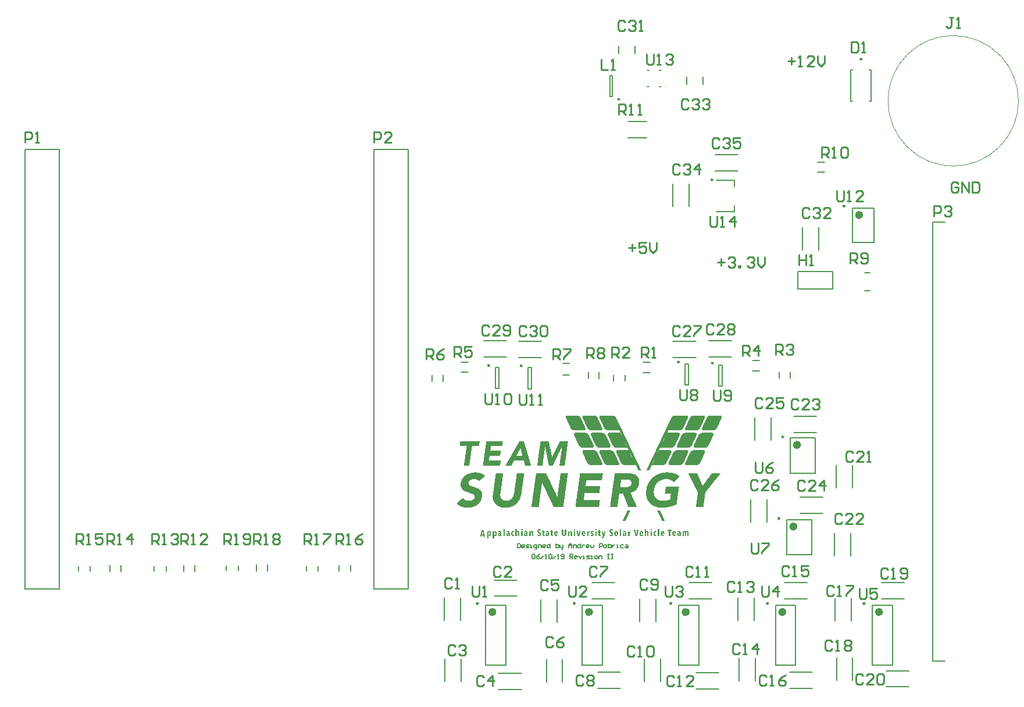
<source format=gbr>
%TF.GenerationSoftware,Altium Limited,Altium Designer,19.0.15 (446)*%
G04 Layer_Color=65535*
%FSLAX26Y26*%
%MOIN*%
%TF.FileFunction,Legend,Top*%
%TF.Part,Single*%
G01*
G75*
%TA.AperFunction,NonConductor*%
%ADD59C,0.009842*%
%ADD60C,0.003937*%
%ADD61C,0.023622*%
%ADD62C,0.007874*%
%ADD63C,0.006133*%
%ADD64C,0.010000*%
G36*
X4070421Y1604146D02*
X4072003D01*
Y1603618D01*
X4073058D01*
Y1603091D01*
X4073585D01*
Y1602564D01*
X4074113D01*
Y1602036D01*
X4074640D01*
Y1601509D01*
X4075167D01*
Y1600982D01*
X4075695D01*
Y1600454D01*
X4076222D01*
Y1599927D01*
Y1599399D01*
Y1598872D01*
X4076749D01*
Y1598345D01*
Y1597817D01*
Y1597290D01*
Y1596763D01*
Y1596235D01*
Y1595708D01*
Y1595181D01*
Y1594653D01*
Y1594126D01*
Y1593599D01*
Y1593071D01*
Y1592544D01*
X4076222D01*
Y1592016D01*
Y1591489D01*
Y1590962D01*
X4075695D01*
Y1590434D01*
Y1589907D01*
Y1589380D01*
X4075167D01*
Y1588852D01*
Y1588325D01*
X4074640D01*
Y1587798D01*
Y1587270D01*
X4074113D01*
Y1586743D01*
Y1586215D01*
X4073585D01*
Y1585688D01*
Y1585161D01*
X4073058D01*
Y1584633D01*
Y1584106D01*
Y1583579D01*
X4072530D01*
Y1583051D01*
Y1582524D01*
X4072003D01*
Y1581997D01*
Y1581469D01*
X4071476D01*
Y1580942D01*
Y1580415D01*
X4070948D01*
Y1579887D01*
Y1579360D01*
X4070421D01*
Y1578832D01*
Y1578305D01*
X4069894D01*
Y1577778D01*
Y1577250D01*
Y1576723D01*
X4069366D01*
Y1576196D01*
Y1575668D01*
X4068839D01*
Y1575141D01*
Y1574613D01*
X4068312D01*
Y1574086D01*
Y1573559D01*
X4067784D01*
Y1573031D01*
Y1572504D01*
X4067257D01*
Y1571977D01*
Y1571449D01*
X4066729D01*
Y1570922D01*
Y1570395D01*
Y1569867D01*
X4066202D01*
Y1569340D01*
Y1568812D01*
X4065675D01*
Y1568285D01*
Y1567758D01*
X4065148D01*
Y1567230D01*
Y1566703D01*
X4064620D01*
Y1566176D01*
Y1565648D01*
X4064093D01*
Y1565121D01*
Y1564594D01*
X4063565D01*
Y1564066D01*
Y1563539D01*
X4063038D01*
Y1563011D01*
Y1562484D01*
Y1561957D01*
X4062511D01*
Y1561429D01*
Y1560902D01*
X4061983D01*
Y1560375D01*
Y1559847D01*
X4061456D01*
Y1559320D01*
Y1558793D01*
X4060928D01*
Y1558265D01*
Y1557738D01*
X4060401D01*
Y1557210D01*
Y1556683D01*
X4059874D01*
Y1556156D01*
Y1555628D01*
Y1555101D01*
X4059346D01*
Y1554574D01*
Y1554046D01*
X4058819D01*
Y1553519D01*
Y1552992D01*
X4058292D01*
Y1552464D01*
Y1551937D01*
X4057764D01*
Y1551409D01*
Y1550882D01*
X4057237D01*
Y1550355D01*
Y1549827D01*
X4056710D01*
Y1549300D01*
Y1548773D01*
Y1548245D01*
X4056182D01*
Y1547718D01*
Y1547191D01*
X4055655D01*
Y1546663D01*
Y1546136D01*
X4055128D01*
Y1545608D01*
Y1545081D01*
X4054600D01*
Y1544554D01*
Y1544026D01*
X4054073D01*
Y1543499D01*
Y1542972D01*
X4053545D01*
Y1542444D01*
Y1541917D01*
Y1541389D01*
X4053018D01*
Y1540862D01*
Y1540335D01*
X4052491D01*
Y1539807D01*
Y1539280D01*
X4051963D01*
Y1538753D01*
Y1538225D01*
X4051436D01*
Y1537698D01*
Y1537171D01*
X4050909D01*
Y1536643D01*
Y1536116D01*
X4050381D01*
Y1535589D01*
Y1535061D01*
Y1534534D01*
X4049854D01*
Y1534006D01*
Y1533479D01*
X4049327D01*
Y1532952D01*
X4048799D01*
Y1532424D01*
Y1531897D01*
X4048272D01*
Y1531370D01*
Y1530842D01*
X4047744D01*
Y1530315D01*
X4047217D01*
Y1529787D01*
X4046690D01*
Y1529260D01*
Y1528733D01*
X4046162D01*
Y1528206D01*
X4045635D01*
Y1527678D01*
X4045108D01*
Y1527151D01*
X4044580D01*
Y1526623D01*
X4044053D01*
Y1526096D01*
X4043526D01*
Y1525569D01*
X4042471D01*
Y1525041D01*
X4041943D01*
Y1524514D01*
X4041416D01*
Y1523987D01*
X4040361D01*
Y1523459D01*
X4039834D01*
Y1522932D01*
X4038779D01*
Y1522405D01*
X4038252D01*
Y1521877D01*
X4037197D01*
Y1521350D01*
X4035615D01*
Y1520822D01*
X4034560D01*
Y1520295D01*
X4032978D01*
Y1519768D01*
X4030869D01*
Y1519240D01*
X3969695D01*
Y1519768D01*
X3968113D01*
Y1520295D01*
X3967058D01*
Y1520822D01*
X3966003D01*
Y1521350D01*
X3965476D01*
Y1521877D01*
X3964948D01*
Y1522405D01*
X3964421D01*
Y1522932D01*
Y1523459D01*
X3963894D01*
Y1523987D01*
Y1524514D01*
X3963366D01*
Y1525041D01*
Y1525569D01*
Y1526096D01*
X3962839D01*
Y1526623D01*
Y1527151D01*
Y1527678D01*
Y1528206D01*
Y1528733D01*
Y1529260D01*
Y1529787D01*
Y1530315D01*
X3963366D01*
Y1530842D01*
Y1531370D01*
Y1531897D01*
Y1532424D01*
X3963894D01*
Y1532952D01*
Y1533479D01*
X3964421D01*
Y1534006D01*
Y1534534D01*
Y1535061D01*
X3964948D01*
Y1535589D01*
Y1536116D01*
X3965476D01*
Y1536643D01*
Y1537171D01*
X3966003D01*
Y1537698D01*
Y1538225D01*
X3966530D01*
Y1538753D01*
Y1539280D01*
X3967058D01*
Y1539807D01*
Y1540335D01*
X3967585D01*
Y1540862D01*
Y1541389D01*
Y1541917D01*
X3968113D01*
Y1542444D01*
Y1542972D01*
X3968640D01*
Y1543499D01*
Y1544026D01*
X3969167D01*
Y1544554D01*
Y1545081D01*
X3969695D01*
Y1545608D01*
Y1546136D01*
X3970222D01*
Y1546663D01*
Y1547191D01*
X3970749D01*
Y1547718D01*
Y1548245D01*
Y1548773D01*
X3971277D01*
Y1549300D01*
Y1549827D01*
X3971804D01*
Y1550355D01*
Y1550882D01*
X3972331D01*
Y1551409D01*
Y1551937D01*
X3972859D01*
Y1552464D01*
Y1552992D01*
X3973386D01*
Y1553519D01*
Y1554046D01*
X3973914D01*
Y1554574D01*
Y1555101D01*
Y1555628D01*
X3974441D01*
Y1556156D01*
Y1556683D01*
X3974968D01*
Y1557210D01*
Y1557738D01*
X3975496D01*
Y1558265D01*
Y1558793D01*
X3976023D01*
Y1559320D01*
Y1559847D01*
X3976550D01*
Y1560375D01*
Y1560902D01*
X3977078D01*
Y1561429D01*
Y1561957D01*
Y1562484D01*
X3977605D01*
Y1563011D01*
Y1563539D01*
X3978132D01*
Y1564066D01*
Y1564594D01*
X3978660D01*
Y1565121D01*
Y1565648D01*
X3979187D01*
Y1566176D01*
Y1566703D01*
X3979715D01*
Y1567230D01*
Y1567758D01*
X3980242D01*
Y1568285D01*
Y1568812D01*
Y1569340D01*
X3980769D01*
Y1569867D01*
Y1570395D01*
X3981296D01*
Y1570922D01*
Y1571449D01*
X3981824D01*
Y1571977D01*
Y1572504D01*
X3982351D01*
Y1573031D01*
Y1573559D01*
X3982879D01*
Y1574086D01*
Y1574613D01*
X3983406D01*
Y1575141D01*
Y1575668D01*
Y1576196D01*
X3983933D01*
Y1576723D01*
Y1577250D01*
X3984461D01*
Y1577778D01*
Y1578305D01*
X3984988D01*
Y1578832D01*
Y1579360D01*
X3985515D01*
Y1579887D01*
Y1580415D01*
X3986043D01*
Y1580942D01*
Y1581469D01*
X3986570D01*
Y1581997D01*
Y1582524D01*
Y1583051D01*
X3987098D01*
Y1583579D01*
Y1584106D01*
X3987625D01*
Y1584633D01*
Y1585161D01*
X3988152D01*
Y1585688D01*
Y1586215D01*
X3988680D01*
Y1586743D01*
Y1587270D01*
X3989207D01*
Y1587798D01*
Y1588325D01*
X3989734D01*
Y1588852D01*
Y1589380D01*
Y1589907D01*
X3990262D01*
Y1590434D01*
X3990789D01*
Y1590962D01*
Y1591489D01*
X3991316D01*
Y1592016D01*
Y1592544D01*
X3991844D01*
Y1593071D01*
X3992371D01*
Y1593599D01*
Y1594126D01*
X3992898D01*
Y1594653D01*
X3993426D01*
Y1595181D01*
X3993953D01*
Y1595708D01*
X3994481D01*
Y1596235D01*
X3995008D01*
Y1596763D01*
X3995535D01*
Y1597290D01*
X3996063D01*
Y1597817D01*
X3996590D01*
Y1598345D01*
X3997117D01*
Y1598872D01*
X3998172D01*
Y1599399D01*
X3998700D01*
Y1599927D01*
X3999227D01*
Y1600454D01*
X4000282D01*
Y1600982D01*
X4000809D01*
Y1601509D01*
X4001864D01*
Y1602036D01*
X4002919D01*
Y1602564D01*
X4003973D01*
Y1603091D01*
X4005555D01*
Y1603618D01*
X4007137D01*
Y1604146D01*
X4009247D01*
Y1604673D01*
X4070421D01*
Y1604146D01*
D02*
G37*
G36*
X3973914D02*
X3975496D01*
Y1603618D01*
X3976550D01*
Y1603091D01*
X3977605D01*
Y1602564D01*
X3978132D01*
Y1602036D01*
X3978660D01*
Y1601509D01*
X3979187D01*
Y1600982D01*
X3979715D01*
Y1600454D01*
Y1599927D01*
X3980242D01*
Y1599399D01*
Y1598872D01*
Y1598345D01*
X3980769D01*
Y1597817D01*
Y1597290D01*
Y1596763D01*
Y1596235D01*
Y1595708D01*
Y1595181D01*
Y1594653D01*
Y1594126D01*
Y1593599D01*
Y1593071D01*
X3980242D01*
Y1592544D01*
Y1592016D01*
Y1591489D01*
X3979715D01*
Y1590962D01*
Y1590434D01*
Y1589907D01*
X3979187D01*
Y1589380D01*
Y1588852D01*
X3978660D01*
Y1588325D01*
Y1587798D01*
X3978132D01*
Y1587270D01*
Y1586743D01*
X3977605D01*
Y1586215D01*
Y1585688D01*
Y1585161D01*
X3977078D01*
Y1584633D01*
Y1584106D01*
X3976550D01*
Y1583579D01*
Y1583051D01*
X3976023D01*
Y1582524D01*
Y1581997D01*
X3975496D01*
Y1581469D01*
Y1580942D01*
X3974968D01*
Y1580415D01*
Y1579887D01*
X3974441D01*
Y1579360D01*
Y1578832D01*
Y1578305D01*
X3973914D01*
Y1577778D01*
Y1577250D01*
X3973386D01*
Y1576723D01*
Y1576196D01*
X3972859D01*
Y1575668D01*
Y1575141D01*
X3972331D01*
Y1574613D01*
Y1574086D01*
X3971804D01*
Y1573559D01*
Y1573031D01*
X3971277D01*
Y1572504D01*
Y1571977D01*
Y1571449D01*
X3970749D01*
Y1570922D01*
Y1570395D01*
X3970222D01*
Y1569867D01*
Y1569340D01*
X3969695D01*
Y1568812D01*
Y1568285D01*
X3969167D01*
Y1567758D01*
Y1567230D01*
X3968640D01*
Y1566703D01*
Y1566176D01*
X3968113D01*
Y1565648D01*
Y1565121D01*
Y1564594D01*
X3967585D01*
Y1564066D01*
Y1563539D01*
X3967058D01*
Y1563011D01*
Y1562484D01*
X3966530D01*
Y1561957D01*
Y1561429D01*
X3966003D01*
Y1560902D01*
Y1560375D01*
X3965476D01*
Y1559847D01*
Y1559320D01*
X3964948D01*
Y1558793D01*
Y1558265D01*
Y1557738D01*
X3964421D01*
Y1557210D01*
Y1556683D01*
X3963894D01*
Y1556156D01*
Y1555628D01*
X3963366D01*
Y1555101D01*
Y1554574D01*
X3962839D01*
Y1554046D01*
Y1553519D01*
X3962311D01*
Y1552992D01*
Y1552464D01*
X3961784D01*
Y1551937D01*
Y1551409D01*
Y1550882D01*
X3961257D01*
Y1550355D01*
Y1549827D01*
X3960729D01*
Y1549300D01*
Y1548773D01*
X3960202D01*
Y1548245D01*
Y1547718D01*
X3959675D01*
Y1547191D01*
Y1546663D01*
X3959147D01*
Y1546136D01*
Y1545608D01*
X3958620D01*
Y1545081D01*
Y1544554D01*
Y1544026D01*
X3958093D01*
Y1543499D01*
Y1542972D01*
X3957565D01*
Y1542444D01*
Y1541917D01*
X3957038D01*
Y1541389D01*
Y1540862D01*
X3956510D01*
Y1540335D01*
Y1539807D01*
X3955983D01*
Y1539280D01*
Y1538753D01*
X3955456D01*
Y1538225D01*
Y1537698D01*
Y1537171D01*
X3954928D01*
Y1536643D01*
Y1536116D01*
X3954401D01*
Y1535589D01*
Y1535061D01*
X3953874D01*
Y1534534D01*
Y1534006D01*
X3953346D01*
Y1533479D01*
Y1532952D01*
X3952819D01*
Y1532424D01*
Y1531897D01*
X3952292D01*
Y1531370D01*
X3951764D01*
Y1530842D01*
Y1530315D01*
X3951237D01*
Y1529787D01*
X3950709D01*
Y1529260D01*
X3950182D01*
Y1528733D01*
X3949655D01*
Y1528206D01*
X3949127D01*
Y1527678D01*
X3948600D01*
Y1527151D01*
X3948073D01*
Y1526623D01*
X3947545D01*
Y1526096D01*
X3947018D01*
Y1525569D01*
X3946491D01*
Y1525041D01*
X3945963D01*
Y1524514D01*
X3944908D01*
Y1523987D01*
X3944381D01*
Y1523459D01*
X3943854D01*
Y1522932D01*
X3942799D01*
Y1522405D01*
X3941744D01*
Y1521877D01*
X3940689D01*
Y1521350D01*
X3939635D01*
Y1520822D01*
X3938580D01*
Y1520295D01*
X3936998D01*
Y1519768D01*
X3934889D01*
Y1519240D01*
X3873187D01*
Y1519768D01*
X3871605D01*
Y1520295D01*
X3870550D01*
Y1520822D01*
X3870023D01*
Y1521350D01*
X3869495D01*
Y1521877D01*
X3868968D01*
Y1522405D01*
X3868441D01*
Y1522932D01*
X3867913D01*
Y1523459D01*
Y1523987D01*
X3867386D01*
Y1524514D01*
Y1525041D01*
X3866859D01*
Y1525569D01*
Y1526096D01*
Y1526623D01*
Y1527151D01*
Y1527678D01*
Y1528206D01*
Y1528733D01*
Y1529260D01*
Y1529787D01*
Y1530315D01*
Y1530842D01*
X3867386D01*
Y1531370D01*
Y1531897D01*
Y1532424D01*
Y1532952D01*
X3867913D01*
Y1533479D01*
Y1534006D01*
X3868441D01*
Y1534534D01*
Y1535061D01*
X3868968D01*
Y1535589D01*
Y1536116D01*
Y1536643D01*
X3869495D01*
Y1537171D01*
Y1537698D01*
X3870023D01*
Y1538225D01*
Y1538753D01*
X3870550D01*
Y1539280D01*
Y1539807D01*
X3871078D01*
Y1540335D01*
Y1540862D01*
X3871605D01*
Y1541389D01*
Y1541917D01*
X3872132D01*
Y1542444D01*
Y1542972D01*
Y1543499D01*
X3872660D01*
Y1544026D01*
Y1544554D01*
X3873187D01*
Y1545081D01*
Y1545608D01*
X3873714D01*
Y1546136D01*
Y1546663D01*
X3874242D01*
Y1547191D01*
Y1547718D01*
X3874769D01*
Y1548245D01*
Y1548773D01*
X3875296D01*
Y1549300D01*
Y1549827D01*
X3875824D01*
Y1550355D01*
Y1550882D01*
Y1551409D01*
X3876351D01*
Y1551937D01*
Y1552464D01*
X3876879D01*
Y1552992D01*
Y1553519D01*
X3877406D01*
Y1554046D01*
Y1554574D01*
X3877933D01*
Y1555101D01*
Y1555628D01*
X3878461D01*
Y1556156D01*
Y1556683D01*
X3878988D01*
Y1557210D01*
Y1557738D01*
Y1558265D01*
X3879515D01*
Y1558793D01*
Y1559320D01*
X3880043D01*
Y1559847D01*
Y1560375D01*
X3880570D01*
Y1560902D01*
Y1561429D01*
X3881097D01*
Y1561957D01*
Y1562484D01*
X3881625D01*
Y1563011D01*
Y1563539D01*
X3882152D01*
Y1564066D01*
Y1564594D01*
Y1565121D01*
X3882680D01*
Y1565648D01*
Y1566176D01*
X3883207D01*
Y1566703D01*
Y1567230D01*
X3883734D01*
Y1567758D01*
Y1568285D01*
X3884262D01*
Y1568812D01*
Y1569340D01*
X3884789D01*
Y1569867D01*
Y1570395D01*
X3885316D01*
Y1570922D01*
Y1571449D01*
Y1571977D01*
X3885844D01*
Y1572504D01*
Y1573031D01*
X3886371D01*
Y1573559D01*
Y1574086D01*
X3886898D01*
Y1574613D01*
Y1575141D01*
X3887426D01*
Y1575668D01*
Y1576196D01*
X3887953D01*
Y1576723D01*
Y1577250D01*
X3888481D01*
Y1577778D01*
Y1578305D01*
Y1578832D01*
X3889008D01*
Y1579360D01*
Y1579887D01*
X3889535D01*
Y1580415D01*
Y1580942D01*
X3890063D01*
Y1581469D01*
Y1581997D01*
X3890590D01*
Y1582524D01*
Y1583051D01*
X3891117D01*
Y1583579D01*
Y1584106D01*
X3891645D01*
Y1584633D01*
Y1585161D01*
Y1585688D01*
X3892172D01*
Y1586215D01*
Y1586743D01*
X3892700D01*
Y1587270D01*
Y1587798D01*
X3893227D01*
Y1588325D01*
Y1588852D01*
X3893754D01*
Y1589380D01*
Y1589907D01*
X3894282D01*
Y1590434D01*
Y1590962D01*
X3894809D01*
Y1591489D01*
Y1592016D01*
X3895336D01*
Y1592544D01*
X3895864D01*
Y1593071D01*
Y1593599D01*
X3896391D01*
Y1594126D01*
X3896918D01*
Y1594653D01*
X3897446D01*
Y1595181D01*
X3897973D01*
Y1595708D01*
X3898501D01*
Y1596235D01*
X3899028D01*
Y1596763D01*
X3899555D01*
Y1597290D01*
X3900082D01*
Y1597817D01*
X3900610D01*
Y1598345D01*
X3901137D01*
Y1598872D01*
X3901665D01*
Y1599399D01*
X3902192D01*
Y1599927D01*
X3903247D01*
Y1600454D01*
X3903774D01*
Y1600982D01*
X3904829D01*
Y1601509D01*
X3905884D01*
Y1602036D01*
X3906938D01*
Y1602564D01*
X3907993D01*
Y1603091D01*
X3909048D01*
Y1603618D01*
X3910630D01*
Y1604146D01*
X3912739D01*
Y1604673D01*
X3973914D01*
Y1604146D01*
D02*
G37*
G36*
X3346351D02*
X3348460D01*
Y1603618D01*
X3350042D01*
Y1603091D01*
X3351097D01*
Y1602564D01*
X3352152D01*
Y1602036D01*
X3353206D01*
Y1601509D01*
X3354261D01*
Y1600982D01*
X3354789D01*
Y1600454D01*
X3355843D01*
Y1599927D01*
X3356370D01*
Y1599399D01*
X3357425D01*
Y1598872D01*
X3357953D01*
Y1598345D01*
X3358480D01*
Y1597817D01*
X3359007D01*
Y1597290D01*
X3359535D01*
Y1596763D01*
X3360062D01*
Y1596235D01*
X3360590D01*
Y1595708D01*
X3361117D01*
Y1595181D01*
X3361644D01*
Y1594653D01*
X3362172D01*
Y1594126D01*
X3362699D01*
Y1593599D01*
X3363226D01*
Y1593071D01*
Y1592544D01*
X3363754D01*
Y1592016D01*
X3364281D01*
Y1591489D01*
Y1590962D01*
X3364808D01*
Y1590434D01*
Y1589907D01*
X3365336D01*
Y1589380D01*
Y1588852D01*
X3365863D01*
Y1588325D01*
Y1587798D01*
X3366390D01*
Y1587270D01*
Y1586743D01*
X3366918D01*
Y1586215D01*
Y1585688D01*
Y1585161D01*
X3367445D01*
Y1584633D01*
Y1584106D01*
X3367973D01*
Y1583579D01*
Y1583051D01*
X3368500D01*
Y1582524D01*
Y1581997D01*
X3369027D01*
Y1581469D01*
Y1580942D01*
X3369555D01*
Y1580415D01*
Y1579887D01*
X3370082D01*
Y1579360D01*
Y1578832D01*
Y1578305D01*
X3370609D01*
Y1577778D01*
Y1577250D01*
X3371137D01*
Y1576723D01*
Y1576196D01*
X3371664D01*
Y1575668D01*
Y1575141D01*
X3372191D01*
Y1574613D01*
Y1574086D01*
X3372719D01*
Y1573559D01*
Y1573031D01*
X3373246D01*
Y1572504D01*
Y1571977D01*
Y1571449D01*
X3373773D01*
Y1570922D01*
Y1570395D01*
X3374301D01*
Y1569867D01*
Y1569340D01*
X3374828D01*
Y1568812D01*
Y1568285D01*
X3375356D01*
Y1567758D01*
Y1567230D01*
X3375883D01*
Y1566703D01*
Y1566176D01*
X3376410D01*
Y1565648D01*
Y1565121D01*
Y1564594D01*
X3376938D01*
Y1564066D01*
Y1563539D01*
X3377465D01*
Y1563011D01*
Y1562484D01*
X3377993D01*
Y1561957D01*
Y1561429D01*
X3378520D01*
Y1560902D01*
Y1560375D01*
X3379047D01*
Y1559847D01*
Y1559320D01*
X3379575D01*
Y1558793D01*
Y1558265D01*
Y1557738D01*
X3380102D01*
Y1557210D01*
Y1556683D01*
X3380629D01*
Y1556156D01*
Y1555628D01*
X3381157D01*
Y1555101D01*
Y1554574D01*
X3381684D01*
Y1554046D01*
Y1553519D01*
X3382211D01*
Y1552992D01*
Y1552464D01*
X3382739D01*
Y1551937D01*
Y1551409D01*
Y1550882D01*
X3383266D01*
Y1550355D01*
Y1549827D01*
X3383793D01*
Y1549300D01*
Y1548773D01*
X3384321D01*
Y1548245D01*
Y1547718D01*
X3384848D01*
Y1547191D01*
Y1546663D01*
X3385376D01*
Y1546136D01*
Y1545608D01*
X3385903D01*
Y1545081D01*
Y1544554D01*
Y1544026D01*
X3386430D01*
Y1543499D01*
Y1542972D01*
X3386958D01*
Y1542444D01*
Y1541917D01*
X3387485D01*
Y1541389D01*
Y1540862D01*
X3388012D01*
Y1540335D01*
Y1539807D01*
X3388540D01*
Y1539280D01*
Y1538753D01*
X3389067D01*
Y1538225D01*
Y1537698D01*
Y1537171D01*
X3389595D01*
Y1536643D01*
Y1536116D01*
X3390122D01*
Y1535589D01*
Y1535061D01*
X3390649D01*
Y1534534D01*
Y1534006D01*
X3391177D01*
Y1533479D01*
Y1532952D01*
Y1532424D01*
X3391704D01*
Y1531897D01*
Y1531370D01*
Y1530842D01*
X3392231D01*
Y1530315D01*
Y1529787D01*
Y1529260D01*
Y1528733D01*
Y1528206D01*
Y1527678D01*
Y1527151D01*
Y1526623D01*
Y1526096D01*
Y1525569D01*
X3391704D01*
Y1525041D01*
Y1524514D01*
Y1523987D01*
X3391177D01*
Y1523459D01*
Y1522932D01*
X3390649D01*
Y1522405D01*
X3390122D01*
Y1521877D01*
X3389595D01*
Y1521350D01*
X3389067D01*
Y1520822D01*
X3388012D01*
Y1520295D01*
X3386958D01*
Y1519768D01*
X3385376D01*
Y1519240D01*
X3324201D01*
Y1519768D01*
X3322092D01*
Y1520295D01*
X3320510D01*
Y1520822D01*
X3319455D01*
Y1521350D01*
X3318401D01*
Y1521877D01*
X3317346D01*
Y1522405D01*
X3316291D01*
Y1522932D01*
X3315236D01*
Y1523459D01*
X3314709D01*
Y1523987D01*
X3313654D01*
Y1524514D01*
X3313127D01*
Y1525041D01*
X3312599D01*
Y1525569D01*
X3312072D01*
Y1526096D01*
X3311545D01*
Y1526623D01*
X3311017D01*
Y1527151D01*
X3310490D01*
Y1527678D01*
X3309963D01*
Y1528206D01*
X3309435D01*
Y1528733D01*
X3308908D01*
Y1529260D01*
X3308381D01*
Y1529787D01*
X3307853D01*
Y1530315D01*
X3307326D01*
Y1530842D01*
Y1531370D01*
X3306798D01*
Y1531897D01*
X3306271D01*
Y1532424D01*
Y1532952D01*
X3305744D01*
Y1533479D01*
Y1534006D01*
X3305216D01*
Y1534534D01*
Y1535061D01*
X3304689D01*
Y1535589D01*
Y1536116D01*
X3304162D01*
Y1536643D01*
Y1537171D01*
X3303634D01*
Y1537698D01*
Y1538225D01*
X3303107D01*
Y1538753D01*
Y1539280D01*
Y1539807D01*
X3302579D01*
Y1540335D01*
Y1540862D01*
X3302052D01*
Y1541389D01*
Y1541917D01*
X3301525D01*
Y1542444D01*
Y1542972D01*
X3300997D01*
Y1543499D01*
Y1544026D01*
X3300470D01*
Y1544554D01*
Y1545081D01*
X3299943D01*
Y1545608D01*
Y1546136D01*
Y1546663D01*
X3299415D01*
Y1547191D01*
Y1547718D01*
X3298888D01*
Y1548245D01*
Y1548773D01*
X3298361D01*
Y1549300D01*
Y1549827D01*
X3297833D01*
Y1550355D01*
Y1550882D01*
X3297306D01*
Y1551409D01*
Y1551937D01*
X3296778D01*
Y1552464D01*
Y1552992D01*
Y1553519D01*
X3296251D01*
Y1554046D01*
Y1554574D01*
X3295724D01*
Y1555101D01*
Y1555628D01*
X3295196D01*
Y1556156D01*
Y1556683D01*
X3294669D01*
Y1557210D01*
Y1557738D01*
X3294142D01*
Y1558265D01*
Y1558793D01*
X3293614D01*
Y1559320D01*
Y1559847D01*
Y1560375D01*
X3293087D01*
Y1560902D01*
Y1561429D01*
X3292559D01*
Y1561957D01*
Y1562484D01*
X3292032D01*
Y1563011D01*
Y1563539D01*
X3291505D01*
Y1564066D01*
Y1564594D01*
X3290977D01*
Y1565121D01*
Y1565648D01*
X3290450D01*
Y1566176D01*
Y1566703D01*
Y1567230D01*
X3289923D01*
Y1567758D01*
Y1568285D01*
X3289395D01*
Y1568812D01*
Y1569340D01*
X3288868D01*
Y1569867D01*
Y1570395D01*
X3288341D01*
Y1570922D01*
Y1571449D01*
X3287813D01*
Y1571977D01*
Y1572504D01*
X3287286D01*
Y1573031D01*
Y1573559D01*
Y1574086D01*
X3286759D01*
Y1574613D01*
Y1575141D01*
X3286231D01*
Y1575668D01*
Y1576196D01*
X3285704D01*
Y1576723D01*
Y1577250D01*
X3285177D01*
Y1577778D01*
Y1578305D01*
X3284649D01*
Y1578832D01*
Y1579360D01*
X3284122D01*
Y1579887D01*
Y1580415D01*
Y1580942D01*
X3283594D01*
Y1581469D01*
Y1581997D01*
X3283067D01*
Y1582524D01*
Y1583051D01*
X3282540D01*
Y1583579D01*
Y1584106D01*
X3282012D01*
Y1584633D01*
Y1585161D01*
X3281485D01*
Y1585688D01*
Y1586215D01*
X3280957D01*
Y1586743D01*
Y1587270D01*
Y1587798D01*
X3280430D01*
Y1588325D01*
Y1588852D01*
X3279903D01*
Y1589380D01*
Y1589907D01*
X3279375D01*
Y1590434D01*
Y1590962D01*
X3278848D01*
Y1591489D01*
Y1592016D01*
Y1592544D01*
Y1593071D01*
X3278321D01*
Y1593599D01*
Y1594126D01*
Y1594653D01*
Y1595181D01*
Y1595708D01*
Y1596235D01*
Y1596763D01*
Y1597290D01*
Y1597817D01*
Y1598345D01*
Y1598872D01*
X3278848D01*
Y1599399D01*
Y1599927D01*
X3279375D01*
Y1600454D01*
Y1600982D01*
X3279903D01*
Y1601509D01*
X3280430D01*
Y1602036D01*
X3280957D01*
Y1602564D01*
X3281485D01*
Y1603091D01*
X3282540D01*
Y1603618D01*
X3283594D01*
Y1604146D01*
X3285177D01*
Y1604673D01*
X3346351D01*
Y1604146D01*
D02*
G37*
G36*
X3249843D02*
X3251952D01*
Y1603618D01*
X3253535D01*
Y1603091D01*
X3255117D01*
Y1602564D01*
X3256171D01*
Y1602036D01*
X3257226D01*
Y1601509D01*
X3258281D01*
Y1600982D01*
X3258808D01*
Y1600454D01*
X3259863D01*
Y1599927D01*
X3260390D01*
Y1599399D01*
X3260918D01*
Y1598872D01*
X3261972D01*
Y1598345D01*
X3262500D01*
Y1597817D01*
X3263027D01*
Y1597290D01*
X3263555D01*
Y1596763D01*
X3264082D01*
Y1596235D01*
X3264609D01*
Y1595708D01*
X3265137D01*
Y1595181D01*
X3265664D01*
Y1594653D01*
X3266191D01*
Y1594126D01*
Y1593599D01*
X3266719D01*
Y1593071D01*
X3267246D01*
Y1592544D01*
X3267773D01*
Y1592016D01*
Y1591489D01*
X3268301D01*
Y1590962D01*
Y1590434D01*
X3268828D01*
Y1589907D01*
Y1589380D01*
X3269356D01*
Y1588852D01*
Y1588325D01*
X3269883D01*
Y1587798D01*
Y1587270D01*
X3270410D01*
Y1586743D01*
Y1586215D01*
X3270938D01*
Y1585688D01*
Y1585161D01*
X3271465D01*
Y1584633D01*
Y1584106D01*
Y1583579D01*
X3271992D01*
Y1583051D01*
Y1582524D01*
X3272520D01*
Y1581997D01*
Y1581469D01*
X3273047D01*
Y1580942D01*
Y1580415D01*
X3273575D01*
Y1579887D01*
Y1579360D01*
X3274102D01*
Y1578832D01*
Y1578305D01*
X3274629D01*
Y1577778D01*
Y1577250D01*
Y1576723D01*
X3275157D01*
Y1576196D01*
Y1575668D01*
X3275684D01*
Y1575141D01*
Y1574613D01*
X3276211D01*
Y1574086D01*
Y1573559D01*
X3276739D01*
Y1573031D01*
Y1572504D01*
X3277266D01*
Y1571977D01*
Y1571449D01*
X3277793D01*
Y1570922D01*
Y1570395D01*
Y1569867D01*
X3278321D01*
Y1569340D01*
Y1568812D01*
X3278848D01*
Y1568285D01*
Y1567758D01*
X3279375D01*
Y1567230D01*
Y1566703D01*
X3279903D01*
Y1566176D01*
Y1565648D01*
X3280430D01*
Y1565121D01*
Y1564594D01*
X3280957D01*
Y1564066D01*
Y1563539D01*
Y1563011D01*
X3281485D01*
Y1562484D01*
Y1561957D01*
X3282012D01*
Y1561429D01*
Y1560902D01*
X3282540D01*
Y1560375D01*
Y1559847D01*
X3283067D01*
Y1559320D01*
Y1558793D01*
X3283594D01*
Y1558265D01*
Y1557738D01*
X3284122D01*
Y1557210D01*
Y1556683D01*
Y1556156D01*
X3284649D01*
Y1555628D01*
Y1555101D01*
X3285177D01*
Y1554574D01*
Y1554046D01*
X3285704D01*
Y1553519D01*
Y1552992D01*
X3286231D01*
Y1552464D01*
Y1551937D01*
X3286759D01*
Y1551409D01*
Y1550882D01*
X3287286D01*
Y1550355D01*
Y1549827D01*
Y1549300D01*
X3287813D01*
Y1548773D01*
Y1548245D01*
X3288341D01*
Y1547718D01*
Y1547191D01*
X3288868D01*
Y1546663D01*
Y1546136D01*
X3289395D01*
Y1545608D01*
Y1545081D01*
X3289923D01*
Y1544554D01*
Y1544026D01*
X3290450D01*
Y1543499D01*
Y1542972D01*
Y1542444D01*
X3290977D01*
Y1541917D01*
Y1541389D01*
X3291505D01*
Y1540862D01*
Y1540335D01*
X3292032D01*
Y1539807D01*
Y1539280D01*
X3292559D01*
Y1538753D01*
Y1538225D01*
X3293087D01*
Y1537698D01*
Y1537171D01*
X3293614D01*
Y1536643D01*
Y1536116D01*
Y1535589D01*
X3294142D01*
Y1535061D01*
Y1534534D01*
X3294669D01*
Y1534006D01*
Y1533479D01*
X3295196D01*
Y1532952D01*
Y1532424D01*
Y1531897D01*
X3295724D01*
Y1531370D01*
Y1530842D01*
Y1530315D01*
Y1529787D01*
X3296251D01*
Y1529260D01*
Y1528733D01*
Y1528206D01*
Y1527678D01*
Y1527151D01*
Y1526623D01*
Y1526096D01*
X3295724D01*
Y1525569D01*
Y1525041D01*
Y1524514D01*
X3295196D01*
Y1523987D01*
Y1523459D01*
X3294669D01*
Y1522932D01*
Y1522405D01*
X3294142D01*
Y1521877D01*
X3293614D01*
Y1521350D01*
X3293087D01*
Y1520822D01*
X3292032D01*
Y1520295D01*
X3290977D01*
Y1519768D01*
X3289395D01*
Y1519240D01*
X3228221D01*
Y1519768D01*
X3226112D01*
Y1520295D01*
X3224530D01*
Y1520822D01*
X3222948D01*
Y1521350D01*
X3221893D01*
Y1521877D01*
X3220838D01*
Y1522405D01*
X3220311D01*
Y1522932D01*
X3219256D01*
Y1523459D01*
X3218729D01*
Y1523987D01*
X3217674D01*
Y1524514D01*
X3217147D01*
Y1525041D01*
X3216619D01*
Y1525569D01*
X3215565D01*
Y1526096D01*
X3215037D01*
Y1526623D01*
X3214510D01*
Y1527151D01*
X3213982D01*
Y1527678D01*
X3213455D01*
Y1528206D01*
X3212928D01*
Y1528733D01*
X3212400D01*
Y1529260D01*
Y1529787D01*
X3211873D01*
Y1530315D01*
X3211345D01*
Y1530842D01*
X3210818D01*
Y1531370D01*
Y1531897D01*
X3210291D01*
Y1532424D01*
X3209764D01*
Y1532952D01*
Y1533479D01*
X3209236D01*
Y1534006D01*
Y1534534D01*
X3208709D01*
Y1535061D01*
Y1535589D01*
X3208181D01*
Y1536116D01*
Y1536643D01*
X3207654D01*
Y1537171D01*
Y1537698D01*
Y1538225D01*
X3207127D01*
Y1538753D01*
Y1539280D01*
X3206599D01*
Y1539807D01*
Y1540335D01*
X3206072D01*
Y1540862D01*
Y1541389D01*
X3205544D01*
Y1541917D01*
Y1542444D01*
X3205017D01*
Y1542972D01*
Y1543499D01*
X3204490D01*
Y1544026D01*
Y1544554D01*
Y1545081D01*
X3203963D01*
Y1545608D01*
Y1546136D01*
X3203435D01*
Y1546663D01*
Y1547191D01*
X3202908D01*
Y1547718D01*
Y1548245D01*
X3202380D01*
Y1548773D01*
Y1549300D01*
X3201853D01*
Y1549827D01*
Y1550355D01*
X3201326D01*
Y1550882D01*
Y1551409D01*
Y1551937D01*
X3200798D01*
Y1552464D01*
Y1552992D01*
X3200271D01*
Y1553519D01*
Y1554046D01*
X3199744D01*
Y1554574D01*
Y1555101D01*
X3199216D01*
Y1555628D01*
Y1556156D01*
X3198689D01*
Y1556683D01*
Y1557210D01*
X3198162D01*
Y1557738D01*
Y1558265D01*
Y1558793D01*
X3197634D01*
Y1559320D01*
Y1559847D01*
X3197107D01*
Y1560375D01*
Y1560902D01*
X3196579D01*
Y1561429D01*
Y1561957D01*
X3196052D01*
Y1562484D01*
Y1563011D01*
X3195525D01*
Y1563539D01*
Y1564066D01*
X3194997D01*
Y1564594D01*
Y1565121D01*
Y1565648D01*
X3194470D01*
Y1566176D01*
Y1566703D01*
X3193943D01*
Y1567230D01*
Y1567758D01*
X3193415D01*
Y1568285D01*
Y1568812D01*
X3192888D01*
Y1569340D01*
Y1569867D01*
X3192360D01*
Y1570395D01*
Y1570922D01*
X3191833D01*
Y1571449D01*
Y1571977D01*
Y1572504D01*
X3191306D01*
Y1573031D01*
Y1573559D01*
X3190778D01*
Y1574086D01*
Y1574613D01*
X3190251D01*
Y1575141D01*
Y1575668D01*
X3189724D01*
Y1576196D01*
Y1576723D01*
X3189196D01*
Y1577250D01*
Y1577778D01*
X3188669D01*
Y1578305D01*
Y1578832D01*
Y1579360D01*
X3188142D01*
Y1579887D01*
Y1580415D01*
X3187614D01*
Y1580942D01*
Y1581469D01*
X3187087D01*
Y1581997D01*
Y1582524D01*
X3186559D01*
Y1583051D01*
Y1583579D01*
X3186032D01*
Y1584106D01*
Y1584633D01*
X3185505D01*
Y1585161D01*
Y1585688D01*
Y1586215D01*
X3184977D01*
Y1586743D01*
Y1587270D01*
X3184450D01*
Y1587798D01*
Y1588325D01*
X3183923D01*
Y1588852D01*
Y1589380D01*
X3183395D01*
Y1589907D01*
Y1590434D01*
X3182868D01*
Y1590962D01*
Y1591489D01*
Y1592016D01*
X3182340D01*
Y1592544D01*
Y1593071D01*
Y1593599D01*
Y1594126D01*
Y1594653D01*
Y1595181D01*
X3181813D01*
Y1595708D01*
Y1596235D01*
Y1596763D01*
X3182340D01*
Y1597290D01*
Y1597817D01*
Y1598345D01*
Y1598872D01*
Y1599399D01*
X3182868D01*
Y1599927D01*
Y1600454D01*
X3183395D01*
Y1600982D01*
X3183923D01*
Y1601509D01*
Y1602036D01*
X3184450D01*
Y1602564D01*
X3185505D01*
Y1603091D01*
X3186032D01*
Y1603618D01*
X3187087D01*
Y1604146D01*
X3188669D01*
Y1604673D01*
X3249843D01*
Y1604146D01*
D02*
G37*
G36*
X4022431Y1504474D02*
X4024013D01*
Y1503947D01*
X4025068D01*
Y1503419D01*
X4026122D01*
Y1502892D01*
X4026650D01*
Y1502365D01*
X4027177D01*
Y1501837D01*
X4027705D01*
Y1501310D01*
X4028232D01*
Y1500783D01*
Y1500255D01*
X4028759D01*
Y1499728D01*
Y1499200D01*
Y1498673D01*
X4029287D01*
Y1498146D01*
Y1497618D01*
Y1497091D01*
Y1496564D01*
Y1496036D01*
Y1495509D01*
Y1494982D01*
Y1494454D01*
Y1493927D01*
Y1493399D01*
Y1492872D01*
X4028759D01*
Y1492345D01*
Y1491817D01*
Y1491290D01*
X4028232D01*
Y1490763D01*
Y1490235D01*
X4027705D01*
Y1489708D01*
Y1489180D01*
Y1488653D01*
X4027177D01*
Y1488126D01*
Y1487599D01*
X4026650D01*
Y1487071D01*
Y1486544D01*
X4026122D01*
Y1486016D01*
Y1485489D01*
X4025595D01*
Y1484962D01*
Y1484434D01*
X4025068D01*
Y1483907D01*
Y1483380D01*
X4024540D01*
Y1482852D01*
Y1482325D01*
Y1481797D01*
X4024013D01*
Y1481270D01*
Y1480743D01*
X4023486D01*
Y1480215D01*
Y1479688D01*
X4022958D01*
Y1479161D01*
Y1478633D01*
X4022431D01*
Y1478106D01*
Y1477579D01*
X4021904D01*
Y1477051D01*
Y1476524D01*
X4021376D01*
Y1475996D01*
Y1475469D01*
Y1474942D01*
X4020849D01*
Y1474414D01*
Y1473887D01*
X4020321D01*
Y1473360D01*
Y1472832D01*
X4019794D01*
Y1472305D01*
Y1471777D01*
X4019267D01*
Y1471250D01*
Y1470723D01*
X4018739D01*
Y1470196D01*
Y1469668D01*
X4018212D01*
Y1469141D01*
Y1468613D01*
Y1468086D01*
X4017685D01*
Y1467559D01*
Y1467031D01*
X4017157D01*
Y1466504D01*
Y1465976D01*
X4016630D01*
Y1465449D01*
Y1464922D01*
X4016103D01*
Y1464395D01*
Y1463867D01*
X4015575D01*
Y1463340D01*
Y1462812D01*
X4015048D01*
Y1462285D01*
Y1461758D01*
Y1461230D01*
X4014521D01*
Y1460703D01*
Y1460176D01*
X4013993D01*
Y1459648D01*
Y1459121D01*
X4013466D01*
Y1458593D01*
Y1458066D01*
X4012938D01*
Y1457539D01*
Y1457011D01*
X4012411D01*
Y1456484D01*
Y1455957D01*
X4011884D01*
Y1455429D01*
Y1454902D01*
Y1454374D01*
X4011356D01*
Y1453847D01*
Y1453320D01*
X4010829D01*
Y1452792D01*
Y1452265D01*
X4010302D01*
Y1451738D01*
Y1451210D01*
X4009774D01*
Y1450683D01*
Y1450156D01*
X4009247D01*
Y1449628D01*
Y1449101D01*
X4008720D01*
Y1448573D01*
Y1448046D01*
Y1447519D01*
X4008192D01*
Y1446991D01*
Y1446464D01*
X4007665D01*
Y1445937D01*
Y1445409D01*
X4007137D01*
Y1444882D01*
Y1444355D01*
X4006610D01*
Y1443827D01*
Y1443300D01*
X4006083D01*
Y1442773D01*
Y1442245D01*
X4005555D01*
Y1441718D01*
Y1441190D01*
Y1440663D01*
X4005028D01*
Y1440136D01*
Y1439608D01*
X4004501D01*
Y1439081D01*
Y1438554D01*
X4003973D01*
Y1438026D01*
Y1437499D01*
X4003446D01*
Y1436972D01*
Y1436444D01*
X4002919D01*
Y1435917D01*
Y1435389D01*
X4002391D01*
Y1434862D01*
Y1434335D01*
X4001864D01*
Y1433807D01*
Y1433280D01*
X4001336D01*
Y1432753D01*
Y1432225D01*
X4000809D01*
Y1431698D01*
Y1431170D01*
X4000282D01*
Y1430643D01*
X3999754D01*
Y1430116D01*
X3999227D01*
Y1429588D01*
X3998700D01*
Y1429061D01*
Y1428534D01*
X3998172D01*
Y1428006D01*
X3997645D01*
Y1427479D01*
X3997117D01*
Y1426952D01*
X3996590D01*
Y1426424D01*
X3996063D01*
Y1425897D01*
X3995008D01*
Y1425370D01*
X3994481D01*
Y1424842D01*
X3993953D01*
Y1424315D01*
X3992898D01*
Y1423787D01*
X3992371D01*
Y1423260D01*
X3991316D01*
Y1422733D01*
X3990789D01*
Y1422205D01*
X3989734D01*
Y1421678D01*
X3988680D01*
Y1421151D01*
X3987098D01*
Y1420623D01*
X3986043D01*
Y1420096D01*
X3983933D01*
Y1419569D01*
X3921704D01*
Y1420096D01*
X3920122D01*
Y1420623D01*
X3919068D01*
Y1421151D01*
X3918540D01*
Y1421678D01*
X3918013D01*
Y1422205D01*
X3917486D01*
Y1422733D01*
X3916958D01*
Y1423260D01*
X3916431D01*
Y1423787D01*
Y1424315D01*
X3915903D01*
Y1424842D01*
Y1425370D01*
Y1425897D01*
X3915376D01*
Y1426424D01*
Y1426952D01*
Y1427479D01*
Y1428006D01*
Y1428534D01*
Y1429061D01*
Y1429588D01*
Y1430116D01*
Y1430643D01*
Y1431170D01*
X3915903D01*
Y1431698D01*
Y1432225D01*
Y1432753D01*
X3916431D01*
Y1433280D01*
Y1433807D01*
Y1434335D01*
X3916958D01*
Y1434862D01*
Y1435389D01*
X3917486D01*
Y1435917D01*
Y1436444D01*
X3918013D01*
Y1436972D01*
Y1437499D01*
X3918540D01*
Y1438026D01*
Y1438554D01*
X3919068D01*
Y1439081D01*
Y1439608D01*
X3919595D01*
Y1440136D01*
Y1440663D01*
Y1441190D01*
X3920122D01*
Y1441718D01*
Y1442245D01*
X3920650D01*
Y1442773D01*
Y1443300D01*
X3921177D01*
Y1443827D01*
Y1444355D01*
X3921704D01*
Y1444882D01*
Y1445409D01*
X3922232D01*
Y1445937D01*
Y1446464D01*
X3922759D01*
Y1446991D01*
Y1447519D01*
Y1448046D01*
X3923287D01*
Y1448573D01*
Y1449101D01*
X3923814D01*
Y1449628D01*
Y1450156D01*
X3924341D01*
Y1450683D01*
Y1451210D01*
X3924869D01*
Y1451738D01*
Y1452265D01*
X3925396D01*
Y1452792D01*
Y1453320D01*
X3925923D01*
Y1453847D01*
Y1454374D01*
Y1454902D01*
X3926451D01*
Y1455429D01*
Y1455957D01*
X3926978D01*
Y1456484D01*
Y1457011D01*
X3927505D01*
Y1457539D01*
Y1458066D01*
X3928033D01*
Y1458593D01*
Y1459121D01*
X3928560D01*
Y1459648D01*
Y1460176D01*
X3929088D01*
Y1460703D01*
Y1461230D01*
Y1461758D01*
X3929615D01*
Y1462285D01*
Y1462812D01*
X3930142D01*
Y1463340D01*
Y1463867D01*
X3930670D01*
Y1464395D01*
Y1464922D01*
X3931197D01*
Y1465449D01*
Y1465976D01*
X3931724D01*
Y1466504D01*
Y1467031D01*
X3932252D01*
Y1467559D01*
Y1468086D01*
Y1468613D01*
X3932779D01*
Y1469141D01*
Y1469668D01*
X3933307D01*
Y1470196D01*
Y1470723D01*
X3933834D01*
Y1471250D01*
Y1471777D01*
X3934361D01*
Y1472305D01*
Y1472832D01*
X3934889D01*
Y1473360D01*
Y1473887D01*
X3935416D01*
Y1474414D01*
Y1474942D01*
Y1475469D01*
X3935943D01*
Y1475996D01*
Y1476524D01*
X3936471D01*
Y1477051D01*
Y1477579D01*
X3936998D01*
Y1478106D01*
Y1478633D01*
X3937525D01*
Y1479161D01*
Y1479688D01*
X3938053D01*
Y1480215D01*
Y1480743D01*
X3938580D01*
Y1481270D01*
Y1481797D01*
Y1482325D01*
X3939108D01*
Y1482852D01*
Y1483380D01*
X3939635D01*
Y1483907D01*
Y1484434D01*
X3940162D01*
Y1484962D01*
Y1485489D01*
X3940689D01*
Y1486016D01*
Y1486544D01*
X3941217D01*
Y1487071D01*
Y1487599D01*
X3941744D01*
Y1488126D01*
Y1488653D01*
Y1489180D01*
X3942272D01*
Y1489708D01*
Y1490235D01*
X3942799D01*
Y1490763D01*
Y1491290D01*
X3943326D01*
Y1491817D01*
X3943854D01*
Y1492345D01*
Y1492872D01*
X3944381D01*
Y1493399D01*
X3944908D01*
Y1493927D01*
Y1494454D01*
X3945436D01*
Y1494982D01*
X3945963D01*
Y1495509D01*
X3946491D01*
Y1496036D01*
X3947018D01*
Y1496564D01*
X3947545D01*
Y1497091D01*
X3948073D01*
Y1497618D01*
X3948600D01*
Y1498146D01*
X3949127D01*
Y1498673D01*
X3949655D01*
Y1499200D01*
X3950709D01*
Y1499728D01*
X3951237D01*
Y1500255D01*
X3951764D01*
Y1500783D01*
X3952819D01*
Y1501310D01*
X3953346D01*
Y1501837D01*
X3954401D01*
Y1502365D01*
X3955456D01*
Y1502892D01*
X3956510D01*
Y1503419D01*
X3958093D01*
Y1503947D01*
X3959675D01*
Y1504474D01*
X3961784D01*
Y1505001D01*
X4022431D01*
Y1504474D01*
D02*
G37*
G36*
X3925923D02*
X3928033D01*
Y1503947D01*
X3929088D01*
Y1503419D01*
X3929615D01*
Y1502892D01*
X3930670D01*
Y1502365D01*
X3931197D01*
Y1501837D01*
X3931724D01*
Y1501310D01*
Y1500783D01*
X3932252D01*
Y1500255D01*
Y1499728D01*
X3932779D01*
Y1499200D01*
Y1498673D01*
Y1498146D01*
X3933307D01*
Y1497618D01*
Y1497091D01*
Y1496564D01*
Y1496036D01*
Y1495509D01*
Y1494982D01*
Y1494454D01*
Y1493927D01*
X3932779D01*
Y1493399D01*
Y1492872D01*
Y1492345D01*
Y1491817D01*
X3932252D01*
Y1491290D01*
Y1490763D01*
Y1490235D01*
X3931724D01*
Y1489708D01*
Y1489180D01*
X3931197D01*
Y1488653D01*
Y1488126D01*
X3930670D01*
Y1487599D01*
Y1487071D01*
X3930142D01*
Y1486544D01*
Y1486016D01*
X3929615D01*
Y1485489D01*
Y1484962D01*
X3929088D01*
Y1484434D01*
Y1483907D01*
Y1483380D01*
X3928560D01*
Y1482852D01*
Y1482325D01*
X3928033D01*
Y1481797D01*
Y1481270D01*
X3927505D01*
Y1480743D01*
Y1480215D01*
X3926978D01*
Y1479688D01*
Y1479161D01*
X3926451D01*
Y1478633D01*
Y1478106D01*
X3925923D01*
Y1477579D01*
Y1477051D01*
Y1476524D01*
X3925396D01*
Y1475996D01*
Y1475469D01*
X3924869D01*
Y1474942D01*
Y1474414D01*
X3924341D01*
Y1473887D01*
Y1473360D01*
X3923814D01*
Y1472832D01*
Y1472305D01*
X3923287D01*
Y1471777D01*
Y1471250D01*
X3922759D01*
Y1470723D01*
Y1470196D01*
Y1469668D01*
X3922232D01*
Y1469141D01*
Y1468613D01*
X3921704D01*
Y1468086D01*
Y1467559D01*
X3921177D01*
Y1467031D01*
Y1466504D01*
X3920650D01*
Y1465976D01*
Y1465449D01*
X3920122D01*
Y1464922D01*
Y1464395D01*
X3919595D01*
Y1463867D01*
Y1463340D01*
Y1462812D01*
X3919068D01*
Y1462285D01*
Y1461758D01*
X3918540D01*
Y1461230D01*
Y1460703D01*
X3918013D01*
Y1460176D01*
Y1459648D01*
X3917486D01*
Y1459121D01*
Y1458593D01*
X3916958D01*
Y1458066D01*
Y1457539D01*
X3916431D01*
Y1457011D01*
Y1456484D01*
Y1455957D01*
X3915903D01*
Y1455429D01*
Y1454902D01*
X3915376D01*
Y1454374D01*
Y1453847D01*
X3914849D01*
Y1453320D01*
Y1452792D01*
X3914321D01*
Y1452265D01*
Y1451738D01*
X3913794D01*
Y1451210D01*
Y1450683D01*
X3913267D01*
Y1450156D01*
Y1449628D01*
Y1449101D01*
X3912739D01*
Y1448573D01*
Y1448046D01*
X3912212D01*
Y1447519D01*
Y1446991D01*
X3911685D01*
Y1446464D01*
Y1445937D01*
X3911157D01*
Y1445409D01*
Y1444882D01*
X3910630D01*
Y1444355D01*
Y1443827D01*
X3910102D01*
Y1443300D01*
Y1442773D01*
Y1442245D01*
X3909575D01*
Y1441718D01*
Y1441190D01*
X3909048D01*
Y1440663D01*
Y1440136D01*
X3908520D01*
Y1439608D01*
Y1439081D01*
X3907993D01*
Y1438554D01*
Y1438026D01*
X3907466D01*
Y1437499D01*
Y1436972D01*
X3906938D01*
Y1436444D01*
Y1435917D01*
Y1435389D01*
X3906411D01*
Y1434862D01*
Y1434335D01*
X3905884D01*
Y1433807D01*
Y1433280D01*
X3905356D01*
Y1432753D01*
X3904829D01*
Y1432225D01*
Y1431698D01*
X3904302D01*
Y1431170D01*
X3903774D01*
Y1430643D01*
Y1430116D01*
X3903247D01*
Y1429588D01*
X3902719D01*
Y1429061D01*
X3902192D01*
Y1428534D01*
X3901665D01*
Y1428006D01*
X3901137D01*
Y1427479D01*
X3900610D01*
Y1426952D01*
X3900082D01*
Y1426424D01*
X3899555D01*
Y1425897D01*
X3899028D01*
Y1425370D01*
X3898501D01*
Y1424842D01*
X3897446D01*
Y1424315D01*
X3896918D01*
Y1423787D01*
X3896391D01*
Y1423260D01*
X3895336D01*
Y1422733D01*
X3894282D01*
Y1422205D01*
X3893227D01*
Y1421678D01*
X3892172D01*
Y1421151D01*
X3891117D01*
Y1420623D01*
X3889535D01*
Y1420096D01*
X3887426D01*
Y1419569D01*
X3825724D01*
Y1420096D01*
X3824142D01*
Y1420623D01*
X3823087D01*
Y1421151D01*
X3822560D01*
Y1421678D01*
X3821505D01*
Y1422205D01*
X3820978D01*
Y1422733D01*
Y1423260D01*
X3820451D01*
Y1423787D01*
X3819923D01*
Y1424315D01*
Y1424842D01*
Y1425370D01*
X3819396D01*
Y1425897D01*
Y1426424D01*
Y1426952D01*
Y1427479D01*
Y1428006D01*
Y1428534D01*
Y1429061D01*
Y1429588D01*
Y1430116D01*
Y1430643D01*
Y1431170D01*
Y1431698D01*
X3819923D01*
Y1432225D01*
Y1432753D01*
Y1433280D01*
X3820451D01*
Y1433807D01*
Y1434335D01*
X3820978D01*
Y1434862D01*
Y1435389D01*
Y1435917D01*
X3821505D01*
Y1436444D01*
Y1436972D01*
X3822033D01*
Y1437499D01*
Y1438026D01*
X3822560D01*
Y1438554D01*
Y1439081D01*
X3823087D01*
Y1439608D01*
Y1440136D01*
X3823615D01*
Y1440663D01*
Y1441190D01*
X3824142D01*
Y1441718D01*
Y1442245D01*
Y1442773D01*
X3824670D01*
Y1443300D01*
Y1443827D01*
X3825197D01*
Y1444355D01*
Y1444882D01*
X3825724D01*
Y1445409D01*
Y1445937D01*
X3826252D01*
Y1446464D01*
Y1446991D01*
X3826779D01*
Y1447519D01*
Y1448046D01*
X3827306D01*
Y1448573D01*
Y1449101D01*
Y1449628D01*
X3827834D01*
Y1450156D01*
Y1450683D01*
X3828361D01*
Y1451210D01*
Y1451738D01*
X3828888D01*
Y1452265D01*
Y1452792D01*
X3829416D01*
Y1453320D01*
Y1453847D01*
X3829943D01*
Y1454374D01*
Y1454902D01*
X3830470D01*
Y1455429D01*
Y1455957D01*
Y1456484D01*
X3830998D01*
Y1457011D01*
Y1457539D01*
X3831525D01*
Y1458066D01*
Y1458593D01*
X3832053D01*
Y1459121D01*
Y1459648D01*
X3832580D01*
Y1460176D01*
Y1460703D01*
X3833107D01*
Y1461230D01*
Y1461758D01*
X3833635D01*
Y1462285D01*
Y1462812D01*
Y1463340D01*
X3834162D01*
Y1463867D01*
Y1464395D01*
X3834689D01*
Y1464922D01*
Y1465449D01*
X3835217D01*
Y1465976D01*
Y1466504D01*
X3835744D01*
Y1467031D01*
Y1467559D01*
X3836272D01*
Y1468086D01*
Y1468613D01*
X3836799D01*
Y1469141D01*
Y1469668D01*
Y1470196D01*
X3837326D01*
Y1470723D01*
Y1471250D01*
X3837854D01*
Y1471777D01*
Y1472305D01*
X3838381D01*
Y1472832D01*
Y1473360D01*
X3838908D01*
Y1473887D01*
Y1474414D01*
X3839436D01*
Y1474942D01*
Y1475469D01*
X3839963D01*
Y1475996D01*
Y1476524D01*
Y1477051D01*
X3840490D01*
Y1477579D01*
Y1478106D01*
X3841018D01*
Y1478633D01*
Y1479161D01*
X3841545D01*
Y1479688D01*
Y1480215D01*
X3842073D01*
Y1480743D01*
Y1481270D01*
X3842600D01*
Y1481797D01*
Y1482325D01*
X3843127D01*
Y1482852D01*
Y1483380D01*
Y1483907D01*
X3843655D01*
Y1484434D01*
Y1484962D01*
X3844182D01*
Y1485489D01*
Y1486016D01*
X3844709D01*
Y1486544D01*
Y1487071D01*
X3845237D01*
Y1487599D01*
Y1488126D01*
X3845764D01*
Y1488653D01*
Y1489180D01*
X3846291D01*
Y1489708D01*
Y1490235D01*
X3846819D01*
Y1490763D01*
Y1491290D01*
X3847346D01*
Y1491817D01*
Y1492345D01*
X3847874D01*
Y1492872D01*
X3848401D01*
Y1493399D01*
Y1493927D01*
X3848928D01*
Y1494454D01*
X3849456D01*
Y1494982D01*
X3849983D01*
Y1495509D01*
X3850510D01*
Y1496036D01*
X3851038D01*
Y1496564D01*
Y1497091D01*
X3852093D01*
Y1497618D01*
X3852620D01*
Y1498146D01*
X3853147D01*
Y1498673D01*
X3853675D01*
Y1499200D01*
X3854202D01*
Y1499728D01*
X3855257D01*
Y1500255D01*
X3855784D01*
Y1500783D01*
X3856311D01*
Y1501310D01*
X3857366D01*
Y1501837D01*
X3858421D01*
Y1502365D01*
X3859476D01*
Y1502892D01*
X3860530D01*
Y1503419D01*
X3862112D01*
Y1503947D01*
X3863695D01*
Y1504474D01*
X3865804D01*
Y1505001D01*
X3925923D01*
Y1504474D01*
D02*
G37*
G36*
X3876879Y1604146D02*
X3878461D01*
Y1603618D01*
X3879515D01*
Y1603091D01*
X3880570D01*
Y1602564D01*
X3881097D01*
Y1602036D01*
X3881625D01*
Y1601509D01*
X3882152D01*
Y1600982D01*
X3882680D01*
Y1600454D01*
Y1599927D01*
X3883207D01*
Y1599399D01*
Y1598872D01*
Y1598345D01*
X3883734D01*
Y1597817D01*
Y1597290D01*
Y1596763D01*
Y1596235D01*
Y1595708D01*
Y1595181D01*
Y1594653D01*
Y1594126D01*
Y1593599D01*
Y1593071D01*
X3883207D01*
Y1592544D01*
Y1592016D01*
Y1591489D01*
X3882680D01*
Y1590962D01*
Y1590434D01*
Y1589907D01*
X3882152D01*
Y1589380D01*
Y1588852D01*
X3881625D01*
Y1588325D01*
Y1587798D01*
X3881097D01*
Y1587270D01*
Y1586743D01*
X3880570D01*
Y1586215D01*
Y1585688D01*
Y1585161D01*
X3880043D01*
Y1584633D01*
Y1584106D01*
X3879515D01*
Y1583579D01*
Y1583051D01*
X3878988D01*
Y1582524D01*
Y1581997D01*
X3878461D01*
Y1581469D01*
Y1580942D01*
X3877933D01*
Y1580415D01*
Y1579887D01*
X3877406D01*
Y1579360D01*
Y1578832D01*
Y1578305D01*
X3876879D01*
Y1577778D01*
Y1577250D01*
X3876351D01*
Y1576723D01*
Y1576196D01*
X3875824D01*
Y1575668D01*
Y1575141D01*
X3875296D01*
Y1574613D01*
Y1574086D01*
X3874769D01*
Y1573559D01*
Y1573031D01*
X3874242D01*
Y1572504D01*
Y1571977D01*
Y1571449D01*
X3873714D01*
Y1570922D01*
Y1570395D01*
X3873187D01*
Y1569867D01*
Y1569340D01*
X3872660D01*
Y1568812D01*
Y1568285D01*
X3872132D01*
Y1567758D01*
Y1567230D01*
X3871605D01*
Y1566703D01*
Y1566176D01*
X3871078D01*
Y1565648D01*
Y1565121D01*
Y1564594D01*
X3870550D01*
Y1564066D01*
Y1563539D01*
X3870023D01*
Y1563011D01*
Y1562484D01*
X3869495D01*
Y1561957D01*
Y1561429D01*
X3868968D01*
Y1560902D01*
Y1560375D01*
X3868441D01*
Y1559847D01*
Y1559320D01*
X3867913D01*
Y1558793D01*
Y1558265D01*
Y1557738D01*
X3867386D01*
Y1557210D01*
Y1556683D01*
X3866859D01*
Y1556156D01*
Y1555628D01*
X3866331D01*
Y1555101D01*
Y1554574D01*
X3865804D01*
Y1554046D01*
Y1553519D01*
X3865277D01*
Y1552992D01*
Y1552464D01*
X3864749D01*
Y1551937D01*
Y1551409D01*
Y1550882D01*
X3864222D01*
Y1550355D01*
Y1549827D01*
X3863695D01*
Y1549300D01*
Y1548773D01*
X3863167D01*
Y1548245D01*
Y1547718D01*
X3862640D01*
Y1547191D01*
Y1546663D01*
X3862112D01*
Y1546136D01*
Y1545608D01*
X3861585D01*
Y1545081D01*
Y1544554D01*
Y1544026D01*
X3861058D01*
Y1543499D01*
Y1542972D01*
X3860530D01*
Y1542444D01*
Y1541917D01*
X3860003D01*
Y1541389D01*
Y1540862D01*
X3859476D01*
Y1540335D01*
Y1539807D01*
X3858948D01*
Y1539280D01*
Y1538753D01*
X3858421D01*
Y1538225D01*
Y1537698D01*
Y1537171D01*
X3857894D01*
Y1536643D01*
Y1536116D01*
X3857366D01*
Y1535589D01*
Y1535061D01*
X3856839D01*
Y1534534D01*
Y1534006D01*
X3856311D01*
Y1533479D01*
Y1532952D01*
X3855784D01*
Y1532424D01*
Y1531897D01*
X3855257D01*
Y1531370D01*
X3854729D01*
Y1530842D01*
Y1530315D01*
X3854202D01*
Y1529787D01*
X3853675D01*
Y1529260D01*
X3853147D01*
Y1528733D01*
X3852620D01*
Y1528206D01*
X3852093D01*
Y1527678D01*
X3851565D01*
Y1527151D01*
X3851038D01*
Y1526623D01*
X3850510D01*
Y1526096D01*
X3849983D01*
Y1525569D01*
X3849456D01*
Y1525041D01*
X3848928D01*
Y1524514D01*
X3847874D01*
Y1523987D01*
X3847346D01*
Y1523459D01*
X3846819D01*
Y1522932D01*
X3845764D01*
Y1522405D01*
X3844709D01*
Y1521877D01*
X3843655D01*
Y1521350D01*
X3842600D01*
Y1520822D01*
X3841545D01*
Y1520295D01*
X3839963D01*
Y1519768D01*
X3837854D01*
Y1519240D01*
X3769824D01*
Y1518713D01*
Y1518186D01*
X3769296D01*
Y1517658D01*
Y1517131D01*
X3768769D01*
Y1516603D01*
Y1516076D01*
X3768242D01*
Y1515549D01*
Y1515021D01*
X3767714D01*
Y1514494D01*
Y1513967D01*
X3767187D01*
Y1513439D01*
Y1512912D01*
X3766660D01*
Y1512385D01*
Y1511857D01*
X3766132D01*
Y1511330D01*
Y1510802D01*
X3765605D01*
Y1510275D01*
Y1509748D01*
X3765077D01*
Y1509220D01*
Y1508693D01*
Y1508166D01*
X3764550D01*
Y1507638D01*
Y1507111D01*
X3764023D01*
Y1506583D01*
Y1506056D01*
X3763495D01*
Y1505529D01*
Y1505001D01*
X3828888D01*
Y1504474D01*
X3830998D01*
Y1503947D01*
X3832053D01*
Y1503419D01*
X3832580D01*
Y1502892D01*
X3833635D01*
Y1502365D01*
X3834162D01*
Y1501837D01*
X3834689D01*
Y1501310D01*
Y1500783D01*
X3835217D01*
Y1500255D01*
Y1499728D01*
X3835744D01*
Y1499200D01*
Y1498673D01*
Y1498146D01*
X3836272D01*
Y1497618D01*
Y1497091D01*
Y1496564D01*
Y1496036D01*
Y1495509D01*
Y1494982D01*
Y1494454D01*
Y1493927D01*
X3835744D01*
Y1493399D01*
Y1492872D01*
Y1492345D01*
Y1491817D01*
X3835217D01*
Y1491290D01*
Y1490763D01*
Y1490235D01*
X3834689D01*
Y1489708D01*
Y1489180D01*
X3834162D01*
Y1488653D01*
Y1488126D01*
X3833635D01*
Y1487599D01*
Y1487071D01*
X3833107D01*
Y1486544D01*
Y1486016D01*
X3832580D01*
Y1485489D01*
Y1484962D01*
X3832053D01*
Y1484434D01*
Y1483907D01*
Y1483380D01*
X3831525D01*
Y1482852D01*
Y1482325D01*
X3830998D01*
Y1481797D01*
Y1481270D01*
X3830470D01*
Y1480743D01*
Y1480215D01*
X3829943D01*
Y1479688D01*
Y1479161D01*
X3829416D01*
Y1478633D01*
Y1478106D01*
X3828888D01*
Y1477579D01*
Y1477051D01*
Y1476524D01*
X3828361D01*
Y1475996D01*
Y1475469D01*
X3827834D01*
Y1474942D01*
Y1474414D01*
X3827306D01*
Y1473887D01*
Y1473360D01*
X3826779D01*
Y1472832D01*
Y1472305D01*
X3826252D01*
Y1471777D01*
Y1471250D01*
X3825724D01*
Y1470723D01*
Y1470196D01*
Y1469668D01*
X3825197D01*
Y1469141D01*
Y1468613D01*
X3824670D01*
Y1468086D01*
Y1467559D01*
X3824142D01*
Y1467031D01*
Y1466504D01*
X3823615D01*
Y1465976D01*
Y1465449D01*
X3823087D01*
Y1464922D01*
Y1464395D01*
X3822560D01*
Y1463867D01*
Y1463340D01*
Y1462812D01*
X3822033D01*
Y1462285D01*
Y1461758D01*
X3821505D01*
Y1461230D01*
Y1460703D01*
X3820978D01*
Y1460176D01*
Y1459648D01*
X3820451D01*
Y1459121D01*
Y1458593D01*
X3819923D01*
Y1458066D01*
Y1457539D01*
X3819396D01*
Y1457011D01*
Y1456484D01*
Y1455957D01*
X3818869D01*
Y1455429D01*
Y1454902D01*
X3818341D01*
Y1454374D01*
Y1453847D01*
X3817814D01*
Y1453320D01*
Y1452792D01*
X3817286D01*
Y1452265D01*
Y1451738D01*
X3816759D01*
Y1451210D01*
Y1450683D01*
X3816232D01*
Y1450156D01*
Y1449628D01*
Y1449101D01*
X3815704D01*
Y1448573D01*
Y1448046D01*
X3815177D01*
Y1447519D01*
Y1446991D01*
X3814650D01*
Y1446464D01*
Y1445937D01*
X3814122D01*
Y1445409D01*
Y1444882D01*
X3813595D01*
Y1444355D01*
Y1443827D01*
X3813068D01*
Y1443300D01*
Y1442773D01*
Y1442245D01*
X3812540D01*
Y1441718D01*
Y1441190D01*
X3812013D01*
Y1440663D01*
Y1440136D01*
X3811485D01*
Y1439608D01*
Y1439081D01*
X3810958D01*
Y1438554D01*
Y1438026D01*
X3810431D01*
Y1437499D01*
Y1436972D01*
X3809903D01*
Y1436444D01*
Y1435917D01*
Y1435389D01*
X3809376D01*
Y1434862D01*
Y1434335D01*
X3808849D01*
Y1433807D01*
Y1433280D01*
X3808321D01*
Y1432753D01*
X3807794D01*
Y1432225D01*
Y1431698D01*
X3807267D01*
Y1431170D01*
X3806739D01*
Y1430643D01*
Y1430116D01*
X3806212D01*
Y1429588D01*
X3805684D01*
Y1429061D01*
X3805157D01*
Y1428534D01*
X3804630D01*
Y1428006D01*
X3804102D01*
Y1427479D01*
X3803575D01*
Y1426952D01*
X3803048D01*
Y1426424D01*
X3802520D01*
Y1425897D01*
X3801993D01*
Y1425370D01*
X3801466D01*
Y1424842D01*
X3800411D01*
Y1424315D01*
X3799883D01*
Y1423787D01*
X3799356D01*
Y1423260D01*
X3798301D01*
Y1422733D01*
X3797247D01*
Y1422205D01*
X3796192D01*
Y1421678D01*
X3795137D01*
Y1421151D01*
X3794082D01*
Y1420623D01*
X3792500D01*
Y1420096D01*
X3790391D01*
Y1419569D01*
X3723416D01*
Y1420096D01*
Y1420623D01*
X3722888D01*
Y1420096D01*
Y1419569D01*
X3722361D01*
Y1419041D01*
Y1418514D01*
X3721834D01*
Y1417986D01*
Y1417459D01*
X3721306D01*
Y1416932D01*
Y1416404D01*
X3720779D01*
Y1415877D01*
Y1415350D01*
X3720251D01*
Y1414822D01*
Y1414295D01*
X3719724D01*
Y1413768D01*
Y1413240D01*
X3719197D01*
Y1412713D01*
Y1412185D01*
X3718669D01*
Y1411658D01*
Y1411131D01*
Y1410603D01*
X3718142D01*
Y1410076D01*
Y1409549D01*
X3717615D01*
Y1409021D01*
Y1408494D01*
X3717087D01*
Y1407966D01*
Y1407439D01*
X3716560D01*
Y1406912D01*
Y1406384D01*
X3716032D01*
Y1405857D01*
Y1405330D01*
X3779316D01*
Y1404802D01*
X3781953D01*
Y1404275D01*
X3783008D01*
Y1403748D01*
X3784063D01*
Y1403220D01*
X3785117D01*
Y1402693D01*
X3785645D01*
Y1402166D01*
X3786172D01*
Y1401638D01*
Y1401111D01*
X3786699D01*
Y1400583D01*
Y1400056D01*
X3787227D01*
Y1399529D01*
Y1399001D01*
X3787754D01*
Y1398474D01*
Y1397947D01*
Y1397419D01*
Y1396892D01*
Y1396364D01*
Y1395837D01*
Y1395310D01*
Y1394782D01*
Y1394255D01*
Y1393728D01*
Y1393200D01*
X3787227D01*
Y1392673D01*
Y1392146D01*
Y1391618D01*
X3786699D01*
Y1391091D01*
Y1390563D01*
Y1390036D01*
X3786172D01*
Y1389509D01*
Y1388982D01*
X3785645D01*
Y1388454D01*
Y1387927D01*
X3785117D01*
Y1387399D01*
Y1386872D01*
X3784590D01*
Y1386345D01*
Y1385817D01*
X3784063D01*
Y1385290D01*
Y1384762D01*
X3783535D01*
Y1384235D01*
Y1383708D01*
Y1383180D01*
X3783008D01*
Y1382653D01*
Y1382126D01*
X3782481D01*
Y1381598D01*
Y1381071D01*
X3781953D01*
Y1380544D01*
Y1380016D01*
X3781426D01*
Y1379489D01*
Y1378962D01*
X3780898D01*
Y1378434D01*
Y1377907D01*
X3780371D01*
Y1377379D01*
Y1376852D01*
Y1376325D01*
X3779844D01*
Y1375797D01*
Y1375270D01*
X3779316D01*
Y1374743D01*
Y1374215D01*
X3778789D01*
Y1373688D01*
Y1373160D01*
X3778262D01*
Y1372633D01*
Y1372106D01*
X3777734D01*
Y1371578D01*
Y1371051D01*
X3777207D01*
Y1370524D01*
Y1369996D01*
Y1369469D01*
X3776679D01*
Y1368942D01*
Y1368414D01*
X3776152D01*
Y1367887D01*
Y1367360D01*
X3775625D01*
Y1366832D01*
Y1366305D01*
X3775097D01*
Y1365777D01*
Y1365250D01*
X3774570D01*
Y1364723D01*
Y1364195D01*
X3774043D01*
Y1363668D01*
Y1363141D01*
Y1362613D01*
X3773515D01*
Y1362086D01*
Y1361559D01*
X3772988D01*
Y1361031D01*
Y1360504D01*
X3772461D01*
Y1359976D01*
Y1359449D01*
X3771933D01*
Y1358922D01*
Y1358394D01*
X3771406D01*
Y1357867D01*
Y1357340D01*
X3770878D01*
Y1356812D01*
Y1356285D01*
Y1355757D01*
X3770351D01*
Y1355230D01*
Y1354703D01*
X3769824D01*
Y1354175D01*
Y1353648D01*
X3769296D01*
Y1353121D01*
Y1352593D01*
X3768769D01*
Y1352066D01*
Y1351539D01*
X3768242D01*
Y1351011D01*
Y1350484D01*
X3767714D01*
Y1349957D01*
Y1349429D01*
Y1348902D01*
X3767187D01*
Y1348374D01*
Y1347847D01*
X3766660D01*
Y1347320D01*
Y1346792D01*
X3766132D01*
Y1346265D01*
Y1345738D01*
X3765605D01*
Y1345210D01*
Y1344683D01*
X3765077D01*
Y1344156D01*
Y1343628D01*
X3764550D01*
Y1343101D01*
Y1342573D01*
Y1342046D01*
X3764023D01*
Y1341519D01*
Y1340991D01*
X3763495D01*
Y1340464D01*
Y1339937D01*
X3762968D01*
Y1339409D01*
Y1338882D01*
X3762441D01*
Y1338355D01*
Y1337827D01*
X3761913D01*
Y1337300D01*
Y1336772D01*
X3761386D01*
Y1336245D01*
Y1335718D01*
Y1335190D01*
X3760858D01*
Y1334663D01*
Y1334136D01*
X3760331D01*
Y1333608D01*
Y1333081D01*
X3759804D01*
Y1332553D01*
X3759276D01*
Y1332026D01*
Y1331499D01*
X3758749D01*
Y1330971D01*
X3758222D01*
Y1330444D01*
X3757694D01*
Y1329917D01*
Y1329389D01*
X3757167D01*
Y1328862D01*
X3756640D01*
Y1328335D01*
X3756112D01*
Y1327807D01*
X3755585D01*
Y1327280D01*
X3755058D01*
Y1326753D01*
X3754530D01*
Y1326225D01*
X3754003D01*
Y1325698D01*
X3753475D01*
Y1325170D01*
X3752421D01*
Y1324643D01*
X3751893D01*
Y1324116D01*
X3750839D01*
Y1323588D01*
X3750311D01*
Y1323061D01*
X3749256D01*
Y1322534D01*
X3748202D01*
Y1322006D01*
X3747147D01*
Y1321479D01*
X3746092D01*
Y1320951D01*
X3744510D01*
Y1320424D01*
X3742928D01*
Y1319897D01*
X3740291D01*
Y1319369D01*
X3675426D01*
Y1319897D01*
X3674898D01*
Y1319369D01*
Y1318842D01*
X3674371D01*
Y1318315D01*
Y1317787D01*
X3673843D01*
Y1317260D01*
Y1316733D01*
X3673316D01*
Y1316205D01*
Y1315678D01*
X3672789D01*
Y1315150D01*
Y1314623D01*
X3672262D01*
Y1314096D01*
Y1313568D01*
Y1313041D01*
X3671734D01*
Y1312514D01*
Y1311986D01*
X3671207D01*
Y1311459D01*
Y1310932D01*
X3670679D01*
Y1310404D01*
Y1309877D01*
X3670152D01*
Y1309350D01*
Y1308822D01*
X3669625D01*
Y1308295D01*
Y1307767D01*
X3669097D01*
Y1307240D01*
Y1306713D01*
X3668570D01*
Y1306185D01*
Y1305658D01*
X3668043D01*
Y1305131D01*
Y1304603D01*
X3667515D01*
Y1304076D01*
Y1303549D01*
X3666988D01*
Y1303021D01*
Y1302494D01*
Y1301966D01*
X3666460D01*
Y1301439D01*
Y1300912D01*
X3665933D01*
Y1300384D01*
Y1299857D01*
X3665406D01*
Y1299330D01*
Y1298802D01*
X3664878D01*
Y1298275D01*
Y1297747D01*
X3664351D01*
Y1297220D01*
Y1296693D01*
X3663824D01*
Y1296165D01*
Y1295638D01*
X3663296D01*
Y1295111D01*
Y1294583D01*
X3662769D01*
Y1294056D01*
Y1293529D01*
X3662242D01*
Y1293001D01*
Y1292474D01*
Y1291946D01*
X3661714D01*
Y1291419D01*
Y1290892D01*
X3661187D01*
Y1290364D01*
Y1289837D01*
X3644311D01*
Y1290364D01*
X3644839D01*
Y1290892D01*
Y1291419D01*
X3645366D01*
Y1291946D01*
Y1292474D01*
X3645893D01*
Y1293001D01*
Y1293529D01*
X3646421D01*
Y1294056D01*
Y1294583D01*
X3646948D01*
Y1295111D01*
Y1295638D01*
X3647475D01*
Y1296165D01*
Y1296693D01*
X3648003D01*
Y1297220D01*
Y1297747D01*
X3648530D01*
Y1298275D01*
Y1298802D01*
Y1299330D01*
X3649057D01*
Y1299857D01*
Y1300384D01*
X3649585D01*
Y1300912D01*
Y1301439D01*
X3650112D01*
Y1301966D01*
Y1302494D01*
X3650640D01*
Y1303021D01*
Y1303549D01*
X3651167D01*
Y1304076D01*
Y1304603D01*
X3651694D01*
Y1305131D01*
Y1305658D01*
X3652222D01*
Y1306185D01*
Y1306713D01*
X3652749D01*
Y1307240D01*
Y1307767D01*
X3653276D01*
Y1308295D01*
Y1308822D01*
X3653804D01*
Y1309350D01*
Y1309877D01*
Y1310404D01*
X3654331D01*
Y1310932D01*
Y1311459D01*
X3654858D01*
Y1311986D01*
Y1312514D01*
X3655386D01*
Y1313041D01*
Y1313568D01*
X3655913D01*
Y1314096D01*
Y1314623D01*
X3656441D01*
Y1315150D01*
Y1315678D01*
X3656968D01*
Y1316205D01*
Y1316733D01*
X3657495D01*
Y1317260D01*
Y1317787D01*
X3658023D01*
Y1318315D01*
Y1318842D01*
X3658550D01*
Y1319369D01*
Y1319897D01*
Y1320424D01*
X3659077D01*
Y1320951D01*
Y1321479D01*
X3659605D01*
Y1322006D01*
Y1322534D01*
X3660132D01*
Y1323061D01*
Y1323588D01*
X3660659D01*
Y1324116D01*
Y1324643D01*
X3661187D01*
Y1325170D01*
Y1325698D01*
X3661714D01*
Y1326225D01*
Y1326753D01*
X3662242D01*
Y1327280D01*
Y1327807D01*
X3662769D01*
Y1328335D01*
Y1328862D01*
X3663296D01*
Y1329389D01*
Y1329917D01*
X3663824D01*
Y1330444D01*
Y1330971D01*
Y1331499D01*
X3664351D01*
Y1332026D01*
Y1332553D01*
X3664878D01*
Y1333081D01*
Y1333608D01*
X3665406D01*
Y1334136D01*
Y1334663D01*
X3665933D01*
Y1335190D01*
Y1335718D01*
X3666460D01*
Y1336245D01*
Y1336772D01*
X3666988D01*
Y1337300D01*
Y1337827D01*
X3667515D01*
Y1338355D01*
Y1338882D01*
X3668043D01*
Y1339409D01*
Y1339937D01*
X3668570D01*
Y1340464D01*
Y1340991D01*
X3669097D01*
Y1341519D01*
Y1342046D01*
Y1342573D01*
X3669625D01*
Y1343101D01*
Y1343628D01*
X3670152D01*
Y1344156D01*
Y1344683D01*
X3670679D01*
Y1345210D01*
Y1345738D01*
X3671207D01*
Y1346265D01*
Y1346792D01*
X3671734D01*
Y1347320D01*
Y1347847D01*
X3672262D01*
Y1348374D01*
Y1348902D01*
X3672789D01*
Y1349429D01*
Y1349957D01*
X3673316D01*
Y1350484D01*
Y1351011D01*
X3673843D01*
Y1351539D01*
Y1352066D01*
X3674371D01*
Y1352593D01*
Y1353121D01*
Y1353648D01*
X3674898D01*
Y1354175D01*
Y1354703D01*
X3675426D01*
Y1355230D01*
Y1355757D01*
X3675953D01*
Y1356285D01*
Y1356812D01*
X3676480D01*
Y1357340D01*
Y1357867D01*
X3677008D01*
Y1358394D01*
Y1358922D01*
X3677535D01*
Y1359449D01*
Y1359976D01*
X3678062D01*
Y1360504D01*
Y1361031D01*
X3678590D01*
Y1361559D01*
Y1362086D01*
X3679117D01*
Y1362613D01*
Y1363141D01*
Y1363668D01*
X3679644D01*
Y1364195D01*
Y1364723D01*
X3680172D01*
Y1365250D01*
Y1365777D01*
X3680699D01*
Y1366305D01*
Y1366832D01*
X3681227D01*
Y1367360D01*
Y1367887D01*
X3681754D01*
Y1368414D01*
Y1368942D01*
X3682281D01*
Y1369469D01*
Y1369996D01*
X3682809D01*
Y1370524D01*
Y1371051D01*
X3683336D01*
Y1371578D01*
Y1372106D01*
X3683863D01*
Y1372633D01*
Y1373160D01*
X3684391D01*
Y1373688D01*
Y1374215D01*
Y1374743D01*
X3684918D01*
Y1375270D01*
Y1375797D01*
X3685446D01*
Y1376325D01*
Y1376852D01*
X3685973D01*
Y1377379D01*
Y1377907D01*
X3686500D01*
Y1378434D01*
Y1378962D01*
X3687028D01*
Y1379489D01*
Y1380016D01*
X3687555D01*
Y1380544D01*
Y1381071D01*
X3688082D01*
Y1381598D01*
Y1382126D01*
X3688610D01*
Y1382653D01*
Y1383180D01*
X3689137D01*
Y1383708D01*
Y1384235D01*
X3689664D01*
Y1384762D01*
Y1385290D01*
Y1385817D01*
X3690192D01*
Y1386345D01*
Y1386872D01*
X3690719D01*
Y1387399D01*
Y1387927D01*
X3691247D01*
Y1388454D01*
Y1388982D01*
X3691774D01*
Y1389509D01*
Y1390036D01*
X3692301D01*
Y1390563D01*
Y1391091D01*
X3692829D01*
Y1391618D01*
Y1392146D01*
X3693356D01*
Y1392673D01*
Y1393200D01*
X3693883D01*
Y1393728D01*
Y1394255D01*
X3694411D01*
Y1394782D01*
Y1395310D01*
X3694938D01*
Y1395837D01*
Y1396364D01*
Y1396892D01*
X3695465D01*
Y1397419D01*
Y1397947D01*
X3695993D01*
Y1398474D01*
Y1399001D01*
X3696520D01*
Y1399529D01*
Y1400056D01*
X3697048D01*
Y1400583D01*
Y1401111D01*
X3697575D01*
Y1401638D01*
Y1402166D01*
X3698102D01*
Y1402693D01*
Y1403220D01*
X3698630D01*
Y1403748D01*
Y1404275D01*
X3699157D01*
Y1404802D01*
Y1405330D01*
X3699684D01*
Y1405857D01*
Y1406384D01*
Y1406912D01*
X3700212D01*
Y1407439D01*
Y1407966D01*
X3700739D01*
Y1408494D01*
Y1409021D01*
X3701267D01*
Y1409549D01*
Y1410076D01*
X3701794D01*
Y1410603D01*
Y1411131D01*
X3702321D01*
Y1411658D01*
Y1412185D01*
X3702849D01*
Y1412713D01*
Y1413240D01*
X3703376D01*
Y1413768D01*
Y1414295D01*
X3703903D01*
Y1414822D01*
Y1415350D01*
X3704431D01*
Y1415877D01*
Y1416404D01*
X3704958D01*
Y1416932D01*
Y1417459D01*
Y1417986D01*
X3705485D01*
Y1418514D01*
Y1419041D01*
X3706013D01*
Y1419569D01*
Y1420096D01*
X3706540D01*
Y1420623D01*
Y1421151D01*
X3707067D01*
Y1421678D01*
Y1422205D01*
X3707595D01*
Y1422733D01*
Y1423260D01*
X3708122D01*
Y1423787D01*
Y1424315D01*
X3708650D01*
Y1424842D01*
Y1425370D01*
X3709177D01*
Y1425897D01*
Y1426424D01*
X3709704D01*
Y1426952D01*
Y1427479D01*
X3710232D01*
Y1428006D01*
Y1428534D01*
Y1429061D01*
X3710759D01*
Y1429588D01*
Y1430116D01*
X3711286D01*
Y1430643D01*
Y1431170D01*
X3711814D01*
Y1431698D01*
Y1432225D01*
X3712341D01*
Y1432753D01*
Y1433280D01*
X3712869D01*
Y1433807D01*
Y1434335D01*
X3713396D01*
Y1434862D01*
Y1435389D01*
X3713923D01*
Y1435917D01*
Y1436444D01*
X3714450D01*
Y1436972D01*
Y1437499D01*
X3714978D01*
Y1438026D01*
Y1438554D01*
X3715505D01*
Y1439081D01*
Y1439608D01*
Y1440136D01*
X3716032D01*
Y1440663D01*
Y1441190D01*
X3716560D01*
Y1441718D01*
Y1442245D01*
X3717087D01*
Y1442773D01*
Y1443300D01*
X3717615D01*
Y1443827D01*
Y1444355D01*
X3718142D01*
Y1444882D01*
Y1445409D01*
X3718669D01*
Y1445937D01*
Y1446464D01*
X3719197D01*
Y1446991D01*
Y1447519D01*
X3719724D01*
Y1448046D01*
Y1448573D01*
X3720251D01*
Y1449101D01*
Y1449628D01*
X3720779D01*
Y1450156D01*
Y1450683D01*
Y1451210D01*
X3721306D01*
Y1451738D01*
Y1452265D01*
X3721834D01*
Y1452792D01*
Y1453320D01*
X3722361D01*
Y1453847D01*
Y1454374D01*
X3722888D01*
Y1454902D01*
Y1455429D01*
X3723416D01*
Y1455957D01*
Y1456484D01*
X3723943D01*
Y1457011D01*
Y1457539D01*
X3724470D01*
Y1458066D01*
Y1458593D01*
X3724998D01*
Y1459121D01*
Y1459648D01*
X3725525D01*
Y1460176D01*
Y1460703D01*
Y1461230D01*
X3726053D01*
Y1461758D01*
Y1462285D01*
X3726580D01*
Y1462812D01*
Y1463340D01*
X3727107D01*
Y1463867D01*
Y1464395D01*
X3727635D01*
Y1464922D01*
Y1465449D01*
X3728162D01*
Y1465976D01*
Y1466504D01*
X3728689D01*
Y1467031D01*
Y1467559D01*
X3729217D01*
Y1468086D01*
Y1468613D01*
X3729744D01*
Y1469141D01*
Y1469668D01*
X3730271D01*
Y1470196D01*
Y1470723D01*
X3730799D01*
Y1471250D01*
Y1471777D01*
Y1472305D01*
X3731326D01*
Y1472832D01*
Y1473360D01*
X3731854D01*
Y1473887D01*
Y1474414D01*
X3732381D01*
Y1474942D01*
Y1475469D01*
X3732908D01*
Y1475996D01*
Y1476524D01*
X3733436D01*
Y1477051D01*
Y1477579D01*
X3733963D01*
Y1478106D01*
Y1478633D01*
X3734490D01*
Y1479161D01*
Y1479688D01*
X3735018D01*
Y1480215D01*
Y1480743D01*
X3735545D01*
Y1481270D01*
Y1481797D01*
X3736073D01*
Y1482325D01*
Y1482852D01*
Y1483380D01*
X3736600D01*
Y1483907D01*
Y1484434D01*
X3737127D01*
Y1484962D01*
Y1485489D01*
X3737655D01*
Y1486016D01*
Y1486544D01*
X3738182D01*
Y1487071D01*
Y1487599D01*
X3738709D01*
Y1488126D01*
Y1488653D01*
X3739237D01*
Y1489180D01*
Y1489708D01*
X3739764D01*
Y1490235D01*
Y1490763D01*
X3740291D01*
Y1491290D01*
Y1491817D01*
X3740819D01*
Y1492345D01*
Y1492872D01*
X3741346D01*
Y1493399D01*
Y1493927D01*
Y1494454D01*
X3741874D01*
Y1494982D01*
Y1495509D01*
X3742401D01*
Y1496036D01*
Y1496564D01*
X3742928D01*
Y1497091D01*
Y1497618D01*
X3743456D01*
Y1498146D01*
Y1498673D01*
X3743983D01*
Y1499200D01*
Y1499728D01*
X3744510D01*
Y1500255D01*
Y1500783D01*
X3745038D01*
Y1501310D01*
Y1501837D01*
X3745565D01*
Y1502365D01*
Y1502892D01*
X3746092D01*
Y1503419D01*
Y1503947D01*
Y1504474D01*
X3746620D01*
Y1505001D01*
Y1505529D01*
X3747147D01*
Y1506056D01*
Y1506583D01*
X3747675D01*
Y1507111D01*
Y1507638D01*
X3748202D01*
Y1508166D01*
Y1508693D01*
X3748729D01*
Y1509220D01*
Y1509748D01*
X3749256D01*
Y1510275D01*
Y1510802D01*
X3749784D01*
Y1511330D01*
Y1511857D01*
X3750311D01*
Y1512385D01*
Y1512912D01*
X3750839D01*
Y1513439D01*
Y1513967D01*
X3751366D01*
Y1514494D01*
Y1515021D01*
Y1515549D01*
X3751893D01*
Y1516076D01*
Y1516603D01*
X3752421D01*
Y1517131D01*
Y1517658D01*
X3752948D01*
Y1518186D01*
Y1518713D01*
X3753475D01*
Y1519240D01*
Y1519768D01*
X3754003D01*
Y1520295D01*
Y1520822D01*
X3754530D01*
Y1521350D01*
Y1521877D01*
X3755058D01*
Y1522405D01*
Y1522932D01*
X3755585D01*
Y1523459D01*
Y1523987D01*
X3756112D01*
Y1524514D01*
Y1525041D01*
X3756640D01*
Y1525569D01*
Y1526096D01*
Y1526623D01*
X3757167D01*
Y1527151D01*
Y1527678D01*
X3757694D01*
Y1528206D01*
Y1528733D01*
X3758222D01*
Y1529260D01*
Y1529787D01*
X3758749D01*
Y1530315D01*
Y1530842D01*
X3759276D01*
Y1531370D01*
Y1531897D01*
X3759804D01*
Y1532424D01*
Y1532952D01*
X3760331D01*
Y1533479D01*
Y1534006D01*
X3760858D01*
Y1534534D01*
Y1535061D01*
X3761386D01*
Y1535589D01*
Y1536116D01*
X3761913D01*
Y1536643D01*
Y1537171D01*
Y1537698D01*
X3762441D01*
Y1538225D01*
Y1538753D01*
X3762968D01*
Y1539280D01*
Y1539807D01*
X3763495D01*
Y1540335D01*
Y1540862D01*
X3764023D01*
Y1541389D01*
Y1541917D01*
X3764550D01*
Y1542444D01*
Y1542972D01*
X3765077D01*
Y1543499D01*
Y1544026D01*
X3765605D01*
Y1544554D01*
Y1545081D01*
X3766132D01*
Y1545608D01*
Y1546136D01*
X3766660D01*
Y1546663D01*
Y1547191D01*
X3767187D01*
Y1547718D01*
Y1548245D01*
Y1548773D01*
X3767714D01*
Y1549300D01*
Y1549827D01*
X3768242D01*
Y1550355D01*
Y1550882D01*
X3768769D01*
Y1551409D01*
Y1551937D01*
X3769296D01*
Y1552464D01*
Y1552992D01*
X3769824D01*
Y1553519D01*
Y1554046D01*
X3770351D01*
Y1554574D01*
Y1555101D01*
X3770878D01*
Y1555628D01*
Y1556156D01*
X3771406D01*
Y1556683D01*
Y1557210D01*
X3771933D01*
Y1557738D01*
Y1558265D01*
Y1558793D01*
X3772461D01*
Y1559320D01*
Y1559847D01*
X3772988D01*
Y1560375D01*
Y1560902D01*
X3773515D01*
Y1561429D01*
Y1561957D01*
X3774043D01*
Y1562484D01*
Y1563011D01*
X3774570D01*
Y1563539D01*
Y1564066D01*
X3775097D01*
Y1564594D01*
Y1565121D01*
X3775625D01*
Y1565648D01*
Y1566176D01*
X3776152D01*
Y1566703D01*
Y1567230D01*
X3776679D01*
Y1567758D01*
Y1568285D01*
X3777207D01*
Y1568812D01*
Y1569340D01*
Y1569867D01*
X3777734D01*
Y1570395D01*
Y1570922D01*
X3778262D01*
Y1571449D01*
Y1571977D01*
X3778789D01*
Y1572504D01*
Y1573031D01*
X3779316D01*
Y1573559D01*
Y1574086D01*
X3779844D01*
Y1574613D01*
Y1575141D01*
X3780371D01*
Y1575668D01*
Y1576196D01*
X3780898D01*
Y1576723D01*
Y1577250D01*
X3781426D01*
Y1577778D01*
Y1578305D01*
X3781953D01*
Y1578832D01*
Y1579360D01*
X3782481D01*
Y1579887D01*
Y1580415D01*
Y1580942D01*
X3783008D01*
Y1581469D01*
Y1581997D01*
X3783535D01*
Y1582524D01*
Y1583051D01*
X3784063D01*
Y1583579D01*
Y1584106D01*
X3784590D01*
Y1584633D01*
Y1585161D01*
X3785117D01*
Y1585688D01*
Y1586215D01*
X3785645D01*
Y1586743D01*
X3786172D01*
Y1587270D01*
Y1587798D01*
X3786699D01*
Y1588325D01*
Y1588852D01*
X3787227D01*
Y1589380D01*
X3787754D01*
Y1589907D01*
Y1590434D01*
X3788281D01*
Y1590962D01*
Y1591489D01*
X3788809D01*
Y1592016D01*
X3789336D01*
Y1592544D01*
Y1593071D01*
X3789863D01*
Y1593599D01*
X3790391D01*
Y1594126D01*
X3790918D01*
Y1594653D01*
X3791445D01*
Y1595181D01*
Y1595708D01*
X3791973D01*
Y1596235D01*
X3792500D01*
Y1596763D01*
X3793028D01*
Y1597290D01*
X3793555D01*
Y1597817D01*
X3794082D01*
Y1598345D01*
X3794610D01*
Y1598872D01*
X3795137D01*
Y1599399D01*
X3795665D01*
Y1599927D01*
X3796719D01*
Y1600454D01*
X3797247D01*
Y1600982D01*
X3798301D01*
Y1601509D01*
X3799356D01*
Y1602036D01*
X3800411D01*
Y1602564D01*
X3801466D01*
Y1603091D01*
X3803048D01*
Y1603618D01*
X3805684D01*
Y1604146D01*
X3810431D01*
Y1604673D01*
X3876879D01*
Y1604146D01*
D02*
G37*
G36*
X3495595Y1504474D02*
Y1503947D01*
X3496122D01*
Y1503419D01*
Y1502892D01*
X3496649D01*
Y1502365D01*
Y1501837D01*
Y1501310D01*
X3497177D01*
Y1500783D01*
Y1500255D01*
X3497704D01*
Y1499728D01*
Y1499200D01*
X3498231D01*
Y1498673D01*
Y1498146D01*
X3498759D01*
Y1497618D01*
Y1497091D01*
X3499286D01*
Y1496564D01*
Y1496036D01*
X3499814D01*
Y1495509D01*
Y1494982D01*
X3500341D01*
Y1494454D01*
Y1493927D01*
X3500868D01*
Y1493399D01*
Y1492872D01*
X3501396D01*
Y1492345D01*
Y1491817D01*
Y1491290D01*
X3501923D01*
Y1490763D01*
Y1490235D01*
X3502450D01*
Y1489708D01*
Y1489180D01*
X3502978D01*
Y1488653D01*
Y1488126D01*
X3503505D01*
Y1487599D01*
Y1487071D01*
X3504032D01*
Y1486544D01*
Y1486016D01*
X3504560D01*
Y1485489D01*
Y1484962D01*
X3505087D01*
Y1484434D01*
Y1483907D01*
X3505614D01*
Y1483380D01*
Y1482852D01*
X3506142D01*
Y1482325D01*
Y1481797D01*
X3506669D01*
Y1481270D01*
Y1480743D01*
Y1480215D01*
X3507197D01*
Y1479688D01*
Y1479161D01*
X3507724D01*
Y1478633D01*
Y1478106D01*
X3508251D01*
Y1477579D01*
Y1477051D01*
X3508779D01*
Y1476524D01*
Y1475996D01*
X3509306D01*
Y1475469D01*
Y1474942D01*
X3509833D01*
Y1474414D01*
Y1473887D01*
X3510361D01*
Y1473360D01*
Y1472832D01*
X3510888D01*
Y1472305D01*
Y1471777D01*
X3511416D01*
Y1471250D01*
Y1470723D01*
X3511943D01*
Y1470196D01*
Y1469668D01*
Y1469141D01*
X3512470D01*
Y1468613D01*
Y1468086D01*
X3512998D01*
Y1467559D01*
Y1467031D01*
X3513525D01*
Y1466504D01*
Y1465976D01*
X3514052D01*
Y1465449D01*
Y1464922D01*
X3514580D01*
Y1464395D01*
Y1463867D01*
X3515107D01*
Y1463340D01*
Y1462812D01*
X3515634D01*
Y1462285D01*
Y1461758D01*
X3516162D01*
Y1461230D01*
Y1460703D01*
X3516689D01*
Y1460176D01*
Y1459648D01*
X3517216D01*
Y1459121D01*
Y1458593D01*
Y1458066D01*
X3517744D01*
Y1457539D01*
Y1457011D01*
X3518271D01*
Y1456484D01*
Y1455957D01*
X3518799D01*
Y1455429D01*
Y1454902D01*
X3519326D01*
Y1454374D01*
Y1453847D01*
X3519853D01*
Y1453320D01*
Y1452792D01*
X3520381D01*
Y1452265D01*
Y1451738D01*
X3520908D01*
Y1451210D01*
Y1450683D01*
X3521435D01*
Y1450156D01*
Y1449628D01*
X3521963D01*
Y1449101D01*
Y1448573D01*
X3522490D01*
Y1448046D01*
Y1447519D01*
Y1446991D01*
X3523017D01*
Y1446464D01*
Y1445937D01*
X3523545D01*
Y1445409D01*
Y1444882D01*
X3524072D01*
Y1444355D01*
Y1443827D01*
X3524600D01*
Y1443300D01*
Y1442773D01*
X3525127D01*
Y1442245D01*
Y1441718D01*
X3525654D01*
Y1441190D01*
Y1440663D01*
X3526182D01*
Y1440136D01*
Y1439608D01*
X3526709D01*
Y1439081D01*
Y1438554D01*
X3527236D01*
Y1438026D01*
Y1437499D01*
Y1436972D01*
X3527764D01*
Y1436444D01*
Y1435917D01*
X3528291D01*
Y1435389D01*
Y1434862D01*
X3528819D01*
Y1434335D01*
Y1433807D01*
X3529346D01*
Y1433280D01*
Y1432753D01*
X3529873D01*
Y1432225D01*
Y1431698D01*
X3530401D01*
Y1431170D01*
Y1430643D01*
X3530928D01*
Y1430116D01*
Y1429588D01*
X3531455D01*
Y1429061D01*
Y1428534D01*
X3531983D01*
Y1428006D01*
Y1427479D01*
X3532510D01*
Y1426952D01*
Y1426424D01*
Y1425897D01*
X3533037D01*
Y1425370D01*
Y1424842D01*
X3533565D01*
Y1424315D01*
Y1423787D01*
X3534092D01*
Y1423260D01*
Y1422733D01*
X3534620D01*
Y1422205D01*
Y1421678D01*
X3535147D01*
Y1421151D01*
Y1420623D01*
X3535674D01*
Y1420096D01*
Y1419569D01*
X3468172D01*
Y1420096D01*
X3466590D01*
Y1420623D01*
X3465007D01*
Y1421151D01*
X3463953D01*
Y1421678D01*
X3462371D01*
Y1422205D01*
X3461843D01*
Y1422733D01*
X3460789D01*
Y1423260D01*
X3459734D01*
Y1423787D01*
X3459206D01*
Y1424315D01*
X3458152D01*
Y1424842D01*
X3457624D01*
Y1425370D01*
X3457097D01*
Y1425897D01*
X3456570D01*
Y1426424D01*
X3456042D01*
Y1426952D01*
X3455515D01*
Y1427479D01*
X3454988D01*
Y1428006D01*
X3454460D01*
Y1428534D01*
X3453933D01*
Y1429061D01*
X3453405D01*
Y1429588D01*
X3452878D01*
Y1430116D01*
X3452351D01*
Y1430643D01*
X3451823D01*
Y1431170D01*
Y1431698D01*
X3451296D01*
Y1432225D01*
X3450769D01*
Y1432753D01*
Y1433280D01*
X3450241D01*
Y1433807D01*
Y1434335D01*
X3449714D01*
Y1434862D01*
Y1435389D01*
X3449187D01*
Y1435917D01*
Y1436444D01*
X3448659D01*
Y1436972D01*
Y1437499D01*
Y1438026D01*
X3448132D01*
Y1438554D01*
Y1439081D01*
X3447604D01*
Y1439608D01*
Y1440136D01*
X3447077D01*
Y1440663D01*
Y1441190D01*
X3446550D01*
Y1441718D01*
Y1442245D01*
X3446023D01*
Y1442773D01*
Y1443300D01*
X3445495D01*
Y1443827D01*
Y1444355D01*
Y1444882D01*
X3444968D01*
Y1445409D01*
Y1445937D01*
X3444440D01*
Y1446464D01*
Y1446991D01*
X3443913D01*
Y1447519D01*
Y1448046D01*
X3443386D01*
Y1448573D01*
Y1449101D01*
X3442858D01*
Y1449628D01*
Y1450156D01*
X3442331D01*
Y1450683D01*
Y1451210D01*
Y1451738D01*
X3441803D01*
Y1452265D01*
Y1452792D01*
X3441276D01*
Y1453320D01*
Y1453847D01*
X3440749D01*
Y1454374D01*
Y1454902D01*
X3440221D01*
Y1455429D01*
Y1455957D01*
X3439694D01*
Y1456484D01*
Y1457011D01*
X3439167D01*
Y1457539D01*
Y1458066D01*
X3438639D01*
Y1458593D01*
Y1459121D01*
Y1459648D01*
X3438112D01*
Y1460176D01*
Y1460703D01*
X3437585D01*
Y1461230D01*
Y1461758D01*
X3437057D01*
Y1462285D01*
Y1462812D01*
X3436530D01*
Y1463340D01*
Y1463867D01*
X3436003D01*
Y1464395D01*
Y1464922D01*
X3435475D01*
Y1465449D01*
Y1465976D01*
Y1466504D01*
X3434948D01*
Y1467031D01*
Y1467559D01*
X3434420D01*
Y1468086D01*
Y1468613D01*
X3433893D01*
Y1469141D01*
Y1469668D01*
X3433366D01*
Y1470196D01*
Y1470723D01*
X3432838D01*
Y1471250D01*
Y1471777D01*
X3432311D01*
Y1472305D01*
Y1472832D01*
Y1473360D01*
X3431784D01*
Y1473887D01*
Y1474414D01*
X3431256D01*
Y1474942D01*
Y1475469D01*
X3430729D01*
Y1475996D01*
Y1476524D01*
X3430202D01*
Y1477051D01*
Y1477579D01*
X3429674D01*
Y1478106D01*
Y1478633D01*
X3429147D01*
Y1479161D01*
Y1479688D01*
Y1480215D01*
X3428619D01*
Y1480743D01*
Y1481270D01*
X3428092D01*
Y1481797D01*
Y1482325D01*
X3427565D01*
Y1482852D01*
Y1483380D01*
X3427037D01*
Y1483907D01*
Y1484434D01*
X3426510D01*
Y1484962D01*
Y1485489D01*
X3425983D01*
Y1486016D01*
Y1486544D01*
Y1487071D01*
X3425455D01*
Y1487599D01*
Y1488126D01*
X3424928D01*
Y1488653D01*
Y1489180D01*
X3424401D01*
Y1489708D01*
Y1490235D01*
X3423873D01*
Y1490763D01*
Y1491290D01*
Y1491817D01*
X3423346D01*
Y1492345D01*
Y1492872D01*
Y1493399D01*
X3422818D01*
Y1493927D01*
Y1494454D01*
Y1494982D01*
Y1495509D01*
Y1496036D01*
Y1496564D01*
Y1497091D01*
Y1497618D01*
Y1498146D01*
Y1498673D01*
X3423346D01*
Y1499200D01*
Y1499728D01*
X3423873D01*
Y1500255D01*
Y1500783D01*
X3424401D01*
Y1501310D01*
Y1501837D01*
X3424928D01*
Y1502365D01*
X3425455D01*
Y1502892D01*
X3425983D01*
Y1503419D01*
X3427037D01*
Y1503947D01*
X3428092D01*
Y1504474D01*
X3430202D01*
Y1505001D01*
X3495595D01*
Y1504474D01*
D02*
G37*
G36*
X3393286D02*
X3395396D01*
Y1503947D01*
X3396977D01*
Y1503419D01*
X3398560D01*
Y1502892D01*
X3399614D01*
Y1502365D01*
X3400669D01*
Y1501837D01*
X3401724D01*
Y1501310D01*
X3402251D01*
Y1500783D01*
X3403306D01*
Y1500255D01*
X3403833D01*
Y1499728D01*
X3404888D01*
Y1499200D01*
X3405415D01*
Y1498673D01*
X3405943D01*
Y1498146D01*
X3406470D01*
Y1497618D01*
X3406997D01*
Y1497091D01*
X3407525D01*
Y1496564D01*
X3408052D01*
Y1496036D01*
X3408580D01*
Y1495509D01*
X3409107D01*
Y1494982D01*
X3409634D01*
Y1494454D01*
X3410162D01*
Y1493927D01*
X3410689D01*
Y1493399D01*
Y1492872D01*
X3411216D01*
Y1492345D01*
X3411744D01*
Y1491817D01*
Y1491290D01*
X3412271D01*
Y1490763D01*
Y1490235D01*
X3412798D01*
Y1489708D01*
Y1489180D01*
X3413326D01*
Y1488653D01*
Y1488126D01*
X3413853D01*
Y1487599D01*
Y1487071D01*
X3414381D01*
Y1486544D01*
Y1486016D01*
X3414908D01*
Y1485489D01*
Y1484962D01*
Y1484434D01*
X3415435D01*
Y1483907D01*
Y1483380D01*
X3415963D01*
Y1482852D01*
Y1482325D01*
X3416490D01*
Y1481797D01*
Y1481270D01*
X3417017D01*
Y1480743D01*
Y1480215D01*
X3417545D01*
Y1479688D01*
Y1479161D01*
X3418072D01*
Y1478633D01*
Y1478106D01*
X3418599D01*
Y1477579D01*
Y1477051D01*
Y1476524D01*
X3419127D01*
Y1475996D01*
Y1475469D01*
X3419654D01*
Y1474942D01*
Y1474414D01*
X3420182D01*
Y1473887D01*
Y1473360D01*
X3420709D01*
Y1472832D01*
Y1472305D01*
X3421236D01*
Y1471777D01*
Y1471250D01*
X3421764D01*
Y1470723D01*
Y1470196D01*
Y1469668D01*
X3422291D01*
Y1469141D01*
Y1468613D01*
X3422818D01*
Y1468086D01*
Y1467559D01*
X3423346D01*
Y1467031D01*
Y1466504D01*
X3423873D01*
Y1465976D01*
Y1465449D01*
X3424401D01*
Y1464922D01*
Y1464395D01*
X3424928D01*
Y1463867D01*
Y1463340D01*
Y1462812D01*
X3425455D01*
Y1462285D01*
Y1461758D01*
X3425983D01*
Y1461230D01*
Y1460703D01*
X3426510D01*
Y1460176D01*
Y1459648D01*
X3427037D01*
Y1459121D01*
Y1458593D01*
X3427565D01*
Y1458066D01*
Y1457539D01*
X3428092D01*
Y1457011D01*
Y1456484D01*
Y1455957D01*
X3428619D01*
Y1455429D01*
Y1454902D01*
X3429147D01*
Y1454374D01*
Y1453847D01*
X3429674D01*
Y1453320D01*
Y1452792D01*
X3430202D01*
Y1452265D01*
Y1451738D01*
X3430729D01*
Y1451210D01*
Y1450683D01*
X3431256D01*
Y1450156D01*
Y1449628D01*
Y1449101D01*
X3431784D01*
Y1448573D01*
Y1448046D01*
X3432311D01*
Y1447519D01*
Y1446991D01*
X3432838D01*
Y1446464D01*
Y1445937D01*
X3433366D01*
Y1445409D01*
Y1444882D01*
X3433893D01*
Y1444355D01*
Y1443827D01*
X3434420D01*
Y1443300D01*
Y1442773D01*
Y1442245D01*
X3434948D01*
Y1441718D01*
Y1441190D01*
X3435475D01*
Y1440663D01*
Y1440136D01*
X3436003D01*
Y1439608D01*
Y1439081D01*
X3436530D01*
Y1438554D01*
Y1438026D01*
X3437057D01*
Y1437499D01*
Y1436972D01*
X3437585D01*
Y1436444D01*
Y1435917D01*
Y1435389D01*
X3438112D01*
Y1434862D01*
Y1434335D01*
X3438639D01*
Y1433807D01*
Y1433280D01*
X3439167D01*
Y1432753D01*
Y1432225D01*
Y1431698D01*
X3439694D01*
Y1431170D01*
Y1430643D01*
Y1430116D01*
Y1429588D01*
Y1429061D01*
Y1428534D01*
Y1428006D01*
Y1427479D01*
Y1426952D01*
Y1426424D01*
Y1425897D01*
Y1425370D01*
X3439167D01*
Y1424842D01*
Y1424315D01*
Y1423787D01*
X3438639D01*
Y1423260D01*
X3438112D01*
Y1422733D01*
Y1422205D01*
X3437585D01*
Y1421678D01*
X3436530D01*
Y1421151D01*
X3436003D01*
Y1420623D01*
X3434948D01*
Y1420096D01*
X3433366D01*
Y1419569D01*
X3371137D01*
Y1420096D01*
X3369555D01*
Y1420623D01*
X3367973D01*
Y1421151D01*
X3366918D01*
Y1421678D01*
X3365863D01*
Y1422205D01*
X3364808D01*
Y1422733D01*
X3363754D01*
Y1423260D01*
X3362699D01*
Y1423787D01*
X3362172D01*
Y1424315D01*
X3361117D01*
Y1424842D01*
X3360590D01*
Y1425370D01*
X3360062D01*
Y1425897D01*
X3359535D01*
Y1426424D01*
X3359007D01*
Y1426952D01*
X3358480D01*
Y1427479D01*
X3357953D01*
Y1428006D01*
X3357425D01*
Y1428534D01*
X3356898D01*
Y1429061D01*
X3356370D01*
Y1429588D01*
X3355843D01*
Y1430116D01*
X3355316D01*
Y1430643D01*
X3354789D01*
Y1431170D01*
Y1431698D01*
X3354261D01*
Y1432225D01*
X3353734D01*
Y1432753D01*
Y1433280D01*
X3353206D01*
Y1433807D01*
Y1434335D01*
X3352679D01*
Y1434862D01*
Y1435389D01*
X3352152D01*
Y1435917D01*
Y1436444D01*
X3351624D01*
Y1436972D01*
Y1437499D01*
Y1438026D01*
X3351097D01*
Y1438554D01*
Y1439081D01*
X3350570D01*
Y1439608D01*
Y1440136D01*
X3350042D01*
Y1440663D01*
Y1441190D01*
X3349515D01*
Y1441718D01*
Y1442245D01*
X3348988D01*
Y1442773D01*
Y1443300D01*
X3348460D01*
Y1443827D01*
Y1444355D01*
Y1444882D01*
X3347933D01*
Y1445409D01*
Y1445937D01*
X3347405D01*
Y1446464D01*
Y1446991D01*
X3346878D01*
Y1447519D01*
Y1448046D01*
X3346351D01*
Y1448573D01*
Y1449101D01*
X3345823D01*
Y1449628D01*
Y1450156D01*
X3345296D01*
Y1450683D01*
Y1451210D01*
Y1451738D01*
X3344769D01*
Y1452265D01*
Y1452792D01*
X3344241D01*
Y1453320D01*
Y1453847D01*
X3343714D01*
Y1454374D01*
Y1454902D01*
X3343186D01*
Y1455429D01*
Y1455957D01*
X3342659D01*
Y1456484D01*
Y1457011D01*
X3342132D01*
Y1457539D01*
Y1458066D01*
Y1458593D01*
X3341604D01*
Y1459121D01*
Y1459648D01*
X3341077D01*
Y1460176D01*
Y1460703D01*
X3340550D01*
Y1461230D01*
Y1461758D01*
X3340022D01*
Y1462285D01*
Y1462812D01*
X3339495D01*
Y1463340D01*
Y1463867D01*
X3338968D01*
Y1464395D01*
Y1464922D01*
Y1465449D01*
X3338440D01*
Y1465976D01*
Y1466504D01*
X3337913D01*
Y1467031D01*
Y1467559D01*
X3337385D01*
Y1468086D01*
Y1468613D01*
X3336858D01*
Y1469141D01*
Y1469668D01*
X3336331D01*
Y1470196D01*
Y1470723D01*
X3335803D01*
Y1471250D01*
Y1471777D01*
Y1472305D01*
X3335276D01*
Y1472832D01*
Y1473360D01*
X3334749D01*
Y1473887D01*
Y1474414D01*
X3334221D01*
Y1474942D01*
Y1475469D01*
X3333694D01*
Y1475996D01*
Y1476524D01*
X3333167D01*
Y1477051D01*
Y1477579D01*
X3332639D01*
Y1478106D01*
Y1478633D01*
X3332112D01*
Y1479161D01*
Y1479688D01*
Y1480215D01*
X3331584D01*
Y1480743D01*
Y1481270D01*
X3331057D01*
Y1481797D01*
Y1482325D01*
X3330530D01*
Y1482852D01*
Y1483380D01*
X3330002D01*
Y1483907D01*
Y1484434D01*
X3329475D01*
Y1484962D01*
Y1485489D01*
X3328948D01*
Y1486016D01*
Y1486544D01*
Y1487071D01*
X3328420D01*
Y1487599D01*
Y1488126D01*
X3327893D01*
Y1488653D01*
Y1489180D01*
X3327366D01*
Y1489708D01*
Y1490235D01*
X3326838D01*
Y1490763D01*
Y1491290D01*
Y1491817D01*
X3326311D01*
Y1492345D01*
Y1492872D01*
Y1493399D01*
Y1493927D01*
X3325784D01*
Y1494454D01*
Y1494982D01*
Y1495509D01*
Y1496036D01*
Y1496564D01*
Y1497091D01*
Y1497618D01*
Y1498146D01*
X3326311D01*
Y1498673D01*
Y1499200D01*
Y1499728D01*
X3326838D01*
Y1500255D01*
Y1500783D01*
X3327366D01*
Y1501310D01*
Y1501837D01*
X3327893D01*
Y1502365D01*
X3328420D01*
Y1502892D01*
X3329475D01*
Y1503419D01*
X3330002D01*
Y1503947D01*
X3331057D01*
Y1504474D01*
X3333167D01*
Y1505001D01*
X3393286D01*
Y1504474D01*
D02*
G37*
G36*
X3297306D02*
X3299415D01*
Y1503947D01*
X3300997D01*
Y1503419D01*
X3302579D01*
Y1502892D01*
X3303634D01*
Y1502365D01*
X3304689D01*
Y1501837D01*
X3305216D01*
Y1501310D01*
X3306271D01*
Y1500783D01*
X3307326D01*
Y1500255D01*
X3307853D01*
Y1499728D01*
X3308381D01*
Y1499200D01*
X3309435D01*
Y1498673D01*
X3309963D01*
Y1498146D01*
X3310490D01*
Y1497618D01*
X3311017D01*
Y1497091D01*
X3311545D01*
Y1496564D01*
X3312072D01*
Y1496036D01*
X3312599D01*
Y1495509D01*
X3313127D01*
Y1494982D01*
X3313654D01*
Y1494454D01*
Y1493927D01*
X3314182D01*
Y1493399D01*
X3314709D01*
Y1492872D01*
X3315236D01*
Y1492345D01*
Y1491817D01*
X3315764D01*
Y1491290D01*
Y1490763D01*
X3316291D01*
Y1490235D01*
X3316818D01*
Y1489708D01*
Y1489180D01*
Y1488653D01*
X3317346D01*
Y1488126D01*
Y1487599D01*
X3317873D01*
Y1487071D01*
Y1486544D01*
X3318401D01*
Y1486016D01*
Y1485489D01*
X3318928D01*
Y1484962D01*
Y1484434D01*
X3319455D01*
Y1483907D01*
Y1483380D01*
X3319982D01*
Y1482852D01*
Y1482325D01*
Y1481797D01*
X3320510D01*
Y1481270D01*
Y1480743D01*
X3321037D01*
Y1480215D01*
Y1479688D01*
X3321565D01*
Y1479161D01*
Y1478633D01*
X3322092D01*
Y1478106D01*
Y1477579D01*
X3322619D01*
Y1477051D01*
Y1476524D01*
X3323147D01*
Y1475996D01*
Y1475469D01*
Y1474942D01*
X3323674D01*
Y1474414D01*
Y1473887D01*
X3324201D01*
Y1473360D01*
Y1472832D01*
X3324729D01*
Y1472305D01*
Y1471777D01*
X3325256D01*
Y1471250D01*
Y1470723D01*
X3325784D01*
Y1470196D01*
Y1469668D01*
X3326311D01*
Y1469141D01*
Y1468613D01*
Y1468086D01*
X3326838D01*
Y1467559D01*
Y1467031D01*
X3327366D01*
Y1466504D01*
Y1465976D01*
X3327893D01*
Y1465449D01*
Y1464922D01*
X3328420D01*
Y1464395D01*
Y1463867D01*
X3328948D01*
Y1463340D01*
Y1462812D01*
X3329475D01*
Y1462285D01*
Y1461758D01*
Y1461230D01*
X3330002D01*
Y1460703D01*
Y1460176D01*
X3330530D01*
Y1459648D01*
Y1459121D01*
X3331057D01*
Y1458593D01*
Y1458066D01*
X3331584D01*
Y1457539D01*
Y1457011D01*
X3332112D01*
Y1456484D01*
Y1455957D01*
X3332639D01*
Y1455429D01*
Y1454902D01*
Y1454374D01*
X3333167D01*
Y1453847D01*
Y1453320D01*
X3333694D01*
Y1452792D01*
Y1452265D01*
X3334221D01*
Y1451738D01*
Y1451210D01*
X3334749D01*
Y1450683D01*
Y1450156D01*
X3335276D01*
Y1449628D01*
Y1449101D01*
X3335803D01*
Y1448573D01*
Y1448046D01*
Y1447519D01*
X3336331D01*
Y1446991D01*
Y1446464D01*
X3336858D01*
Y1445937D01*
Y1445409D01*
X3337385D01*
Y1444882D01*
Y1444355D01*
X3337913D01*
Y1443827D01*
Y1443300D01*
X3338440D01*
Y1442773D01*
Y1442245D01*
X3338968D01*
Y1441718D01*
Y1441190D01*
Y1440663D01*
X3339495D01*
Y1440136D01*
Y1439608D01*
X3340022D01*
Y1439081D01*
Y1438554D01*
X3340550D01*
Y1438026D01*
Y1437499D01*
X3341077D01*
Y1436972D01*
Y1436444D01*
X3341604D01*
Y1435917D01*
Y1435389D01*
X3342132D01*
Y1434862D01*
Y1434335D01*
Y1433807D01*
X3342659D01*
Y1433280D01*
Y1432753D01*
X3343186D01*
Y1432225D01*
Y1431698D01*
Y1431170D01*
Y1430643D01*
X3343714D01*
Y1430116D01*
Y1429588D01*
Y1429061D01*
Y1428534D01*
Y1428006D01*
Y1427479D01*
Y1426952D01*
Y1426424D01*
Y1425897D01*
X3343186D01*
Y1425370D01*
Y1424842D01*
Y1424315D01*
X3342659D01*
Y1423787D01*
Y1423260D01*
X3342132D01*
Y1422733D01*
X3341604D01*
Y1422205D01*
X3341077D01*
Y1421678D01*
X3340550D01*
Y1421151D01*
X3340022D01*
Y1420623D01*
X3338968D01*
Y1420096D01*
X3337385D01*
Y1419569D01*
X3275157D01*
Y1420096D01*
X3273047D01*
Y1420623D01*
X3271992D01*
Y1421151D01*
X3270410D01*
Y1421678D01*
X3269356D01*
Y1422205D01*
X3268301D01*
Y1422733D01*
X3267773D01*
Y1423260D01*
X3266719D01*
Y1423787D01*
X3265664D01*
Y1424315D01*
X3265137D01*
Y1424842D01*
X3264609D01*
Y1425370D01*
X3264082D01*
Y1425897D01*
X3263027D01*
Y1426424D01*
X3262500D01*
Y1426952D01*
X3261972D01*
Y1427479D01*
X3261445D01*
Y1428006D01*
X3260918D01*
Y1428534D01*
X3260390D01*
Y1429061D01*
X3259863D01*
Y1429588D01*
Y1430116D01*
X3259336D01*
Y1430643D01*
X3258808D01*
Y1431170D01*
X3258281D01*
Y1431698D01*
Y1432225D01*
X3257753D01*
Y1432753D01*
Y1433280D01*
X3257226D01*
Y1433807D01*
X3256699D01*
Y1434335D01*
Y1434862D01*
X3256171D01*
Y1435389D01*
Y1435917D01*
Y1436444D01*
X3255644D01*
Y1436972D01*
Y1437499D01*
X3255117D01*
Y1438026D01*
Y1438554D01*
X3254589D01*
Y1439081D01*
Y1439608D01*
X3254062D01*
Y1440136D01*
Y1440663D01*
X3253535D01*
Y1441190D01*
Y1441718D01*
X3253007D01*
Y1442245D01*
Y1442773D01*
Y1443300D01*
X3252480D01*
Y1443827D01*
Y1444355D01*
X3251952D01*
Y1444882D01*
Y1445409D01*
X3251425D01*
Y1445937D01*
Y1446464D01*
X3250898D01*
Y1446991D01*
Y1447519D01*
X3250370D01*
Y1448046D01*
Y1448573D01*
X3249843D01*
Y1449101D01*
Y1449628D01*
Y1450156D01*
X3249316D01*
Y1450683D01*
Y1451210D01*
X3248788D01*
Y1451738D01*
Y1452265D01*
X3248261D01*
Y1452792D01*
Y1453320D01*
X3247734D01*
Y1453847D01*
Y1454374D01*
X3247206D01*
Y1454902D01*
Y1455429D01*
X3246679D01*
Y1455957D01*
Y1456484D01*
Y1457011D01*
X3246151D01*
Y1457539D01*
Y1458066D01*
X3245624D01*
Y1458593D01*
Y1459121D01*
X3245097D01*
Y1459648D01*
Y1460176D01*
X3244570D01*
Y1460703D01*
Y1461230D01*
X3244042D01*
Y1461758D01*
Y1462285D01*
X3243515D01*
Y1462812D01*
Y1463340D01*
Y1463867D01*
X3242987D01*
Y1464395D01*
Y1464922D01*
X3242460D01*
Y1465449D01*
Y1465976D01*
X3241933D01*
Y1466504D01*
Y1467031D01*
X3241405D01*
Y1467559D01*
Y1468086D01*
X3240878D01*
Y1468613D01*
Y1469141D01*
X3240351D01*
Y1469668D01*
Y1470196D01*
Y1470723D01*
X3239823D01*
Y1471250D01*
Y1471777D01*
X3239296D01*
Y1472305D01*
Y1472832D01*
X3238769D01*
Y1473360D01*
Y1473887D01*
X3238241D01*
Y1474414D01*
Y1474942D01*
X3237714D01*
Y1475469D01*
Y1475996D01*
X3237186D01*
Y1476524D01*
Y1477051D01*
Y1477579D01*
X3236659D01*
Y1478106D01*
Y1478633D01*
X3236132D01*
Y1479161D01*
Y1479688D01*
X3235604D01*
Y1480215D01*
Y1480743D01*
X3235077D01*
Y1481270D01*
Y1481797D01*
X3234550D01*
Y1482325D01*
Y1482852D01*
X3234022D01*
Y1483380D01*
Y1483907D01*
Y1484434D01*
X3233495D01*
Y1484962D01*
Y1485489D01*
X3232968D01*
Y1486016D01*
Y1486544D01*
X3232440D01*
Y1487071D01*
Y1487599D01*
X3231913D01*
Y1488126D01*
Y1488653D01*
X3231385D01*
Y1489180D01*
Y1489708D01*
X3230858D01*
Y1490235D01*
Y1490763D01*
Y1491290D01*
X3230331D01*
Y1491817D01*
Y1492345D01*
Y1492872D01*
X3229803D01*
Y1493399D01*
Y1493927D01*
Y1494454D01*
Y1494982D01*
Y1495509D01*
Y1496036D01*
Y1496564D01*
Y1497091D01*
Y1497618D01*
Y1498146D01*
Y1498673D01*
Y1499200D01*
X3230331D01*
Y1499728D01*
Y1500255D01*
X3230858D01*
Y1500783D01*
Y1501310D01*
X3231385D01*
Y1501837D01*
X3231913D01*
Y1502365D01*
X3232440D01*
Y1502892D01*
X3232968D01*
Y1503419D01*
X3234022D01*
Y1503947D01*
X3235077D01*
Y1504474D01*
X3236659D01*
Y1505001D01*
X3297306D01*
Y1504474D01*
D02*
G37*
G36*
X3196052Y1457011D02*
Y1456484D01*
X3195525D01*
Y1455957D01*
Y1455429D01*
Y1454902D01*
Y1454374D01*
Y1453847D01*
Y1453320D01*
Y1452792D01*
Y1452265D01*
X3194997D01*
Y1451738D01*
Y1451210D01*
Y1450683D01*
Y1450156D01*
Y1449628D01*
Y1449101D01*
Y1448573D01*
X3194470D01*
Y1448046D01*
Y1447519D01*
Y1446991D01*
Y1446464D01*
Y1445937D01*
Y1445409D01*
Y1444882D01*
X3193943D01*
Y1444355D01*
Y1443827D01*
Y1443300D01*
Y1442773D01*
Y1442245D01*
Y1441718D01*
Y1441190D01*
X3193415D01*
Y1440663D01*
Y1440136D01*
Y1439608D01*
Y1439081D01*
Y1438554D01*
Y1438026D01*
Y1437499D01*
X3192888D01*
Y1436972D01*
Y1436444D01*
Y1435917D01*
Y1435389D01*
Y1434862D01*
Y1434335D01*
Y1433807D01*
X3192360D01*
Y1433280D01*
Y1432753D01*
Y1432225D01*
Y1431698D01*
Y1431170D01*
Y1430643D01*
Y1430116D01*
Y1429588D01*
X3191833D01*
Y1429061D01*
Y1428534D01*
Y1428006D01*
Y1427479D01*
Y1426952D01*
Y1426424D01*
Y1425897D01*
X3191306D01*
Y1425370D01*
Y1424842D01*
Y1424315D01*
Y1423787D01*
Y1423260D01*
Y1422733D01*
Y1422205D01*
X3190778D01*
Y1421678D01*
Y1421151D01*
Y1420623D01*
Y1420096D01*
Y1419569D01*
Y1419041D01*
Y1418514D01*
X3190251D01*
Y1417986D01*
Y1417459D01*
Y1416932D01*
Y1416404D01*
Y1415877D01*
Y1415350D01*
Y1414822D01*
X3189724D01*
Y1414295D01*
Y1413768D01*
Y1413240D01*
Y1412713D01*
Y1412185D01*
Y1411658D01*
Y1411131D01*
X3189196D01*
Y1410603D01*
Y1410076D01*
Y1409549D01*
Y1409021D01*
Y1408494D01*
Y1407966D01*
Y1407439D01*
Y1406912D01*
X3188669D01*
Y1406384D01*
Y1405857D01*
Y1405330D01*
Y1404802D01*
Y1404275D01*
Y1403748D01*
Y1403220D01*
X3188142D01*
Y1402693D01*
Y1402166D01*
Y1401638D01*
Y1401111D01*
Y1400583D01*
Y1400056D01*
Y1399529D01*
X3187614D01*
Y1399001D01*
Y1398474D01*
Y1397947D01*
Y1397419D01*
Y1396892D01*
Y1396364D01*
Y1395837D01*
X3187087D01*
Y1395310D01*
Y1394782D01*
Y1394255D01*
Y1393728D01*
Y1393200D01*
Y1392673D01*
Y1392146D01*
X3186559D01*
Y1391618D01*
Y1391091D01*
Y1390563D01*
Y1390036D01*
Y1389509D01*
Y1388982D01*
Y1388454D01*
X3186032D01*
Y1387927D01*
Y1387399D01*
Y1386872D01*
Y1386345D01*
Y1385817D01*
Y1385290D01*
Y1384762D01*
Y1384235D01*
X3185505D01*
Y1383708D01*
Y1383180D01*
Y1382653D01*
Y1382126D01*
Y1381598D01*
Y1381071D01*
Y1380544D01*
X3184977D01*
Y1380016D01*
Y1379489D01*
Y1378962D01*
Y1378434D01*
Y1377907D01*
Y1377379D01*
Y1376852D01*
X3184450D01*
Y1376325D01*
Y1375797D01*
Y1375270D01*
Y1374743D01*
Y1374215D01*
Y1373688D01*
Y1373160D01*
X3183923D01*
Y1372633D01*
Y1372106D01*
Y1371578D01*
Y1371051D01*
Y1370524D01*
Y1369996D01*
Y1369469D01*
X3183395D01*
Y1368942D01*
Y1368414D01*
Y1367887D01*
Y1367360D01*
Y1366832D01*
Y1366305D01*
Y1365777D01*
X3182868D01*
Y1365250D01*
Y1364723D01*
Y1364195D01*
Y1363668D01*
Y1363141D01*
Y1362613D01*
Y1362086D01*
Y1361559D01*
X3182340D01*
Y1361031D01*
Y1360504D01*
Y1359976D01*
Y1359449D01*
Y1358922D01*
Y1358394D01*
Y1357867D01*
X3181813D01*
Y1357340D01*
Y1356812D01*
Y1356285D01*
Y1355757D01*
Y1355230D01*
Y1354703D01*
Y1354175D01*
X3181286D01*
Y1353648D01*
Y1353121D01*
Y1352593D01*
Y1352066D01*
Y1351539D01*
Y1351011D01*
Y1350484D01*
X3180758D01*
Y1349957D01*
Y1349429D01*
Y1348902D01*
Y1348374D01*
Y1347847D01*
Y1347320D01*
Y1346792D01*
X3180231D01*
Y1346265D01*
Y1345738D01*
Y1345210D01*
Y1344683D01*
Y1344156D01*
Y1343628D01*
Y1343101D01*
X3179704D01*
Y1342573D01*
Y1342046D01*
Y1341519D01*
Y1340991D01*
Y1340464D01*
Y1339937D01*
Y1339409D01*
Y1338882D01*
X3179176D01*
Y1338355D01*
Y1337827D01*
Y1337300D01*
Y1336772D01*
Y1336245D01*
Y1335718D01*
Y1335190D01*
X3178649D01*
Y1334663D01*
Y1334136D01*
Y1333608D01*
Y1333081D01*
Y1332553D01*
Y1332026D01*
Y1331499D01*
X3178122D01*
Y1330971D01*
Y1330444D01*
Y1329917D01*
Y1329389D01*
Y1328862D01*
Y1328335D01*
Y1327807D01*
X3177594D01*
Y1327280D01*
Y1326753D01*
Y1326225D01*
Y1325698D01*
Y1325170D01*
Y1324643D01*
Y1324116D01*
X3177067D01*
Y1323588D01*
Y1323061D01*
Y1322534D01*
Y1322006D01*
Y1321479D01*
Y1320951D01*
Y1320424D01*
X3176540D01*
Y1319897D01*
Y1319369D01*
Y1318842D01*
Y1318315D01*
Y1317787D01*
Y1317260D01*
X3145952D01*
Y1317787D01*
Y1318315D01*
Y1318842D01*
Y1319369D01*
Y1319897D01*
X3146480D01*
Y1320424D01*
Y1320951D01*
Y1321479D01*
Y1322006D01*
Y1322534D01*
Y1323061D01*
Y1323588D01*
X3147007D01*
Y1324116D01*
Y1324643D01*
Y1325170D01*
Y1325698D01*
Y1326225D01*
Y1326753D01*
Y1327280D01*
X3147535D01*
Y1327807D01*
Y1328335D01*
Y1328862D01*
Y1329389D01*
Y1329917D01*
Y1330444D01*
Y1330971D01*
Y1331499D01*
X3148062D01*
Y1332026D01*
Y1332553D01*
Y1333081D01*
Y1333608D01*
Y1334136D01*
Y1334663D01*
Y1335190D01*
X3148589D01*
Y1335718D01*
Y1336245D01*
Y1336772D01*
Y1337300D01*
Y1337827D01*
Y1338355D01*
Y1338882D01*
X3149117D01*
Y1339409D01*
Y1339937D01*
Y1340464D01*
Y1340991D01*
Y1341519D01*
Y1342046D01*
Y1342573D01*
X3149644D01*
Y1343101D01*
Y1343628D01*
Y1344156D01*
Y1344683D01*
Y1345210D01*
Y1345738D01*
Y1346265D01*
X3150171D01*
Y1346792D01*
Y1347320D01*
Y1347847D01*
Y1348374D01*
Y1348902D01*
Y1349429D01*
Y1349957D01*
X3150699D01*
Y1350484D01*
Y1351011D01*
Y1351539D01*
Y1352066D01*
Y1352593D01*
Y1353121D01*
Y1353648D01*
Y1354175D01*
X3151226D01*
Y1354703D01*
Y1355230D01*
Y1355757D01*
Y1356285D01*
Y1356812D01*
Y1357340D01*
Y1357867D01*
X3151753D01*
Y1358394D01*
Y1358922D01*
Y1359449D01*
Y1359976D01*
Y1360504D01*
Y1361031D01*
Y1361559D01*
X3152281D01*
Y1362086D01*
Y1362613D01*
Y1363141D01*
Y1363668D01*
Y1364195D01*
Y1364723D01*
Y1365250D01*
X3152808D01*
Y1365777D01*
Y1366305D01*
Y1366832D01*
Y1367360D01*
Y1367887D01*
Y1368414D01*
Y1368942D01*
X3153336D01*
Y1369469D01*
Y1369996D01*
Y1370524D01*
Y1371051D01*
Y1371578D01*
Y1372106D01*
Y1372633D01*
X3153863D01*
Y1373160D01*
Y1373688D01*
Y1374215D01*
Y1374743D01*
Y1375270D01*
Y1375797D01*
Y1376325D01*
X3154390D01*
Y1376852D01*
Y1377379D01*
Y1377907D01*
Y1378434D01*
Y1378962D01*
Y1379489D01*
Y1380016D01*
Y1380544D01*
X3154918D01*
Y1381071D01*
Y1381598D01*
Y1382126D01*
Y1382653D01*
Y1383180D01*
Y1383708D01*
Y1384235D01*
X3155445D01*
Y1384762D01*
Y1385290D01*
Y1385817D01*
Y1386345D01*
Y1386872D01*
Y1387399D01*
Y1387927D01*
X3155972D01*
Y1388454D01*
Y1388982D01*
Y1389509D01*
Y1390036D01*
Y1390563D01*
Y1391091D01*
Y1391618D01*
X3156500D01*
Y1392146D01*
Y1392673D01*
Y1393200D01*
Y1393728D01*
Y1394255D01*
Y1394782D01*
Y1395310D01*
X3157027D01*
Y1395837D01*
Y1396364D01*
Y1396892D01*
Y1397419D01*
Y1397947D01*
Y1398474D01*
Y1399001D01*
X3157554D01*
Y1399529D01*
Y1400056D01*
Y1400583D01*
Y1401111D01*
Y1401638D01*
Y1402166D01*
Y1402693D01*
Y1403220D01*
X3158082D01*
Y1403748D01*
Y1404275D01*
Y1404802D01*
Y1405330D01*
Y1405857D01*
Y1406384D01*
Y1406912D01*
X3158609D01*
Y1407439D01*
Y1407966D01*
Y1408494D01*
Y1409021D01*
Y1409549D01*
Y1410076D01*
Y1410603D01*
X3159137D01*
Y1411131D01*
Y1411658D01*
Y1412185D01*
Y1412713D01*
Y1413240D01*
Y1413768D01*
Y1414295D01*
X3159664D01*
Y1414822D01*
Y1415350D01*
Y1415877D01*
Y1416404D01*
Y1416932D01*
Y1417459D01*
Y1417986D01*
X3160191D01*
Y1418514D01*
Y1419041D01*
Y1419569D01*
Y1420096D01*
Y1420623D01*
Y1421151D01*
Y1421678D01*
X3160719D01*
Y1422205D01*
Y1422733D01*
Y1423260D01*
Y1423787D01*
Y1424315D01*
Y1424842D01*
X3160191D01*
Y1424315D01*
X3159664D01*
Y1423787D01*
Y1423260D01*
X3159137D01*
Y1422733D01*
Y1422205D01*
X3158609D01*
Y1421678D01*
Y1421151D01*
X3158082D01*
Y1420623D01*
Y1420096D01*
X3157554D01*
Y1419569D01*
Y1419041D01*
X3157027D01*
Y1418514D01*
Y1417986D01*
X3156500D01*
Y1417459D01*
Y1416932D01*
X3155972D01*
Y1416404D01*
Y1415877D01*
X3155445D01*
Y1415350D01*
Y1414822D01*
X3154918D01*
Y1414295D01*
Y1413768D01*
Y1413240D01*
X3154390D01*
Y1412713D01*
Y1412185D01*
X3153863D01*
Y1411658D01*
Y1411131D01*
X3153336D01*
Y1410603D01*
Y1410076D01*
X3152808D01*
Y1409549D01*
Y1409021D01*
X3152281D01*
Y1408494D01*
Y1407966D01*
X3151753D01*
Y1407439D01*
Y1406912D01*
X3151226D01*
Y1406384D01*
Y1405857D01*
X3150699D01*
Y1405330D01*
Y1404802D01*
X3150171D01*
Y1404275D01*
Y1403748D01*
X3149644D01*
Y1403220D01*
Y1402693D01*
X3149117D01*
Y1402166D01*
Y1401638D01*
X3148589D01*
Y1401111D01*
Y1400583D01*
X3148062D01*
Y1400056D01*
Y1399529D01*
Y1399001D01*
X3147535D01*
Y1398474D01*
Y1397947D01*
X3147007D01*
Y1397419D01*
Y1396892D01*
X3146480D01*
Y1396364D01*
Y1395837D01*
X3145952D01*
Y1395310D01*
Y1394782D01*
X3145425D01*
Y1394255D01*
Y1393728D01*
X3144898D01*
Y1393200D01*
Y1392673D01*
X3144370D01*
Y1392146D01*
Y1391618D01*
X3143843D01*
Y1391091D01*
Y1390563D01*
X3143316D01*
Y1390036D01*
Y1389509D01*
X3142788D01*
Y1388982D01*
Y1388454D01*
X3142261D01*
Y1387927D01*
Y1387399D01*
X3141733D01*
Y1386872D01*
Y1386345D01*
X3141206D01*
Y1385817D01*
Y1385290D01*
Y1384762D01*
X3140679D01*
Y1384235D01*
Y1383708D01*
X3140151D01*
Y1383180D01*
Y1382653D01*
X3139624D01*
Y1382126D01*
Y1381598D01*
X3139097D01*
Y1381071D01*
Y1380544D01*
X3138569D01*
Y1380016D01*
Y1379489D01*
X3138042D01*
Y1378962D01*
Y1378434D01*
X3137515D01*
Y1377907D01*
Y1377379D01*
X3136987D01*
Y1376852D01*
Y1376325D01*
X3136460D01*
Y1375797D01*
Y1375270D01*
X3135932D01*
Y1374743D01*
Y1374215D01*
X3135405D01*
Y1373688D01*
Y1373160D01*
X3134878D01*
Y1372633D01*
Y1372106D01*
X3134351D01*
Y1371578D01*
Y1371051D01*
Y1370524D01*
X3133823D01*
Y1369996D01*
Y1369469D01*
X3133296D01*
Y1368942D01*
Y1368414D01*
X3132768D01*
Y1367887D01*
Y1367360D01*
X3132241D01*
Y1366832D01*
Y1366305D01*
X3131714D01*
Y1365777D01*
Y1365250D01*
X3131186D01*
Y1364723D01*
Y1364195D01*
X3130659D01*
Y1363668D01*
Y1363141D01*
X3130131D01*
Y1362613D01*
Y1362086D01*
X3129604D01*
Y1361559D01*
Y1361031D01*
X3129077D01*
Y1360504D01*
Y1359976D01*
X3128549D01*
Y1359449D01*
Y1358922D01*
X3128022D01*
Y1358394D01*
Y1357867D01*
X3127495D01*
Y1357340D01*
Y1356812D01*
Y1356285D01*
X3126967D01*
Y1355757D01*
Y1355230D01*
X3126440D01*
Y1354703D01*
Y1354175D01*
X3125913D01*
Y1353648D01*
Y1353121D01*
X3125385D01*
Y1352593D01*
Y1352066D01*
X3124858D01*
Y1351539D01*
Y1351011D01*
X3124331D01*
Y1350484D01*
Y1349957D01*
X3123803D01*
Y1349429D01*
Y1348902D01*
X3123276D01*
Y1348374D01*
Y1347847D01*
X3122749D01*
Y1347320D01*
Y1346792D01*
X3122221D01*
Y1346265D01*
Y1345738D01*
X3121694D01*
Y1345210D01*
Y1344683D01*
X3121166D01*
Y1344156D01*
Y1343628D01*
X3120639D01*
Y1343101D01*
Y1342573D01*
Y1342046D01*
X3120112D01*
Y1341519D01*
Y1340991D01*
X3119584D01*
Y1340464D01*
Y1339937D01*
X3119057D01*
Y1339409D01*
Y1338882D01*
X3118530D01*
Y1338355D01*
Y1337827D01*
X3118002D01*
Y1337300D01*
Y1336772D01*
X3117475D01*
Y1336245D01*
Y1335718D01*
X3116947D01*
Y1335190D01*
Y1334663D01*
X3116420D01*
Y1334136D01*
Y1333608D01*
X3115893D01*
Y1333081D01*
Y1332553D01*
X3115365D01*
Y1332026D01*
Y1331499D01*
X3114838D01*
Y1330971D01*
Y1330444D01*
X3114311D01*
Y1329917D01*
Y1329389D01*
X3113783D01*
Y1328862D01*
Y1328335D01*
Y1327807D01*
X3113256D01*
Y1327280D01*
Y1326753D01*
X3112729D01*
Y1326225D01*
Y1325698D01*
X3112201D01*
Y1325170D01*
Y1324643D01*
X3111674D01*
Y1324116D01*
Y1323588D01*
X3111146D01*
Y1323061D01*
Y1322534D01*
X3110619D01*
Y1322006D01*
Y1321479D01*
X3110092D01*
Y1320951D01*
Y1320424D01*
X3109564D01*
Y1319897D01*
Y1319369D01*
X3109037D01*
Y1318842D01*
Y1318315D01*
X3108510D01*
Y1317787D01*
Y1317260D01*
X3085306D01*
Y1317787D01*
X3084778D01*
Y1318315D01*
Y1318842D01*
Y1319369D01*
Y1319897D01*
Y1320424D01*
X3084251D01*
Y1320951D01*
Y1321479D01*
Y1322006D01*
Y1322534D01*
Y1323061D01*
X3083724D01*
Y1323588D01*
Y1324116D01*
Y1324643D01*
Y1325170D01*
Y1325698D01*
Y1326225D01*
X3083196D01*
Y1326753D01*
Y1327280D01*
Y1327807D01*
Y1328335D01*
Y1328862D01*
X3082669D01*
Y1329389D01*
Y1329917D01*
Y1330444D01*
Y1330971D01*
Y1331499D01*
X3082142D01*
Y1332026D01*
Y1332553D01*
Y1333081D01*
Y1333608D01*
Y1334136D01*
Y1334663D01*
X3081614D01*
Y1335190D01*
Y1335718D01*
Y1336245D01*
Y1336772D01*
Y1337300D01*
X3081087D01*
Y1337827D01*
Y1338355D01*
Y1338882D01*
Y1339409D01*
Y1339937D01*
X3080559D01*
Y1340464D01*
Y1340991D01*
Y1341519D01*
Y1342046D01*
Y1342573D01*
X3080032D01*
Y1343101D01*
Y1343628D01*
Y1344156D01*
Y1344683D01*
Y1345210D01*
Y1345738D01*
X3079505D01*
Y1346265D01*
Y1346792D01*
Y1347320D01*
Y1347847D01*
Y1348374D01*
X3078977D01*
Y1348902D01*
Y1349429D01*
Y1349957D01*
Y1350484D01*
Y1351011D01*
X3078450D01*
Y1351539D01*
Y1352066D01*
Y1352593D01*
Y1353121D01*
Y1353648D01*
Y1354175D01*
X3077923D01*
Y1354703D01*
Y1355230D01*
Y1355757D01*
Y1356285D01*
Y1356812D01*
X3077395D01*
Y1357340D01*
Y1357867D01*
Y1358394D01*
Y1358922D01*
Y1359449D01*
X3076868D01*
Y1359976D01*
Y1360504D01*
Y1361031D01*
Y1361559D01*
Y1362086D01*
X3076340D01*
Y1362613D01*
Y1363141D01*
Y1363668D01*
Y1364195D01*
Y1364723D01*
Y1365250D01*
X3075813D01*
Y1365777D01*
Y1366305D01*
Y1366832D01*
Y1367360D01*
Y1367887D01*
X3075286D01*
Y1368414D01*
Y1368942D01*
Y1369469D01*
Y1369996D01*
Y1370524D01*
X3074758D01*
Y1371051D01*
Y1371578D01*
Y1372106D01*
Y1372633D01*
Y1373160D01*
Y1373688D01*
X3074231D01*
Y1374215D01*
Y1374743D01*
Y1375270D01*
Y1375797D01*
Y1376325D01*
X3073704D01*
Y1376852D01*
Y1377379D01*
Y1377907D01*
Y1378434D01*
Y1378962D01*
X3073176D01*
Y1379489D01*
Y1380016D01*
Y1380544D01*
Y1381071D01*
Y1381598D01*
X3072649D01*
Y1382126D01*
Y1382653D01*
Y1383180D01*
Y1383708D01*
Y1384235D01*
Y1384762D01*
X3072122D01*
Y1385290D01*
Y1385817D01*
Y1386345D01*
Y1386872D01*
Y1387399D01*
X3071594D01*
Y1387927D01*
Y1388454D01*
Y1388982D01*
Y1389509D01*
Y1390036D01*
X3071067D01*
Y1390563D01*
Y1391091D01*
Y1391618D01*
Y1392146D01*
Y1392673D01*
Y1393200D01*
X3070539D01*
Y1393728D01*
Y1394255D01*
Y1394782D01*
Y1395310D01*
Y1395837D01*
X3070012D01*
Y1396364D01*
Y1396892D01*
Y1397419D01*
Y1397947D01*
Y1398474D01*
X3069485D01*
Y1399001D01*
Y1399529D01*
Y1400056D01*
Y1400583D01*
Y1401111D01*
X3068957D01*
Y1401638D01*
Y1402166D01*
Y1402693D01*
Y1403220D01*
Y1403748D01*
Y1404275D01*
X3068430D01*
Y1404802D01*
Y1405330D01*
Y1405857D01*
Y1406384D01*
Y1406912D01*
X3067903D01*
Y1407439D01*
Y1407966D01*
Y1408494D01*
Y1409021D01*
Y1409549D01*
X3067375D01*
Y1410076D01*
Y1410603D01*
Y1411131D01*
Y1411658D01*
Y1412185D01*
X3066848D01*
Y1412713D01*
Y1413240D01*
Y1413768D01*
Y1414295D01*
Y1414822D01*
Y1415350D01*
X3066320D01*
Y1415877D01*
Y1416404D01*
Y1416932D01*
Y1417459D01*
Y1417986D01*
X3065793D01*
Y1418514D01*
Y1419041D01*
Y1419569D01*
Y1420096D01*
Y1420623D01*
X3065266D01*
Y1421151D01*
Y1421678D01*
Y1422205D01*
Y1422733D01*
Y1423260D01*
Y1423787D01*
X3064738D01*
Y1424315D01*
Y1424842D01*
X3064211D01*
Y1424315D01*
Y1423787D01*
X3063684D01*
Y1423260D01*
Y1422733D01*
Y1422205D01*
Y1421678D01*
Y1421151D01*
Y1420623D01*
Y1420096D01*
X3063156D01*
Y1419569D01*
Y1419041D01*
Y1418514D01*
Y1417986D01*
Y1417459D01*
Y1416932D01*
Y1416404D01*
X3062629D01*
Y1415877D01*
Y1415350D01*
Y1414822D01*
Y1414295D01*
Y1413768D01*
Y1413240D01*
Y1412713D01*
X3062102D01*
Y1412185D01*
Y1411658D01*
Y1411131D01*
Y1410603D01*
Y1410076D01*
Y1409549D01*
Y1409021D01*
X3061574D01*
Y1408494D01*
Y1407966D01*
Y1407439D01*
Y1406912D01*
Y1406384D01*
Y1405857D01*
Y1405330D01*
X3061047D01*
Y1404802D01*
Y1404275D01*
Y1403748D01*
Y1403220D01*
Y1402693D01*
Y1402166D01*
Y1401638D01*
X3060519D01*
Y1401111D01*
Y1400583D01*
Y1400056D01*
Y1399529D01*
Y1399001D01*
Y1398474D01*
Y1397947D01*
Y1397419D01*
X3059992D01*
Y1396892D01*
Y1396364D01*
Y1395837D01*
Y1395310D01*
Y1394782D01*
Y1394255D01*
Y1393728D01*
X3059465D01*
Y1393200D01*
Y1392673D01*
Y1392146D01*
Y1391618D01*
Y1391091D01*
Y1390563D01*
Y1390036D01*
X3058937D01*
Y1389509D01*
Y1388982D01*
Y1388454D01*
Y1387927D01*
Y1387399D01*
Y1386872D01*
Y1386345D01*
X3058410D01*
Y1385817D01*
Y1385290D01*
Y1384762D01*
Y1384235D01*
Y1383708D01*
Y1383180D01*
Y1382653D01*
X3057883D01*
Y1382126D01*
Y1381598D01*
Y1381071D01*
Y1380544D01*
Y1380016D01*
Y1379489D01*
Y1378962D01*
X3057355D01*
Y1378434D01*
Y1377907D01*
Y1377379D01*
Y1376852D01*
Y1376325D01*
Y1375797D01*
Y1375270D01*
Y1374743D01*
X3056828D01*
Y1374215D01*
Y1373688D01*
Y1373160D01*
Y1372633D01*
Y1372106D01*
Y1371578D01*
Y1371051D01*
X3056301D01*
Y1370524D01*
Y1369996D01*
Y1369469D01*
Y1368942D01*
Y1368414D01*
Y1367887D01*
Y1367360D01*
X3055773D01*
Y1366832D01*
Y1366305D01*
Y1365777D01*
Y1365250D01*
Y1364723D01*
Y1364195D01*
Y1363668D01*
X3055246D01*
Y1363141D01*
Y1362613D01*
Y1362086D01*
Y1361559D01*
Y1361031D01*
Y1360504D01*
Y1359976D01*
X3054719D01*
Y1359449D01*
Y1358922D01*
Y1358394D01*
Y1357867D01*
Y1357340D01*
Y1356812D01*
Y1356285D01*
X3054191D01*
Y1355757D01*
Y1355230D01*
Y1354703D01*
Y1354175D01*
Y1353648D01*
Y1353121D01*
Y1352593D01*
Y1352066D01*
X3053664D01*
Y1351539D01*
Y1351011D01*
Y1350484D01*
Y1349957D01*
Y1349429D01*
Y1348902D01*
Y1348374D01*
X3053136D01*
Y1347847D01*
Y1347320D01*
Y1346792D01*
Y1346265D01*
Y1345738D01*
Y1345210D01*
Y1344683D01*
X3052609D01*
Y1344156D01*
Y1343628D01*
Y1343101D01*
Y1342573D01*
Y1342046D01*
Y1341519D01*
Y1340991D01*
X3052082D01*
Y1340464D01*
Y1339937D01*
Y1339409D01*
Y1338882D01*
Y1338355D01*
Y1337827D01*
Y1337300D01*
X3051554D01*
Y1336772D01*
Y1336245D01*
Y1335718D01*
Y1335190D01*
Y1334663D01*
Y1334136D01*
Y1333608D01*
X3051027D01*
Y1333081D01*
Y1332553D01*
Y1332026D01*
Y1331499D01*
Y1330971D01*
Y1330444D01*
Y1329917D01*
X3050500D01*
Y1329389D01*
Y1328862D01*
Y1328335D01*
Y1327807D01*
Y1327280D01*
Y1326753D01*
Y1326225D01*
Y1325698D01*
X3049972D01*
Y1325170D01*
Y1324643D01*
Y1324116D01*
Y1323588D01*
Y1323061D01*
Y1322534D01*
Y1322006D01*
X3049445D01*
Y1321479D01*
Y1320951D01*
Y1320424D01*
Y1319897D01*
Y1319369D01*
Y1318842D01*
Y1318315D01*
X3048918D01*
Y1317787D01*
Y1317260D01*
X3018330D01*
Y1317787D01*
Y1318315D01*
X3018858D01*
Y1318842D01*
Y1319369D01*
Y1319897D01*
Y1320424D01*
Y1320951D01*
Y1321479D01*
Y1322006D01*
X3019385D01*
Y1322534D01*
Y1323061D01*
Y1323588D01*
Y1324116D01*
Y1324643D01*
Y1325170D01*
Y1325698D01*
X3019912D01*
Y1326225D01*
Y1326753D01*
Y1327280D01*
Y1327807D01*
Y1328335D01*
Y1328862D01*
Y1329389D01*
X3020440D01*
Y1329917D01*
Y1330444D01*
Y1330971D01*
Y1331499D01*
Y1332026D01*
Y1332553D01*
Y1333081D01*
X3020967D01*
Y1333608D01*
Y1334136D01*
Y1334663D01*
Y1335190D01*
Y1335718D01*
Y1336245D01*
Y1336772D01*
X3021495D01*
Y1337300D01*
Y1337827D01*
Y1338355D01*
Y1338882D01*
Y1339409D01*
Y1339937D01*
Y1340464D01*
Y1340991D01*
X3022022D01*
Y1341519D01*
Y1342046D01*
Y1342573D01*
Y1343101D01*
Y1343628D01*
Y1344156D01*
Y1344683D01*
X3022549D01*
Y1345210D01*
Y1345738D01*
Y1346265D01*
Y1346792D01*
Y1347320D01*
Y1347847D01*
Y1348374D01*
X3023077D01*
Y1348902D01*
Y1349429D01*
Y1349957D01*
Y1350484D01*
Y1351011D01*
Y1351539D01*
Y1352066D01*
X3023604D01*
Y1352593D01*
Y1353121D01*
Y1353648D01*
Y1354175D01*
Y1354703D01*
Y1355230D01*
Y1355757D01*
X3024131D01*
Y1356285D01*
Y1356812D01*
Y1357340D01*
Y1357867D01*
Y1358394D01*
Y1358922D01*
Y1359449D01*
X3024659D01*
Y1359976D01*
Y1360504D01*
Y1361031D01*
Y1361559D01*
Y1362086D01*
Y1362613D01*
Y1363141D01*
Y1363668D01*
X3025186D01*
Y1364195D01*
Y1364723D01*
Y1365250D01*
Y1365777D01*
Y1366305D01*
Y1366832D01*
Y1367360D01*
X3025714D01*
Y1367887D01*
Y1368414D01*
Y1368942D01*
Y1369469D01*
Y1369996D01*
Y1370524D01*
Y1371051D01*
X3026241D01*
Y1371578D01*
Y1372106D01*
Y1372633D01*
Y1373160D01*
Y1373688D01*
Y1374215D01*
Y1374743D01*
X3026768D01*
Y1375270D01*
Y1375797D01*
Y1376325D01*
Y1376852D01*
Y1377379D01*
Y1377907D01*
Y1378434D01*
X3027296D01*
Y1378962D01*
Y1379489D01*
Y1380016D01*
Y1380544D01*
Y1381071D01*
Y1381598D01*
Y1382126D01*
X3027823D01*
Y1382653D01*
Y1383180D01*
Y1383708D01*
Y1384235D01*
Y1384762D01*
Y1385290D01*
Y1385817D01*
Y1386345D01*
X3028350D01*
Y1386872D01*
Y1387399D01*
Y1387927D01*
Y1388454D01*
Y1388982D01*
Y1389509D01*
Y1390036D01*
X3028878D01*
Y1390563D01*
Y1391091D01*
Y1391618D01*
Y1392146D01*
Y1392673D01*
Y1393200D01*
Y1393728D01*
X3029405D01*
Y1394255D01*
Y1394782D01*
Y1395310D01*
Y1395837D01*
Y1396364D01*
Y1396892D01*
Y1397419D01*
X3029932D01*
Y1397947D01*
Y1398474D01*
Y1399001D01*
Y1399529D01*
Y1400056D01*
Y1400583D01*
Y1401111D01*
X3030460D01*
Y1401638D01*
Y1402166D01*
Y1402693D01*
Y1403220D01*
Y1403748D01*
Y1404275D01*
Y1404802D01*
X3030987D01*
Y1405330D01*
Y1405857D01*
Y1406384D01*
Y1406912D01*
Y1407439D01*
Y1407966D01*
Y1408494D01*
Y1409021D01*
X3031515D01*
Y1409549D01*
Y1410076D01*
Y1410603D01*
Y1411131D01*
Y1411658D01*
Y1412185D01*
Y1412713D01*
X3032042D01*
Y1413240D01*
Y1413768D01*
Y1414295D01*
Y1414822D01*
Y1415350D01*
Y1415877D01*
Y1416404D01*
X3032569D01*
Y1416932D01*
Y1417459D01*
Y1417986D01*
Y1418514D01*
Y1419041D01*
Y1419569D01*
Y1420096D01*
X3033097D01*
Y1420623D01*
Y1421151D01*
Y1421678D01*
Y1422205D01*
Y1422733D01*
Y1423260D01*
Y1423787D01*
X3033624D01*
Y1424315D01*
Y1424842D01*
Y1425370D01*
Y1425897D01*
Y1426424D01*
Y1426952D01*
Y1427479D01*
X3034151D01*
Y1428006D01*
Y1428534D01*
Y1429061D01*
Y1429588D01*
Y1430116D01*
Y1430643D01*
Y1431170D01*
X3034679D01*
Y1431698D01*
Y1432225D01*
Y1432753D01*
Y1433280D01*
Y1433807D01*
Y1434335D01*
Y1434862D01*
Y1435389D01*
X3035206D01*
Y1435917D01*
Y1436444D01*
Y1436972D01*
Y1437499D01*
Y1438026D01*
Y1438554D01*
Y1439081D01*
X3035733D01*
Y1439608D01*
Y1440136D01*
Y1440663D01*
Y1441190D01*
Y1441718D01*
Y1442245D01*
Y1442773D01*
X3036261D01*
Y1443300D01*
Y1443827D01*
Y1444355D01*
Y1444882D01*
Y1445409D01*
Y1445937D01*
Y1446464D01*
X3036788D01*
Y1446991D01*
Y1447519D01*
Y1448046D01*
Y1448573D01*
Y1449101D01*
Y1449628D01*
Y1450156D01*
X3037316D01*
Y1450683D01*
Y1451210D01*
Y1451738D01*
Y1452265D01*
Y1452792D01*
Y1453320D01*
Y1453847D01*
X3037843D01*
Y1454374D01*
Y1454902D01*
Y1455429D01*
Y1455957D01*
Y1456484D01*
Y1457011D01*
Y1457539D01*
X3084251D01*
Y1457011D01*
X3084778D01*
Y1456484D01*
Y1455957D01*
Y1455429D01*
Y1454902D01*
Y1454374D01*
X3085306D01*
Y1453847D01*
Y1453320D01*
Y1452792D01*
Y1452265D01*
X3085833D01*
Y1451738D01*
Y1451210D01*
Y1450683D01*
Y1450156D01*
Y1449628D01*
X3086360D01*
Y1449101D01*
Y1448573D01*
Y1448046D01*
Y1447519D01*
Y1446991D01*
X3086888D01*
Y1446464D01*
Y1445937D01*
Y1445409D01*
Y1444882D01*
X3087415D01*
Y1444355D01*
Y1443827D01*
Y1443300D01*
Y1442773D01*
Y1442245D01*
X3087942D01*
Y1441718D01*
Y1441190D01*
Y1440663D01*
Y1440136D01*
Y1439608D01*
X3088470D01*
Y1439081D01*
Y1438554D01*
Y1438026D01*
Y1437499D01*
Y1436972D01*
X3088997D01*
Y1436444D01*
Y1435917D01*
Y1435389D01*
Y1434862D01*
X3089524D01*
Y1434335D01*
Y1433807D01*
Y1433280D01*
Y1432753D01*
Y1432225D01*
X3090052D01*
Y1431698D01*
Y1431170D01*
Y1430643D01*
Y1430116D01*
Y1429588D01*
X3090579D01*
Y1429061D01*
Y1428534D01*
Y1428006D01*
Y1427479D01*
Y1426952D01*
X3091107D01*
Y1426424D01*
Y1425897D01*
Y1425370D01*
Y1424842D01*
X3091634D01*
Y1424315D01*
Y1423787D01*
Y1423260D01*
Y1422733D01*
Y1422205D01*
X3092161D01*
Y1421678D01*
Y1421151D01*
Y1420623D01*
Y1420096D01*
Y1419569D01*
X3092689D01*
Y1419041D01*
Y1418514D01*
Y1417986D01*
Y1417459D01*
X3093216D01*
Y1416932D01*
Y1416404D01*
Y1415877D01*
Y1415350D01*
Y1414822D01*
X3093744D01*
Y1414295D01*
Y1413768D01*
Y1413240D01*
Y1412713D01*
Y1412185D01*
X3094271D01*
Y1411658D01*
Y1411131D01*
Y1410603D01*
Y1410076D01*
Y1409549D01*
X3094798D01*
Y1409021D01*
Y1408494D01*
Y1407966D01*
Y1407439D01*
X3095325D01*
Y1406912D01*
Y1406384D01*
Y1405857D01*
Y1405330D01*
Y1404802D01*
X3095853D01*
Y1404275D01*
Y1403748D01*
Y1403220D01*
Y1402693D01*
Y1402166D01*
X3096380D01*
Y1401638D01*
Y1401111D01*
Y1400583D01*
Y1400056D01*
X3096908D01*
Y1399529D01*
Y1399001D01*
Y1398474D01*
Y1397947D01*
Y1397419D01*
X3097435D01*
Y1396892D01*
Y1396364D01*
Y1395837D01*
Y1395310D01*
Y1394782D01*
X3097962D01*
Y1394255D01*
Y1393728D01*
Y1393200D01*
Y1392673D01*
Y1392146D01*
X3098490D01*
Y1391618D01*
Y1391091D01*
Y1390563D01*
Y1390036D01*
X3099017D01*
Y1389509D01*
Y1388982D01*
Y1388454D01*
Y1387927D01*
Y1387399D01*
X3099544D01*
Y1386872D01*
Y1386345D01*
Y1385817D01*
Y1385290D01*
Y1384762D01*
X3100072D01*
Y1384235D01*
Y1383708D01*
Y1383180D01*
Y1382653D01*
Y1382126D01*
X3100599D01*
Y1381598D01*
Y1381071D01*
Y1380544D01*
Y1380016D01*
X3101126D01*
Y1379489D01*
Y1378962D01*
Y1378434D01*
Y1377907D01*
Y1377379D01*
X3101654D01*
Y1376852D01*
Y1376325D01*
Y1375797D01*
Y1375270D01*
Y1374743D01*
X3102181D01*
Y1374215D01*
Y1373688D01*
Y1373160D01*
Y1372633D01*
X3102709D01*
Y1372106D01*
Y1371578D01*
Y1371051D01*
Y1370524D01*
Y1369996D01*
X3103236D01*
Y1369469D01*
Y1368942D01*
Y1368414D01*
Y1367887D01*
Y1367360D01*
X3103763D01*
Y1366832D01*
Y1366305D01*
Y1365777D01*
X3104818D01*
Y1366305D01*
Y1366832D01*
X3105345D01*
Y1367360D01*
Y1367887D01*
X3105873D01*
Y1368414D01*
Y1368942D01*
X3106400D01*
Y1369469D01*
Y1369996D01*
Y1370524D01*
X3106927D01*
Y1371051D01*
Y1371578D01*
X3107455D01*
Y1372106D01*
Y1372633D01*
X3107982D01*
Y1373160D01*
Y1373688D01*
X3108510D01*
Y1374215D01*
Y1374743D01*
X3109037D01*
Y1375270D01*
Y1375797D01*
X3109564D01*
Y1376325D01*
Y1376852D01*
X3110092D01*
Y1377379D01*
Y1377907D01*
X3110619D01*
Y1378434D01*
Y1378962D01*
X3111146D01*
Y1379489D01*
Y1380016D01*
X3111674D01*
Y1380544D01*
Y1381071D01*
X3112201D01*
Y1381598D01*
Y1382126D01*
X3112729D01*
Y1382653D01*
Y1383180D01*
X3113256D01*
Y1383708D01*
Y1384235D01*
X3113783D01*
Y1384762D01*
Y1385290D01*
X3114311D01*
Y1385817D01*
Y1386345D01*
X3114838D01*
Y1386872D01*
Y1387399D01*
X3115365D01*
Y1387927D01*
Y1388454D01*
X3115893D01*
Y1388982D01*
Y1389509D01*
X3116420D01*
Y1390036D01*
Y1390563D01*
X3116947D01*
Y1391091D01*
Y1391618D01*
X3117475D01*
Y1392146D01*
Y1392673D01*
X3118002D01*
Y1393200D01*
Y1393728D01*
X3118530D01*
Y1394255D01*
Y1394782D01*
X3119057D01*
Y1395310D01*
Y1395837D01*
X3119584D01*
Y1396364D01*
Y1396892D01*
X3120112D01*
Y1397419D01*
Y1397947D01*
X3120639D01*
Y1398474D01*
Y1399001D01*
X3121166D01*
Y1399529D01*
Y1400056D01*
X3121694D01*
Y1400583D01*
Y1401111D01*
X3122221D01*
Y1401638D01*
Y1402166D01*
X3122749D01*
Y1402693D01*
Y1403220D01*
X3123276D01*
Y1403748D01*
Y1404275D01*
X3123803D01*
Y1404802D01*
Y1405330D01*
X3124331D01*
Y1405857D01*
Y1406384D01*
X3124858D01*
Y1406912D01*
Y1407439D01*
X3125385D01*
Y1407966D01*
Y1408494D01*
X3125913D01*
Y1409021D01*
Y1409549D01*
X3126440D01*
Y1410076D01*
Y1410603D01*
X3126967D01*
Y1411131D01*
Y1411658D01*
X3127495D01*
Y1412185D01*
Y1412713D01*
X3128022D01*
Y1413240D01*
Y1413768D01*
X3128549D01*
Y1414295D01*
Y1414822D01*
X3129077D01*
Y1415350D01*
Y1415877D01*
X3129604D01*
Y1416404D01*
Y1416932D01*
X3130131D01*
Y1417459D01*
Y1417986D01*
X3130659D01*
Y1418514D01*
Y1419041D01*
X3131186D01*
Y1419569D01*
Y1420096D01*
Y1420623D01*
X3131714D01*
Y1421151D01*
Y1421678D01*
X3132241D01*
Y1422205D01*
Y1422733D01*
X3132768D01*
Y1423260D01*
Y1423787D01*
X3133296D01*
Y1424315D01*
Y1424842D01*
X3133823D01*
Y1425370D01*
Y1425897D01*
X3134351D01*
Y1426424D01*
Y1426952D01*
X3134878D01*
Y1427479D01*
Y1428006D01*
X3135405D01*
Y1428534D01*
Y1429061D01*
X3135932D01*
Y1429588D01*
Y1430116D01*
X3136460D01*
Y1430643D01*
Y1431170D01*
X3136987D01*
Y1431698D01*
Y1432225D01*
X3137515D01*
Y1432753D01*
Y1433280D01*
X3138042D01*
Y1433807D01*
Y1434335D01*
X3138569D01*
Y1434862D01*
Y1435389D01*
X3139097D01*
Y1435917D01*
Y1436444D01*
X3139624D01*
Y1436972D01*
Y1437499D01*
X3140151D01*
Y1438026D01*
Y1438554D01*
X3140679D01*
Y1439081D01*
Y1439608D01*
X3141206D01*
Y1440136D01*
Y1440663D01*
X3141733D01*
Y1441190D01*
Y1441718D01*
X3142261D01*
Y1442245D01*
Y1442773D01*
X3142788D01*
Y1443300D01*
Y1443827D01*
X3143316D01*
Y1444355D01*
Y1444882D01*
X3143843D01*
Y1445409D01*
Y1445937D01*
X3144370D01*
Y1446464D01*
Y1446991D01*
X3144898D01*
Y1447519D01*
Y1448046D01*
X3145425D01*
Y1448573D01*
Y1449101D01*
X3145952D01*
Y1449628D01*
Y1450156D01*
X3146480D01*
Y1450683D01*
Y1451210D01*
X3147007D01*
Y1451738D01*
Y1452265D01*
X3147535D01*
Y1452792D01*
Y1453320D01*
X3148062D01*
Y1453847D01*
Y1454374D01*
X3148589D01*
Y1454902D01*
Y1455429D01*
X3149117D01*
Y1455957D01*
Y1456484D01*
X3149644D01*
Y1457011D01*
Y1457539D01*
X3196052D01*
Y1457011D01*
D02*
G37*
G36*
X3972331Y1404802D02*
X3974968D01*
Y1404275D01*
X3976550D01*
Y1403748D01*
X3977605D01*
Y1403220D01*
X3978132D01*
Y1402693D01*
X3978660D01*
Y1402166D01*
X3979187D01*
Y1401638D01*
X3979715D01*
Y1401111D01*
Y1400583D01*
X3980242D01*
Y1400056D01*
Y1399529D01*
X3980769D01*
Y1399001D01*
Y1398474D01*
Y1397947D01*
Y1397419D01*
Y1396892D01*
X3981296D01*
Y1396364D01*
Y1395837D01*
Y1395310D01*
X3980769D01*
Y1394782D01*
Y1394255D01*
Y1393728D01*
Y1393200D01*
Y1392673D01*
X3980242D01*
Y1392146D01*
Y1391618D01*
Y1391091D01*
X3979715D01*
Y1390563D01*
Y1390036D01*
X3979187D01*
Y1389509D01*
Y1388982D01*
Y1388454D01*
X3978660D01*
Y1387927D01*
Y1387399D01*
X3978132D01*
Y1386872D01*
Y1386345D01*
X3977605D01*
Y1385817D01*
Y1385290D01*
X3977078D01*
Y1384762D01*
Y1384235D01*
X3976550D01*
Y1383708D01*
Y1383180D01*
X3976023D01*
Y1382653D01*
Y1382126D01*
Y1381598D01*
X3975496D01*
Y1381071D01*
Y1380544D01*
X3974968D01*
Y1380016D01*
Y1379489D01*
X3974441D01*
Y1378962D01*
Y1378434D01*
X3973914D01*
Y1377907D01*
Y1377379D01*
X3973386D01*
Y1376852D01*
Y1376325D01*
X3972859D01*
Y1375797D01*
Y1375270D01*
Y1374743D01*
X3972331D01*
Y1374215D01*
Y1373688D01*
X3971804D01*
Y1373160D01*
Y1372633D01*
X3971277D01*
Y1372106D01*
Y1371578D01*
X3970749D01*
Y1371051D01*
Y1370524D01*
X3970222D01*
Y1369996D01*
Y1369469D01*
X3969695D01*
Y1368942D01*
Y1368414D01*
Y1367887D01*
X3969167D01*
Y1367360D01*
Y1366832D01*
X3968640D01*
Y1366305D01*
Y1365777D01*
X3968113D01*
Y1365250D01*
Y1364723D01*
X3967585D01*
Y1364195D01*
Y1363668D01*
X3967058D01*
Y1363141D01*
Y1362613D01*
X3966530D01*
Y1362086D01*
Y1361559D01*
Y1361031D01*
X3966003D01*
Y1360504D01*
Y1359976D01*
X3965476D01*
Y1359449D01*
Y1358922D01*
X3964948D01*
Y1358394D01*
Y1357867D01*
X3964421D01*
Y1357340D01*
Y1356812D01*
X3963894D01*
Y1356285D01*
Y1355757D01*
X3963366D01*
Y1355230D01*
Y1354703D01*
Y1354175D01*
X3962839D01*
Y1353648D01*
Y1353121D01*
X3962311D01*
Y1352593D01*
Y1352066D01*
X3961784D01*
Y1351539D01*
Y1351011D01*
X3961257D01*
Y1350484D01*
Y1349957D01*
X3960729D01*
Y1349429D01*
Y1348902D01*
X3960202D01*
Y1348374D01*
Y1347847D01*
Y1347320D01*
X3959675D01*
Y1346792D01*
Y1346265D01*
X3959147D01*
Y1345738D01*
Y1345210D01*
X3958620D01*
Y1344683D01*
Y1344156D01*
X3958093D01*
Y1343628D01*
Y1343101D01*
X3957565D01*
Y1342573D01*
Y1342046D01*
X3957038D01*
Y1341519D01*
Y1340991D01*
Y1340464D01*
X3956510D01*
Y1339937D01*
Y1339409D01*
X3955983D01*
Y1338882D01*
Y1338355D01*
X3955456D01*
Y1337827D01*
Y1337300D01*
X3954928D01*
Y1336772D01*
Y1336245D01*
X3954401D01*
Y1335718D01*
Y1335190D01*
X3953874D01*
Y1334663D01*
Y1334136D01*
X3953346D01*
Y1333608D01*
Y1333081D01*
X3952819D01*
Y1332553D01*
Y1332026D01*
X3952292D01*
Y1331499D01*
X3951764D01*
Y1330971D01*
Y1330444D01*
X3951237D01*
Y1329917D01*
X3950709D01*
Y1329389D01*
X3950182D01*
Y1328862D01*
X3949655D01*
Y1328335D01*
X3949127D01*
Y1327807D01*
X3948600D01*
Y1327280D01*
X3948073D01*
Y1326753D01*
X3947545D01*
Y1326225D01*
X3947018D01*
Y1325698D01*
X3946491D01*
Y1325170D01*
X3945963D01*
Y1324643D01*
X3944908D01*
Y1324116D01*
X3944381D01*
Y1323588D01*
X3943326D01*
Y1323061D01*
X3942799D01*
Y1322534D01*
X3941744D01*
Y1322006D01*
X3940689D01*
Y1321479D01*
X3939108D01*
Y1320951D01*
X3938053D01*
Y1320424D01*
X3936471D01*
Y1319897D01*
X3933307D01*
Y1319369D01*
X3874769D01*
Y1319897D01*
X3872660D01*
Y1320424D01*
X3871605D01*
Y1320951D01*
X3870550D01*
Y1321479D01*
X3870023D01*
Y1322006D01*
X3869495D01*
Y1322534D01*
X3868968D01*
Y1323061D01*
X3868441D01*
Y1323588D01*
X3867913D01*
Y1324116D01*
Y1324643D01*
X3867386D01*
Y1325170D01*
Y1325698D01*
Y1326225D01*
Y1326753D01*
X3866859D01*
Y1327280D01*
Y1327807D01*
Y1328335D01*
Y1328862D01*
Y1329389D01*
Y1329917D01*
Y1330444D01*
X3867386D01*
Y1330971D01*
Y1331499D01*
Y1332026D01*
Y1332553D01*
X3867913D01*
Y1333081D01*
Y1333608D01*
Y1334136D01*
X3868441D01*
Y1334663D01*
Y1335190D01*
X3868968D01*
Y1335718D01*
Y1336245D01*
X3869495D01*
Y1336772D01*
Y1337300D01*
X3870023D01*
Y1337827D01*
Y1338355D01*
X3870550D01*
Y1338882D01*
Y1339409D01*
Y1339937D01*
X3871078D01*
Y1340464D01*
Y1340991D01*
X3871605D01*
Y1341519D01*
Y1342046D01*
X3872132D01*
Y1342573D01*
Y1343101D01*
X3872660D01*
Y1343628D01*
Y1344156D01*
X3873187D01*
Y1344683D01*
Y1345210D01*
X3873714D01*
Y1345738D01*
Y1346265D01*
Y1346792D01*
X3874242D01*
Y1347320D01*
Y1347847D01*
X3874769D01*
Y1348374D01*
Y1348902D01*
X3875296D01*
Y1349429D01*
Y1349957D01*
X3875824D01*
Y1350484D01*
Y1351011D01*
X3876351D01*
Y1351539D01*
Y1352066D01*
X3876879D01*
Y1352593D01*
Y1353121D01*
Y1353648D01*
X3877406D01*
Y1354175D01*
Y1354703D01*
X3877933D01*
Y1355230D01*
Y1355757D01*
X3878461D01*
Y1356285D01*
Y1356812D01*
X3878988D01*
Y1357340D01*
Y1357867D01*
X3879515D01*
Y1358394D01*
Y1358922D01*
X3880043D01*
Y1359449D01*
Y1359976D01*
Y1360504D01*
X3880570D01*
Y1361031D01*
Y1361559D01*
X3881097D01*
Y1362086D01*
Y1362613D01*
X3881625D01*
Y1363141D01*
Y1363668D01*
X3882152D01*
Y1364195D01*
Y1364723D01*
X3882680D01*
Y1365250D01*
Y1365777D01*
X3883207D01*
Y1366305D01*
Y1366832D01*
Y1367360D01*
X3883734D01*
Y1367887D01*
Y1368414D01*
X3884262D01*
Y1368942D01*
Y1369469D01*
X3884789D01*
Y1369996D01*
Y1370524D01*
X3885316D01*
Y1371051D01*
Y1371578D01*
X3885844D01*
Y1372106D01*
Y1372633D01*
X3886371D01*
Y1373160D01*
Y1373688D01*
Y1374215D01*
X3886898D01*
Y1374743D01*
Y1375270D01*
X3887426D01*
Y1375797D01*
Y1376325D01*
X3887953D01*
Y1376852D01*
Y1377379D01*
X3888481D01*
Y1377907D01*
Y1378434D01*
X3889008D01*
Y1378962D01*
Y1379489D01*
X3889535D01*
Y1380016D01*
Y1380544D01*
Y1381071D01*
X3890063D01*
Y1381598D01*
Y1382126D01*
X3890590D01*
Y1382653D01*
Y1383180D01*
X3891117D01*
Y1383708D01*
Y1384235D01*
X3891645D01*
Y1384762D01*
Y1385290D01*
X3892172D01*
Y1385817D01*
Y1386345D01*
X3892700D01*
Y1386872D01*
Y1387399D01*
Y1387927D01*
X3893227D01*
Y1388454D01*
Y1388982D01*
X3893754D01*
Y1389509D01*
Y1390036D01*
X3894282D01*
Y1390563D01*
Y1391091D01*
X3894809D01*
Y1391618D01*
Y1392146D01*
X3895336D01*
Y1392673D01*
X3895864D01*
Y1393200D01*
Y1393728D01*
X3896391D01*
Y1394255D01*
X3896918D01*
Y1394782D01*
X3897446D01*
Y1395310D01*
X3897973D01*
Y1395837D01*
X3898501D01*
Y1396364D01*
Y1396892D01*
X3899028D01*
Y1397419D01*
X3900082D01*
Y1397947D01*
X3900610D01*
Y1398474D01*
X3901137D01*
Y1399001D01*
X3901665D01*
Y1399529D01*
X3902192D01*
Y1400056D01*
X3903247D01*
Y1400583D01*
X3903774D01*
Y1401111D01*
X3904829D01*
Y1401638D01*
X3905356D01*
Y1402166D01*
X3906411D01*
Y1402693D01*
X3907466D01*
Y1403220D01*
X3908520D01*
Y1403748D01*
X3910102D01*
Y1404275D01*
X3912212D01*
Y1404802D01*
X3914849D01*
Y1405330D01*
X3972331D01*
Y1404802D01*
D02*
G37*
G36*
X3876351D02*
X3878988D01*
Y1404275D01*
X3880043D01*
Y1403748D01*
X3881097D01*
Y1403220D01*
X3882152D01*
Y1402693D01*
X3882680D01*
Y1402166D01*
X3883207D01*
Y1401638D01*
Y1401111D01*
X3883734D01*
Y1400583D01*
Y1400056D01*
X3884262D01*
Y1399529D01*
Y1399001D01*
X3884789D01*
Y1398474D01*
Y1397947D01*
Y1397419D01*
Y1396892D01*
Y1396364D01*
Y1395837D01*
Y1395310D01*
Y1394782D01*
Y1394255D01*
Y1393728D01*
Y1393200D01*
X3884262D01*
Y1392673D01*
Y1392146D01*
Y1391618D01*
X3883734D01*
Y1391091D01*
Y1390563D01*
Y1390036D01*
X3883207D01*
Y1389509D01*
Y1388982D01*
X3882680D01*
Y1388454D01*
Y1387927D01*
X3882152D01*
Y1387399D01*
Y1386872D01*
X3881625D01*
Y1386345D01*
Y1385817D01*
X3881097D01*
Y1385290D01*
Y1384762D01*
X3880570D01*
Y1384235D01*
Y1383708D01*
Y1383180D01*
X3880043D01*
Y1382653D01*
Y1382126D01*
X3879515D01*
Y1381598D01*
Y1381071D01*
X3878988D01*
Y1380544D01*
Y1380016D01*
X3878461D01*
Y1379489D01*
Y1378962D01*
X3877933D01*
Y1378434D01*
Y1377907D01*
X3877406D01*
Y1377379D01*
Y1376852D01*
Y1376325D01*
X3876879D01*
Y1375797D01*
Y1375270D01*
X3876351D01*
Y1374743D01*
Y1374215D01*
X3875824D01*
Y1373688D01*
Y1373160D01*
X3875296D01*
Y1372633D01*
Y1372106D01*
X3874769D01*
Y1371578D01*
Y1371051D01*
X3874242D01*
Y1370524D01*
Y1369996D01*
Y1369469D01*
X3873714D01*
Y1368942D01*
Y1368414D01*
X3873187D01*
Y1367887D01*
Y1367360D01*
X3872660D01*
Y1366832D01*
Y1366305D01*
X3872132D01*
Y1365777D01*
Y1365250D01*
X3871605D01*
Y1364723D01*
Y1364195D01*
X3871078D01*
Y1363668D01*
Y1363141D01*
Y1362613D01*
X3870550D01*
Y1362086D01*
Y1361559D01*
X3870023D01*
Y1361031D01*
Y1360504D01*
X3869495D01*
Y1359976D01*
Y1359449D01*
X3868968D01*
Y1358922D01*
Y1358394D01*
X3868441D01*
Y1357867D01*
Y1357340D01*
X3867913D01*
Y1356812D01*
Y1356285D01*
Y1355757D01*
X3867386D01*
Y1355230D01*
Y1354703D01*
X3866859D01*
Y1354175D01*
Y1353648D01*
X3866331D01*
Y1353121D01*
Y1352593D01*
X3865804D01*
Y1352066D01*
Y1351539D01*
X3865277D01*
Y1351011D01*
Y1350484D01*
X3864749D01*
Y1349957D01*
Y1349429D01*
Y1348902D01*
X3864222D01*
Y1348374D01*
Y1347847D01*
X3863695D01*
Y1347320D01*
Y1346792D01*
X3863167D01*
Y1346265D01*
Y1345738D01*
X3862640D01*
Y1345210D01*
Y1344683D01*
X3862112D01*
Y1344156D01*
Y1343628D01*
X3861585D01*
Y1343101D01*
Y1342573D01*
Y1342046D01*
X3861058D01*
Y1341519D01*
Y1340991D01*
X3860530D01*
Y1340464D01*
Y1339937D01*
X3860003D01*
Y1339409D01*
Y1338882D01*
X3859476D01*
Y1338355D01*
Y1337827D01*
X3858948D01*
Y1337300D01*
Y1336772D01*
X3858421D01*
Y1336245D01*
Y1335718D01*
Y1335190D01*
X3857894D01*
Y1334663D01*
Y1334136D01*
X3857366D01*
Y1333608D01*
Y1333081D01*
X3856839D01*
Y1332553D01*
X3856311D01*
Y1332026D01*
Y1331499D01*
X3855784D01*
Y1330971D01*
X3855257D01*
Y1330444D01*
X3854729D01*
Y1329917D01*
Y1329389D01*
X3854202D01*
Y1328862D01*
X3853675D01*
Y1328335D01*
X3853147D01*
Y1327807D01*
X3852620D01*
Y1327280D01*
X3852093D01*
Y1326753D01*
X3851565D01*
Y1326225D01*
X3851038D01*
Y1325698D01*
X3849983D01*
Y1325170D01*
X3849456D01*
Y1324643D01*
X3848928D01*
Y1324116D01*
X3847874D01*
Y1323588D01*
X3847346D01*
Y1323061D01*
X3846291D01*
Y1322534D01*
X3845237D01*
Y1322006D01*
X3844182D01*
Y1321479D01*
X3843127D01*
Y1320951D01*
X3841545D01*
Y1320424D01*
X3839963D01*
Y1319897D01*
X3837326D01*
Y1319369D01*
X3778789D01*
Y1319897D01*
X3776679D01*
Y1320424D01*
X3775097D01*
Y1320951D01*
X3774570D01*
Y1321479D01*
X3773515D01*
Y1322006D01*
X3772988D01*
Y1322534D01*
X3772461D01*
Y1323061D01*
Y1323588D01*
X3771933D01*
Y1324116D01*
X3771406D01*
Y1324643D01*
Y1325170D01*
Y1325698D01*
X3770878D01*
Y1326225D01*
Y1326753D01*
Y1327280D01*
Y1327807D01*
Y1328335D01*
Y1328862D01*
Y1329389D01*
Y1329917D01*
Y1330444D01*
Y1330971D01*
Y1331499D01*
X3771406D01*
Y1332026D01*
Y1332553D01*
Y1333081D01*
X3771933D01*
Y1333608D01*
Y1334136D01*
X3772461D01*
Y1334663D01*
Y1335190D01*
Y1335718D01*
X3772988D01*
Y1336245D01*
Y1336772D01*
X3773515D01*
Y1337300D01*
Y1337827D01*
X3774043D01*
Y1338355D01*
Y1338882D01*
X3774570D01*
Y1339409D01*
Y1339937D01*
X3775097D01*
Y1340464D01*
Y1340991D01*
X3775625D01*
Y1341519D01*
Y1342046D01*
Y1342573D01*
X3776152D01*
Y1343101D01*
Y1343628D01*
X3776679D01*
Y1344156D01*
Y1344683D01*
X3777207D01*
Y1345210D01*
Y1345738D01*
X3777734D01*
Y1346265D01*
Y1346792D01*
X3778262D01*
Y1347320D01*
Y1347847D01*
X3778789D01*
Y1348374D01*
Y1348902D01*
Y1349429D01*
X3779316D01*
Y1349957D01*
Y1350484D01*
X3779844D01*
Y1351011D01*
Y1351539D01*
X3780371D01*
Y1352066D01*
Y1352593D01*
X3780898D01*
Y1353121D01*
Y1353648D01*
X3781426D01*
Y1354175D01*
Y1354703D01*
X3781953D01*
Y1355230D01*
Y1355757D01*
Y1356285D01*
X3782481D01*
Y1356812D01*
Y1357340D01*
X3783008D01*
Y1357867D01*
Y1358394D01*
X3783535D01*
Y1358922D01*
Y1359449D01*
X3784063D01*
Y1359976D01*
Y1360504D01*
X3784590D01*
Y1361031D01*
Y1361559D01*
X3785117D01*
Y1362086D01*
Y1362613D01*
Y1363141D01*
X3785645D01*
Y1363668D01*
Y1364195D01*
X3786172D01*
Y1364723D01*
Y1365250D01*
X3786699D01*
Y1365777D01*
Y1366305D01*
X3787227D01*
Y1366832D01*
Y1367360D01*
X3787754D01*
Y1367887D01*
Y1368414D01*
X3788281D01*
Y1368942D01*
Y1369469D01*
Y1369996D01*
X3788809D01*
Y1370524D01*
Y1371051D01*
X3789336D01*
Y1371578D01*
Y1372106D01*
X3789863D01*
Y1372633D01*
Y1373160D01*
X3790391D01*
Y1373688D01*
Y1374215D01*
X3790918D01*
Y1374743D01*
Y1375270D01*
X3791445D01*
Y1375797D01*
Y1376325D01*
Y1376852D01*
X3791973D01*
Y1377379D01*
Y1377907D01*
X3792500D01*
Y1378434D01*
Y1378962D01*
X3793028D01*
Y1379489D01*
Y1380016D01*
X3793555D01*
Y1380544D01*
Y1381071D01*
X3794082D01*
Y1381598D01*
Y1382126D01*
X3794610D01*
Y1382653D01*
Y1383180D01*
Y1383708D01*
X3795137D01*
Y1384235D01*
Y1384762D01*
X3795665D01*
Y1385290D01*
Y1385817D01*
X3796192D01*
Y1386345D01*
Y1386872D01*
X3796719D01*
Y1387399D01*
Y1387927D01*
X3797247D01*
Y1388454D01*
Y1388982D01*
X3797774D01*
Y1389509D01*
Y1390036D01*
Y1390563D01*
X3798301D01*
Y1391091D01*
X3798829D01*
Y1391618D01*
Y1392146D01*
X3799356D01*
Y1392673D01*
Y1393200D01*
X3799883D01*
Y1393728D01*
X3800411D01*
Y1394255D01*
X3800938D01*
Y1394782D01*
Y1395310D01*
X3801466D01*
Y1395837D01*
X3801993D01*
Y1396364D01*
X3802520D01*
Y1396892D01*
X3803048D01*
Y1397419D01*
X3803575D01*
Y1397947D01*
X3804102D01*
Y1398474D01*
X3804630D01*
Y1399001D01*
X3805684D01*
Y1399529D01*
X3806212D01*
Y1400056D01*
X3806739D01*
Y1400583D01*
X3807794D01*
Y1401111D01*
X3808321D01*
Y1401638D01*
X3809376D01*
Y1402166D01*
X3810431D01*
Y1402693D01*
X3811485D01*
Y1403220D01*
X3812540D01*
Y1403748D01*
X3814122D01*
Y1404275D01*
X3815704D01*
Y1404802D01*
X3818869D01*
Y1405330D01*
X3876351D01*
Y1404802D01*
D02*
G37*
G36*
X3543057D02*
Y1404275D01*
Y1403748D01*
X3543585D01*
Y1403220D01*
Y1402693D01*
X3544112D01*
Y1402166D01*
Y1401638D01*
X3544639D01*
Y1401111D01*
Y1400583D01*
X3545167D01*
Y1400056D01*
Y1399529D01*
X3545694D01*
Y1399001D01*
Y1398474D01*
X3546221D01*
Y1397947D01*
Y1397419D01*
X3546749D01*
Y1396892D01*
Y1396364D01*
X3547276D01*
Y1395837D01*
Y1395310D01*
X3547803D01*
Y1394782D01*
Y1394255D01*
Y1393728D01*
X3548331D01*
Y1393200D01*
Y1392673D01*
X3548858D01*
Y1392146D01*
Y1391618D01*
X3549386D01*
Y1391091D01*
Y1390563D01*
X3549913D01*
Y1390036D01*
Y1389509D01*
X3550440D01*
Y1388982D01*
Y1388454D01*
X3550968D01*
Y1387927D01*
Y1387399D01*
X3551495D01*
Y1386872D01*
Y1386345D01*
X3552023D01*
Y1385817D01*
Y1385290D01*
X3552550D01*
Y1384762D01*
Y1384235D01*
X3553077D01*
Y1383708D01*
Y1383180D01*
Y1382653D01*
X3553605D01*
Y1382126D01*
Y1381598D01*
X3554132D01*
Y1381071D01*
Y1380544D01*
X3554659D01*
Y1380016D01*
Y1379489D01*
X3555187D01*
Y1378962D01*
Y1378434D01*
X3555714D01*
Y1377907D01*
Y1377379D01*
X3556241D01*
Y1376852D01*
Y1376325D01*
X3556769D01*
Y1375797D01*
Y1375270D01*
X3557296D01*
Y1374743D01*
Y1374215D01*
X3557824D01*
Y1373688D01*
Y1373160D01*
X3558351D01*
Y1372633D01*
Y1372106D01*
Y1371578D01*
X3558878D01*
Y1371051D01*
Y1370524D01*
X3559406D01*
Y1369996D01*
Y1369469D01*
X3559933D01*
Y1368942D01*
Y1368414D01*
X3560460D01*
Y1367887D01*
Y1367360D01*
X3560988D01*
Y1366832D01*
Y1366305D01*
X3561515D01*
Y1365777D01*
Y1365250D01*
X3562042D01*
Y1364723D01*
Y1364195D01*
X3562570D01*
Y1363668D01*
Y1363141D01*
X3563097D01*
Y1362613D01*
Y1362086D01*
X3563624D01*
Y1361559D01*
Y1361031D01*
Y1360504D01*
X3564152D01*
Y1359976D01*
Y1359449D01*
X3564679D01*
Y1358922D01*
Y1358394D01*
X3565206D01*
Y1357867D01*
Y1357340D01*
X3565734D01*
Y1356812D01*
Y1356285D01*
X3566261D01*
Y1355757D01*
Y1355230D01*
X3566789D01*
Y1354703D01*
Y1354175D01*
X3567316D01*
Y1353648D01*
Y1353121D01*
X3567843D01*
Y1352593D01*
Y1352066D01*
X3568371D01*
Y1351539D01*
Y1351011D01*
Y1350484D01*
X3568898D01*
Y1349957D01*
Y1349429D01*
X3569426D01*
Y1348902D01*
Y1348374D01*
X3569953D01*
Y1347847D01*
Y1347320D01*
X3570480D01*
Y1346792D01*
Y1346265D01*
X3571008D01*
Y1345738D01*
Y1345210D01*
X3571535D01*
Y1344683D01*
Y1344156D01*
X3572062D01*
Y1343628D01*
Y1343101D01*
X3572590D01*
Y1342573D01*
Y1342046D01*
X3573117D01*
Y1341519D01*
Y1340991D01*
X3573644D01*
Y1340464D01*
Y1339937D01*
Y1339409D01*
X3574172D01*
Y1338882D01*
Y1338355D01*
X3574699D01*
Y1337827D01*
Y1337300D01*
X3575227D01*
Y1336772D01*
Y1336245D01*
X3575754D01*
Y1335718D01*
Y1335190D01*
X3576281D01*
Y1334663D01*
Y1334136D01*
X3576809D01*
Y1333608D01*
Y1333081D01*
X3577336D01*
Y1332553D01*
Y1332026D01*
X3577863D01*
Y1331499D01*
Y1330971D01*
X3578391D01*
Y1330444D01*
Y1329917D01*
X3578918D01*
Y1329389D01*
Y1328862D01*
Y1328335D01*
X3579445D01*
Y1327807D01*
Y1327280D01*
X3579973D01*
Y1326753D01*
Y1326225D01*
X3580500D01*
Y1325698D01*
Y1325170D01*
X3581028D01*
Y1324643D01*
Y1324116D01*
X3581555D01*
Y1323588D01*
Y1323061D01*
X3582082D01*
Y1322534D01*
Y1322006D01*
X3582610D01*
Y1321479D01*
Y1320951D01*
X3583137D01*
Y1320424D01*
Y1319897D01*
X3583664D01*
Y1319369D01*
X3518799D01*
Y1319897D01*
X3516162D01*
Y1320424D01*
X3514052D01*
Y1320951D01*
X3512998D01*
Y1321479D01*
X3511943D01*
Y1322006D01*
X3510888D01*
Y1322534D01*
X3509833D01*
Y1323061D01*
X3508779D01*
Y1323588D01*
X3507724D01*
Y1324116D01*
X3507197D01*
Y1324643D01*
X3506669D01*
Y1325170D01*
X3505614D01*
Y1325698D01*
X3505087D01*
Y1326225D01*
X3504560D01*
Y1326753D01*
X3504032D01*
Y1327280D01*
X3503505D01*
Y1327807D01*
X3502978D01*
Y1328335D01*
X3502450D01*
Y1328862D01*
X3501923D01*
Y1329389D01*
X3501396D01*
Y1329917D01*
X3500868D01*
Y1330444D01*
Y1330971D01*
X3500341D01*
Y1331499D01*
X3499814D01*
Y1332026D01*
Y1332553D01*
X3499286D01*
Y1333081D01*
X3498759D01*
Y1333608D01*
Y1334136D01*
X3498231D01*
Y1334663D01*
Y1335190D01*
X3497704D01*
Y1335718D01*
Y1336245D01*
X3497177D01*
Y1336772D01*
Y1337300D01*
Y1337827D01*
X3496649D01*
Y1338355D01*
Y1338882D01*
X3496122D01*
Y1339409D01*
Y1339937D01*
X3495595D01*
Y1340464D01*
Y1340991D01*
X3495067D01*
Y1341519D01*
Y1342046D01*
X3494540D01*
Y1342573D01*
Y1343101D01*
X3494012D01*
Y1343628D01*
Y1344156D01*
Y1344683D01*
X3493485D01*
Y1345210D01*
Y1345738D01*
X3492958D01*
Y1346265D01*
Y1346792D01*
X3492430D01*
Y1347320D01*
Y1347847D01*
X3491903D01*
Y1348374D01*
Y1348902D01*
X3491376D01*
Y1349429D01*
Y1349957D01*
X3490848D01*
Y1350484D01*
Y1351011D01*
Y1351539D01*
X3490321D01*
Y1352066D01*
Y1352593D01*
X3489794D01*
Y1353121D01*
Y1353648D01*
X3489266D01*
Y1354175D01*
Y1354703D01*
X3488739D01*
Y1355230D01*
Y1355757D01*
X3488211D01*
Y1356285D01*
Y1356812D01*
X3487684D01*
Y1357340D01*
Y1357867D01*
Y1358394D01*
X3487157D01*
Y1358922D01*
Y1359449D01*
X3486630D01*
Y1359976D01*
Y1360504D01*
X3486102D01*
Y1361031D01*
Y1361559D01*
X3485575D01*
Y1362086D01*
Y1362613D01*
X3485047D01*
Y1363141D01*
Y1363668D01*
X3484520D01*
Y1364195D01*
Y1364723D01*
Y1365250D01*
X3483993D01*
Y1365777D01*
Y1366305D01*
X3483465D01*
Y1366832D01*
Y1367360D01*
X3482938D01*
Y1367887D01*
Y1368414D01*
X3482411D01*
Y1368942D01*
Y1369469D01*
X3481883D01*
Y1369996D01*
Y1370524D01*
X3481356D01*
Y1371051D01*
Y1371578D01*
Y1372106D01*
X3480829D01*
Y1372633D01*
Y1373160D01*
X3480301D01*
Y1373688D01*
Y1374215D01*
X3479774D01*
Y1374743D01*
Y1375270D01*
X3479246D01*
Y1375797D01*
Y1376325D01*
X3478719D01*
Y1376852D01*
Y1377379D01*
X3478192D01*
Y1377907D01*
Y1378434D01*
X3477664D01*
Y1378962D01*
Y1379489D01*
Y1380016D01*
X3477137D01*
Y1380544D01*
Y1381071D01*
X3476610D01*
Y1381598D01*
Y1382126D01*
X3476082D01*
Y1382653D01*
Y1383180D01*
X3475555D01*
Y1383708D01*
Y1384235D01*
X3475027D01*
Y1384762D01*
Y1385290D01*
X3474500D01*
Y1385817D01*
Y1386345D01*
Y1386872D01*
X3473973D01*
Y1387399D01*
Y1387927D01*
X3473445D01*
Y1388454D01*
Y1388982D01*
X3472918D01*
Y1389509D01*
Y1390036D01*
X3472391D01*
Y1390563D01*
Y1391091D01*
Y1391618D01*
X3471863D01*
Y1392146D01*
Y1392673D01*
Y1393200D01*
X3471336D01*
Y1393728D01*
Y1394255D01*
Y1394782D01*
Y1395310D01*
Y1395837D01*
Y1396364D01*
Y1396892D01*
Y1397419D01*
Y1397947D01*
Y1398474D01*
Y1399001D01*
X3471863D01*
Y1399529D01*
Y1400056D01*
Y1400583D01*
X3472391D01*
Y1401111D01*
X3472918D01*
Y1401638D01*
Y1402166D01*
X3473445D01*
Y1402693D01*
X3473973D01*
Y1403220D01*
X3475027D01*
Y1403748D01*
X3475555D01*
Y1404275D01*
X3477137D01*
Y1404802D01*
X3479774D01*
Y1405330D01*
X3543057D01*
Y1404802D01*
D02*
G37*
G36*
X3440221D02*
X3443386D01*
Y1404275D01*
X3444968D01*
Y1403748D01*
X3446550D01*
Y1403220D01*
X3447604D01*
Y1402693D01*
X3448659D01*
Y1402166D01*
X3449714D01*
Y1401638D01*
X3450769D01*
Y1401111D01*
X3451296D01*
Y1400583D01*
X3452351D01*
Y1400056D01*
X3452878D01*
Y1399529D01*
X3453405D01*
Y1399001D01*
X3454460D01*
Y1398474D01*
X3454988D01*
Y1397947D01*
X3455515D01*
Y1397419D01*
X3456042D01*
Y1396892D01*
X3456570D01*
Y1396364D01*
X3457097D01*
Y1395837D01*
X3457624D01*
Y1395310D01*
Y1394782D01*
X3458152D01*
Y1394255D01*
X3458679D01*
Y1393728D01*
X3459206D01*
Y1393200D01*
X3459734D01*
Y1392673D01*
Y1392146D01*
X3460261D01*
Y1391618D01*
Y1391091D01*
X3460789D01*
Y1390563D01*
Y1390036D01*
X3461316D01*
Y1389509D01*
Y1388982D01*
X3461843D01*
Y1388454D01*
Y1387927D01*
X3462371D01*
Y1387399D01*
Y1386872D01*
X3462898D01*
Y1386345D01*
Y1385817D01*
X3463425D01*
Y1385290D01*
Y1384762D01*
X3463953D01*
Y1384235D01*
Y1383708D01*
Y1383180D01*
X3464480D01*
Y1382653D01*
Y1382126D01*
X3465007D01*
Y1381598D01*
Y1381071D01*
X3465535D01*
Y1380544D01*
Y1380016D01*
X3466062D01*
Y1379489D01*
Y1378962D01*
X3466590D01*
Y1378434D01*
Y1377907D01*
X3467117D01*
Y1377379D01*
Y1376852D01*
Y1376325D01*
X3467644D01*
Y1375797D01*
Y1375270D01*
X3468172D01*
Y1374743D01*
Y1374215D01*
X3468699D01*
Y1373688D01*
Y1373160D01*
X3469226D01*
Y1372633D01*
Y1372106D01*
X3469754D01*
Y1371578D01*
Y1371051D01*
X3470281D01*
Y1370524D01*
Y1369996D01*
Y1369469D01*
X3470809D01*
Y1368942D01*
Y1368414D01*
X3471336D01*
Y1367887D01*
Y1367360D01*
X3471863D01*
Y1366832D01*
Y1366305D01*
X3472391D01*
Y1365777D01*
Y1365250D01*
X3472918D01*
Y1364723D01*
Y1364195D01*
X3473445D01*
Y1363668D01*
Y1363141D01*
Y1362613D01*
X3473973D01*
Y1362086D01*
Y1361559D01*
X3474500D01*
Y1361031D01*
Y1360504D01*
X3475027D01*
Y1359976D01*
Y1359449D01*
X3475555D01*
Y1358922D01*
Y1358394D01*
X3476082D01*
Y1357867D01*
Y1357340D01*
X3476610D01*
Y1356812D01*
Y1356285D01*
Y1355757D01*
X3477137D01*
Y1355230D01*
Y1354703D01*
X3477664D01*
Y1354175D01*
Y1353648D01*
X3478192D01*
Y1353121D01*
Y1352593D01*
X3478719D01*
Y1352066D01*
Y1351539D01*
X3479246D01*
Y1351011D01*
Y1350484D01*
X3479774D01*
Y1349957D01*
Y1349429D01*
Y1348902D01*
X3480301D01*
Y1348374D01*
Y1347847D01*
X3480829D01*
Y1347320D01*
Y1346792D01*
X3481356D01*
Y1346265D01*
Y1345738D01*
X3481883D01*
Y1345210D01*
Y1344683D01*
X3482411D01*
Y1344156D01*
Y1343628D01*
X3482938D01*
Y1343101D01*
Y1342573D01*
Y1342046D01*
X3483465D01*
Y1341519D01*
Y1340991D01*
X3483993D01*
Y1340464D01*
Y1339937D01*
X3484520D01*
Y1339409D01*
Y1338882D01*
X3485047D01*
Y1338355D01*
Y1337827D01*
X3485575D01*
Y1337300D01*
Y1336772D01*
X3486102D01*
Y1336245D01*
Y1335718D01*
Y1335190D01*
X3486630D01*
Y1334663D01*
Y1334136D01*
X3487157D01*
Y1333608D01*
Y1333081D01*
X3487684D01*
Y1332553D01*
Y1332026D01*
Y1331499D01*
Y1330971D01*
X3488211D01*
Y1330444D01*
Y1329917D01*
Y1329389D01*
Y1328862D01*
Y1328335D01*
Y1327807D01*
Y1327280D01*
Y1326753D01*
Y1326225D01*
Y1325698D01*
X3487684D01*
Y1325170D01*
Y1324643D01*
X3487157D01*
Y1324116D01*
Y1323588D01*
X3486630D01*
Y1323061D01*
Y1322534D01*
X3486102D01*
Y1322006D01*
X3485575D01*
Y1321479D01*
X3484520D01*
Y1320951D01*
X3483993D01*
Y1320424D01*
X3482411D01*
Y1319897D01*
X3480301D01*
Y1319369D01*
X3421764D01*
Y1319897D01*
X3419127D01*
Y1320424D01*
X3417017D01*
Y1320951D01*
X3415963D01*
Y1321479D01*
X3414908D01*
Y1322006D01*
X3413853D01*
Y1322534D01*
X3412798D01*
Y1323061D01*
X3411744D01*
Y1323588D01*
X3410689D01*
Y1324116D01*
X3410162D01*
Y1324643D01*
X3409634D01*
Y1325170D01*
X3408580D01*
Y1325698D01*
X3408052D01*
Y1326225D01*
X3407525D01*
Y1326753D01*
X3406997D01*
Y1327280D01*
X3406470D01*
Y1327807D01*
X3405943D01*
Y1328335D01*
X3405415D01*
Y1328862D01*
X3404888D01*
Y1329389D01*
X3404361D01*
Y1329917D01*
X3403833D01*
Y1330444D01*
Y1330971D01*
X3403306D01*
Y1331499D01*
X3402778D01*
Y1332026D01*
Y1332553D01*
X3402251D01*
Y1333081D01*
X3401724D01*
Y1333608D01*
Y1334136D01*
X3401197D01*
Y1334663D01*
Y1335190D01*
X3400669D01*
Y1335718D01*
Y1336245D01*
X3400142D01*
Y1336772D01*
Y1337300D01*
Y1337827D01*
X3399614D01*
Y1338355D01*
Y1338882D01*
X3399087D01*
Y1339409D01*
Y1339937D01*
X3398560D01*
Y1340464D01*
Y1340991D01*
X3398032D01*
Y1341519D01*
Y1342046D01*
X3397505D01*
Y1342573D01*
Y1343101D01*
X3396977D01*
Y1343628D01*
Y1344156D01*
Y1344683D01*
X3396450D01*
Y1345210D01*
Y1345738D01*
X3395923D01*
Y1346265D01*
Y1346792D01*
X3395396D01*
Y1347320D01*
Y1347847D01*
X3394868D01*
Y1348374D01*
Y1348902D01*
X3394341D01*
Y1349429D01*
Y1349957D01*
X3393813D01*
Y1350484D01*
Y1351011D01*
Y1351539D01*
X3393286D01*
Y1352066D01*
Y1352593D01*
X3392759D01*
Y1353121D01*
Y1353648D01*
X3392231D01*
Y1354175D01*
Y1354703D01*
X3391704D01*
Y1355230D01*
Y1355757D01*
X3391177D01*
Y1356285D01*
Y1356812D01*
X3390649D01*
Y1357340D01*
Y1357867D01*
Y1358394D01*
X3390122D01*
Y1358922D01*
Y1359449D01*
X3389595D01*
Y1359976D01*
Y1360504D01*
X3389067D01*
Y1361031D01*
Y1361559D01*
X3388540D01*
Y1362086D01*
Y1362613D01*
X3388012D01*
Y1363141D01*
Y1363668D01*
X3387485D01*
Y1364195D01*
Y1364723D01*
Y1365250D01*
X3386958D01*
Y1365777D01*
Y1366305D01*
X3386430D01*
Y1366832D01*
Y1367360D01*
X3385903D01*
Y1367887D01*
Y1368414D01*
X3385376D01*
Y1368942D01*
Y1369469D01*
X3384848D01*
Y1369996D01*
Y1370524D01*
X3384321D01*
Y1371051D01*
Y1371578D01*
Y1372106D01*
X3383793D01*
Y1372633D01*
Y1373160D01*
X3383266D01*
Y1373688D01*
Y1374215D01*
X3382739D01*
Y1374743D01*
Y1375270D01*
X3382211D01*
Y1375797D01*
Y1376325D01*
X3381684D01*
Y1376852D01*
Y1377379D01*
X3381157D01*
Y1377907D01*
Y1378434D01*
Y1378962D01*
X3380629D01*
Y1379489D01*
Y1380016D01*
X3380102D01*
Y1380544D01*
Y1381071D01*
X3379575D01*
Y1381598D01*
Y1382126D01*
X3379047D01*
Y1382653D01*
Y1383180D01*
X3378520D01*
Y1383708D01*
Y1384235D01*
X3377993D01*
Y1384762D01*
Y1385290D01*
Y1385817D01*
X3377465D01*
Y1386345D01*
Y1386872D01*
X3376938D01*
Y1387399D01*
Y1387927D01*
X3376410D01*
Y1388454D01*
Y1388982D01*
X3375883D01*
Y1389509D01*
Y1390036D01*
X3375356D01*
Y1390563D01*
Y1391091D01*
Y1391618D01*
X3374828D01*
Y1392146D01*
Y1392673D01*
Y1393200D01*
X3374301D01*
Y1393728D01*
Y1394255D01*
Y1394782D01*
Y1395310D01*
Y1395837D01*
Y1396364D01*
Y1396892D01*
Y1397419D01*
Y1397947D01*
Y1398474D01*
Y1399001D01*
X3374828D01*
Y1399529D01*
Y1400056D01*
Y1400583D01*
X3375356D01*
Y1401111D01*
X3375883D01*
Y1401638D01*
Y1402166D01*
X3376410D01*
Y1402693D01*
X3376938D01*
Y1403220D01*
X3377993D01*
Y1403748D01*
X3378520D01*
Y1404275D01*
X3380102D01*
Y1404802D01*
X3382739D01*
Y1405330D01*
X3440221D01*
Y1404802D01*
D02*
G37*
G36*
X3343714D02*
X3346878D01*
Y1404275D01*
X3348988D01*
Y1403748D01*
X3350042D01*
Y1403220D01*
X3351624D01*
Y1402693D01*
X3352679D01*
Y1402166D01*
X3353734D01*
Y1401638D01*
X3354261D01*
Y1401111D01*
X3355316D01*
Y1400583D01*
X3355843D01*
Y1400056D01*
X3356898D01*
Y1399529D01*
X3357425D01*
Y1399001D01*
X3357953D01*
Y1398474D01*
X3358480D01*
Y1397947D01*
X3359007D01*
Y1397419D01*
X3359535D01*
Y1396892D01*
X3360062D01*
Y1396364D01*
X3360590D01*
Y1395837D01*
X3361117D01*
Y1395310D01*
X3361644D01*
Y1394782D01*
X3362172D01*
Y1394255D01*
X3362699D01*
Y1393728D01*
Y1393200D01*
X3363226D01*
Y1392673D01*
X3363754D01*
Y1392146D01*
Y1391618D01*
X3364281D01*
Y1391091D01*
X3364808D01*
Y1390563D01*
Y1390036D01*
X3365336D01*
Y1389509D01*
Y1388982D01*
Y1388454D01*
X3365863D01*
Y1387927D01*
Y1387399D01*
X3366390D01*
Y1386872D01*
Y1386345D01*
X3366918D01*
Y1385817D01*
Y1385290D01*
X3367445D01*
Y1384762D01*
Y1384235D01*
X3367973D01*
Y1383708D01*
Y1383180D01*
X3368500D01*
Y1382653D01*
Y1382126D01*
Y1381598D01*
X3369027D01*
Y1381071D01*
Y1380544D01*
X3369555D01*
Y1380016D01*
Y1379489D01*
X3370082D01*
Y1378962D01*
Y1378434D01*
X3370609D01*
Y1377907D01*
Y1377379D01*
X3371137D01*
Y1376852D01*
Y1376325D01*
X3371664D01*
Y1375797D01*
Y1375270D01*
Y1374743D01*
X3372191D01*
Y1374215D01*
Y1373688D01*
X3372719D01*
Y1373160D01*
Y1372633D01*
X3373246D01*
Y1372106D01*
Y1371578D01*
X3373773D01*
Y1371051D01*
Y1370524D01*
X3374301D01*
Y1369996D01*
Y1369469D01*
X3374828D01*
Y1368942D01*
Y1368414D01*
Y1367887D01*
X3375356D01*
Y1367360D01*
Y1366832D01*
X3375883D01*
Y1366305D01*
Y1365777D01*
X3376410D01*
Y1365250D01*
Y1364723D01*
X3376938D01*
Y1364195D01*
Y1363668D01*
X3377465D01*
Y1363141D01*
Y1362613D01*
X3377993D01*
Y1362086D01*
Y1361559D01*
Y1361031D01*
X3378520D01*
Y1360504D01*
Y1359976D01*
X3379047D01*
Y1359449D01*
Y1358922D01*
X3379575D01*
Y1358394D01*
Y1357867D01*
X3380102D01*
Y1357340D01*
Y1356812D01*
X3380629D01*
Y1356285D01*
Y1355757D01*
X3381157D01*
Y1355230D01*
Y1354703D01*
Y1354175D01*
X3381684D01*
Y1353648D01*
Y1353121D01*
X3382211D01*
Y1352593D01*
Y1352066D01*
X3382739D01*
Y1351539D01*
Y1351011D01*
X3383266D01*
Y1350484D01*
Y1349957D01*
X3383793D01*
Y1349429D01*
Y1348902D01*
X3384321D01*
Y1348374D01*
Y1347847D01*
Y1347320D01*
X3384848D01*
Y1346792D01*
Y1346265D01*
X3385376D01*
Y1345738D01*
Y1345210D01*
X3385903D01*
Y1344683D01*
Y1344156D01*
X3386430D01*
Y1343628D01*
Y1343101D01*
X3386958D01*
Y1342573D01*
Y1342046D01*
X3387485D01*
Y1341519D01*
Y1340991D01*
Y1340464D01*
X3388012D01*
Y1339937D01*
Y1339409D01*
X3388540D01*
Y1338882D01*
Y1338355D01*
X3389067D01*
Y1337827D01*
Y1337300D01*
X3389595D01*
Y1336772D01*
Y1336245D01*
X3390122D01*
Y1335718D01*
Y1335190D01*
X3390649D01*
Y1334663D01*
Y1334136D01*
Y1333608D01*
X3391177D01*
Y1333081D01*
Y1332553D01*
X3391704D01*
Y1332026D01*
Y1331499D01*
Y1330971D01*
Y1330444D01*
Y1329917D01*
X3392231D01*
Y1329389D01*
Y1328862D01*
Y1328335D01*
Y1327807D01*
Y1327280D01*
Y1326753D01*
X3391704D01*
Y1326225D01*
Y1325698D01*
Y1325170D01*
X3391177D01*
Y1324643D01*
Y1324116D01*
Y1323588D01*
X3390649D01*
Y1323061D01*
X3390122D01*
Y1322534D01*
X3389595D01*
Y1322006D01*
X3389067D01*
Y1321479D01*
X3388540D01*
Y1320951D01*
X3387485D01*
Y1320424D01*
X3386430D01*
Y1319897D01*
X3383793D01*
Y1319369D01*
X3325784D01*
Y1319897D01*
X3322619D01*
Y1320424D01*
X3321037D01*
Y1320951D01*
X3319455D01*
Y1321479D01*
X3318401D01*
Y1322006D01*
X3317346D01*
Y1322534D01*
X3316291D01*
Y1323061D01*
X3315764D01*
Y1323588D01*
X3314709D01*
Y1324116D01*
X3314182D01*
Y1324643D01*
X3313127D01*
Y1325170D01*
X3312599D01*
Y1325698D01*
X3312072D01*
Y1326225D01*
X3311545D01*
Y1326753D01*
X3311017D01*
Y1327280D01*
X3310490D01*
Y1327807D01*
X3309963D01*
Y1328335D01*
X3309435D01*
Y1328862D01*
X3308908D01*
Y1329389D01*
X3308381D01*
Y1329917D01*
X3307853D01*
Y1330444D01*
X3307326D01*
Y1330971D01*
Y1331499D01*
X3306798D01*
Y1332026D01*
X3306271D01*
Y1332553D01*
Y1333081D01*
X3305744D01*
Y1333608D01*
X3305216D01*
Y1334136D01*
Y1334663D01*
X3304689D01*
Y1335190D01*
Y1335718D01*
Y1336245D01*
X3304162D01*
Y1336772D01*
Y1337300D01*
X3303634D01*
Y1337827D01*
Y1338355D01*
X3303107D01*
Y1338882D01*
Y1339409D01*
X3302579D01*
Y1339937D01*
Y1340464D01*
X3302052D01*
Y1340991D01*
Y1341519D01*
X3301525D01*
Y1342046D01*
Y1342573D01*
Y1343101D01*
X3300997D01*
Y1343628D01*
Y1344156D01*
X3300470D01*
Y1344683D01*
Y1345210D01*
X3299943D01*
Y1345738D01*
Y1346265D01*
X3299415D01*
Y1346792D01*
Y1347320D01*
X3298888D01*
Y1347847D01*
Y1348374D01*
X3298361D01*
Y1348902D01*
Y1349429D01*
Y1349957D01*
X3297833D01*
Y1350484D01*
Y1351011D01*
X3297306D01*
Y1351539D01*
Y1352066D01*
X3296778D01*
Y1352593D01*
Y1353121D01*
X3296251D01*
Y1353648D01*
Y1354175D01*
X3295724D01*
Y1354703D01*
Y1355230D01*
X3295196D01*
Y1355757D01*
Y1356285D01*
Y1356812D01*
X3294669D01*
Y1357340D01*
Y1357867D01*
X3294142D01*
Y1358394D01*
Y1358922D01*
X3293614D01*
Y1359449D01*
Y1359976D01*
X3293087D01*
Y1360504D01*
Y1361031D01*
X3292559D01*
Y1361559D01*
Y1362086D01*
X3292032D01*
Y1362613D01*
Y1363141D01*
Y1363668D01*
X3291505D01*
Y1364195D01*
Y1364723D01*
X3290977D01*
Y1365250D01*
Y1365777D01*
X3290450D01*
Y1366305D01*
Y1366832D01*
X3289923D01*
Y1367360D01*
Y1367887D01*
X3289395D01*
Y1368414D01*
Y1368942D01*
X3288868D01*
Y1369469D01*
Y1369996D01*
Y1370524D01*
X3288341D01*
Y1371051D01*
Y1371578D01*
X3287813D01*
Y1372106D01*
Y1372633D01*
X3287286D01*
Y1373160D01*
Y1373688D01*
X3286759D01*
Y1374215D01*
Y1374743D01*
X3286231D01*
Y1375270D01*
Y1375797D01*
X3285704D01*
Y1376325D01*
Y1376852D01*
Y1377379D01*
X3285177D01*
Y1377907D01*
Y1378434D01*
X3284649D01*
Y1378962D01*
Y1379489D01*
X3284122D01*
Y1380016D01*
Y1380544D01*
X3283594D01*
Y1381071D01*
Y1381598D01*
X3283067D01*
Y1382126D01*
Y1382653D01*
X3282540D01*
Y1383180D01*
Y1383708D01*
Y1384235D01*
X3282012D01*
Y1384762D01*
Y1385290D01*
X3281485D01*
Y1385817D01*
Y1386345D01*
X3280957D01*
Y1386872D01*
Y1387399D01*
X3280430D01*
Y1387927D01*
Y1388454D01*
X3279903D01*
Y1388982D01*
Y1389509D01*
X3279375D01*
Y1390036D01*
Y1390563D01*
Y1391091D01*
X3278848D01*
Y1391618D01*
Y1392146D01*
Y1392673D01*
X3278321D01*
Y1393200D01*
Y1393728D01*
Y1394255D01*
Y1394782D01*
X3277793D01*
Y1395310D01*
Y1395837D01*
Y1396364D01*
Y1396892D01*
Y1397419D01*
X3278321D01*
Y1397947D01*
Y1398474D01*
Y1399001D01*
Y1399529D01*
X3278848D01*
Y1400056D01*
Y1400583D01*
X3279375D01*
Y1401111D01*
Y1401638D01*
X3279903D01*
Y1402166D01*
X3280430D01*
Y1402693D01*
X3280957D01*
Y1403220D01*
X3281485D01*
Y1403748D01*
X3282540D01*
Y1404275D01*
X3284122D01*
Y1404802D01*
X3286759D01*
Y1405330D01*
X3343714D01*
Y1404802D01*
D02*
G37*
G36*
X2942390Y1457011D02*
Y1456484D01*
Y1455957D01*
X2942917D01*
Y1455429D01*
Y1454902D01*
Y1454374D01*
Y1453847D01*
X2943445D01*
Y1453320D01*
Y1452792D01*
Y1452265D01*
X2943972D01*
Y1451738D01*
Y1451210D01*
Y1450683D01*
X2944499D01*
Y1450156D01*
Y1449628D01*
Y1449101D01*
Y1448573D01*
X2945027D01*
Y1448046D01*
Y1447519D01*
Y1446991D01*
X2945554D01*
Y1446464D01*
Y1445937D01*
Y1445409D01*
Y1444882D01*
X2946082D01*
Y1444355D01*
Y1443827D01*
Y1443300D01*
X2946609D01*
Y1442773D01*
Y1442245D01*
Y1441718D01*
X2947136D01*
Y1441190D01*
Y1440663D01*
Y1440136D01*
Y1439608D01*
X2947664D01*
Y1439081D01*
Y1438554D01*
Y1438026D01*
X2948191D01*
Y1437499D01*
Y1436972D01*
Y1436444D01*
Y1435917D01*
X2948718D01*
Y1435389D01*
Y1434862D01*
Y1434335D01*
X2949246D01*
Y1433807D01*
Y1433280D01*
Y1432753D01*
X2949773D01*
Y1432225D01*
Y1431698D01*
Y1431170D01*
Y1430643D01*
X2950300D01*
Y1430116D01*
Y1429588D01*
Y1429061D01*
X2950828D01*
Y1428534D01*
Y1428006D01*
Y1427479D01*
Y1426952D01*
X2951355D01*
Y1426424D01*
Y1425897D01*
Y1425370D01*
X2951883D01*
Y1424842D01*
Y1424315D01*
Y1423787D01*
X2952410D01*
Y1423260D01*
Y1422733D01*
Y1422205D01*
Y1421678D01*
X2952937D01*
Y1421151D01*
Y1420623D01*
Y1420096D01*
X2953465D01*
Y1419569D01*
Y1419041D01*
Y1418514D01*
X2953992D01*
Y1417986D01*
Y1417459D01*
Y1416932D01*
Y1416404D01*
X2954519D01*
Y1415877D01*
Y1415350D01*
Y1414822D01*
X2955047D01*
Y1414295D01*
Y1413768D01*
Y1413240D01*
Y1412713D01*
X2955574D01*
Y1412185D01*
Y1411658D01*
Y1411131D01*
X2956101D01*
Y1410603D01*
Y1410076D01*
Y1409549D01*
X2956629D01*
Y1409021D01*
Y1408494D01*
Y1407966D01*
Y1407439D01*
X2957156D01*
Y1406912D01*
Y1406384D01*
Y1405857D01*
X2957684D01*
Y1405330D01*
Y1404802D01*
Y1404275D01*
Y1403748D01*
X2958211D01*
Y1403220D01*
Y1402693D01*
Y1402166D01*
X2958738D01*
Y1401638D01*
Y1401111D01*
Y1400583D01*
X2959266D01*
Y1400056D01*
Y1399529D01*
Y1399001D01*
Y1398474D01*
X2959793D01*
Y1397947D01*
Y1397419D01*
Y1396892D01*
X2960320D01*
Y1396364D01*
Y1395837D01*
Y1395310D01*
Y1394782D01*
X2960848D01*
Y1394255D01*
Y1393728D01*
Y1393200D01*
X2961375D01*
Y1392673D01*
Y1392146D01*
Y1391618D01*
X2961903D01*
Y1391091D01*
Y1390563D01*
Y1390036D01*
Y1389509D01*
X2962430D01*
Y1388982D01*
Y1388454D01*
Y1387927D01*
X2962957D01*
Y1387399D01*
Y1386872D01*
Y1386345D01*
Y1385817D01*
X2963485D01*
Y1385290D01*
Y1384762D01*
Y1384235D01*
X2964012D01*
Y1383708D01*
Y1383180D01*
Y1382653D01*
X2964539D01*
Y1382126D01*
Y1381598D01*
Y1381071D01*
Y1380544D01*
X2965067D01*
Y1380016D01*
Y1379489D01*
Y1378962D01*
X2965594D01*
Y1378434D01*
Y1377907D01*
Y1377379D01*
Y1376852D01*
X2966121D01*
Y1376325D01*
Y1375797D01*
Y1375270D01*
X2966649D01*
Y1374743D01*
Y1374215D01*
Y1373688D01*
X2967176D01*
Y1373160D01*
Y1372633D01*
Y1372106D01*
Y1371578D01*
X2967704D01*
Y1371051D01*
Y1370524D01*
Y1369996D01*
X2968231D01*
Y1369469D01*
Y1368942D01*
Y1368414D01*
Y1367887D01*
X2968758D01*
Y1367360D01*
Y1366832D01*
Y1366305D01*
X2969285D01*
Y1365777D01*
Y1365250D01*
Y1364723D01*
X2969813D01*
Y1364195D01*
Y1363668D01*
Y1363141D01*
Y1362613D01*
X2970340D01*
Y1362086D01*
Y1361559D01*
Y1361031D01*
X2970868D01*
Y1360504D01*
Y1359976D01*
Y1359449D01*
X2971395D01*
Y1358922D01*
Y1358394D01*
Y1357867D01*
Y1357340D01*
X2971923D01*
Y1356812D01*
Y1356285D01*
Y1355757D01*
X2972450D01*
Y1355230D01*
Y1354703D01*
Y1354175D01*
Y1353648D01*
X2972977D01*
Y1353121D01*
Y1352593D01*
Y1352066D01*
X2973505D01*
Y1351539D01*
Y1351011D01*
Y1350484D01*
X2974032D01*
Y1349957D01*
Y1349429D01*
Y1348902D01*
Y1348374D01*
X2974559D01*
Y1347847D01*
Y1347320D01*
Y1346792D01*
X2975087D01*
Y1346265D01*
Y1345738D01*
Y1345210D01*
Y1344683D01*
X2975614D01*
Y1344156D01*
Y1343628D01*
Y1343101D01*
X2976141D01*
Y1342573D01*
Y1342046D01*
Y1341519D01*
X2976669D01*
Y1340991D01*
Y1340464D01*
Y1339937D01*
Y1339409D01*
X2977196D01*
Y1338882D01*
Y1338355D01*
Y1337827D01*
X2977723D01*
Y1337300D01*
Y1336772D01*
Y1336245D01*
Y1335718D01*
X2978251D01*
Y1335190D01*
Y1334663D01*
Y1334136D01*
X2978778D01*
Y1333608D01*
Y1333081D01*
Y1332553D01*
X2979305D01*
Y1332026D01*
Y1331499D01*
Y1330971D01*
Y1330444D01*
X2979833D01*
Y1329917D01*
Y1329389D01*
Y1328862D01*
X2980360D01*
Y1328335D01*
Y1327807D01*
Y1327280D01*
Y1326753D01*
X2980888D01*
Y1326225D01*
Y1325698D01*
Y1325170D01*
X2981415D01*
Y1324643D01*
Y1324116D01*
Y1323588D01*
X2981942D01*
Y1323061D01*
Y1322534D01*
Y1322006D01*
Y1321479D01*
X2982470D01*
Y1320951D01*
Y1320424D01*
Y1319897D01*
X2982997D01*
Y1319369D01*
Y1318842D01*
Y1318315D01*
Y1317787D01*
X2983524D01*
Y1317260D01*
X2948718D01*
Y1317787D01*
Y1318315D01*
Y1318842D01*
Y1319369D01*
X2948191D01*
Y1319897D01*
Y1320424D01*
Y1320951D01*
Y1321479D01*
X2947664D01*
Y1322006D01*
Y1322534D01*
Y1323061D01*
X2947136D01*
Y1323588D01*
Y1324116D01*
Y1324643D01*
Y1325170D01*
X2946609D01*
Y1325698D01*
Y1326225D01*
Y1326753D01*
Y1327280D01*
X2946082D01*
Y1327807D01*
Y1328335D01*
Y1328862D01*
Y1329389D01*
X2945554D01*
Y1329917D01*
Y1330444D01*
Y1330971D01*
X2945027D01*
Y1331499D01*
Y1332026D01*
Y1332553D01*
Y1333081D01*
X2944499D01*
Y1333608D01*
Y1334136D01*
Y1334663D01*
Y1335190D01*
X2943972D01*
Y1335718D01*
Y1336245D01*
Y1336772D01*
Y1337300D01*
X2943445D01*
Y1337827D01*
Y1338355D01*
Y1338882D01*
X2942917D01*
Y1339409D01*
Y1339937D01*
Y1340464D01*
Y1340991D01*
X2942390D01*
Y1341519D01*
Y1342046D01*
Y1342573D01*
Y1343101D01*
X2941863D01*
Y1343628D01*
Y1344156D01*
Y1344683D01*
Y1345210D01*
X2941335D01*
Y1345738D01*
Y1346265D01*
Y1346792D01*
X2885962D01*
Y1346265D01*
Y1345738D01*
X2885435D01*
Y1345210D01*
Y1344683D01*
X2884907D01*
Y1344156D01*
Y1343628D01*
X2884380D01*
Y1343101D01*
Y1342573D01*
X2883853D01*
Y1342046D01*
Y1341519D01*
X2883325D01*
Y1340991D01*
Y1340464D01*
X2882798D01*
Y1339937D01*
Y1339409D01*
X2882271D01*
Y1338882D01*
X2881743D01*
Y1338355D01*
Y1337827D01*
X2881216D01*
Y1337300D01*
Y1336772D01*
X2880689D01*
Y1336245D01*
Y1335718D01*
X2880161D01*
Y1335190D01*
Y1334663D01*
X2879634D01*
Y1334136D01*
Y1333608D01*
X2879106D01*
Y1333081D01*
Y1332553D01*
X2878579D01*
Y1332026D01*
X2878052D01*
Y1331499D01*
Y1330971D01*
X2877524D01*
Y1330444D01*
Y1329917D01*
X2876997D01*
Y1329389D01*
Y1328862D01*
X2876470D01*
Y1328335D01*
Y1327807D01*
X2875942D01*
Y1327280D01*
Y1326753D01*
X2875415D01*
Y1326225D01*
Y1325698D01*
X2874887D01*
Y1325170D01*
Y1324643D01*
X2874360D01*
Y1324116D01*
X2873833D01*
Y1323588D01*
Y1323061D01*
X2873305D01*
Y1322534D01*
Y1322006D01*
X2872778D01*
Y1321479D01*
Y1320951D01*
X2872251D01*
Y1320424D01*
Y1319897D01*
X2871723D01*
Y1319369D01*
Y1318842D01*
X2871196D01*
Y1318315D01*
Y1317787D01*
X2870669D01*
Y1317260D01*
X2836917D01*
Y1317787D01*
X2837445D01*
Y1318315D01*
Y1318842D01*
X2837972D01*
Y1319369D01*
X2838499D01*
Y1319897D01*
Y1320424D01*
X2839027D01*
Y1320951D01*
Y1321479D01*
X2839554D01*
Y1322006D01*
Y1322534D01*
X2840082D01*
Y1323061D01*
X2840609D01*
Y1323588D01*
Y1324116D01*
X2841136D01*
Y1324643D01*
Y1325170D01*
X2841664D01*
Y1325698D01*
Y1326225D01*
X2842191D01*
Y1326753D01*
X2842718D01*
Y1327280D01*
Y1327807D01*
X2843246D01*
Y1328335D01*
Y1328862D01*
X2843773D01*
Y1329389D01*
Y1329917D01*
X2844300D01*
Y1330444D01*
X2844828D01*
Y1330971D01*
Y1331499D01*
X2845355D01*
Y1332026D01*
Y1332553D01*
X2845882D01*
Y1333081D01*
Y1333608D01*
X2846410D01*
Y1334136D01*
X2846937D01*
Y1334663D01*
Y1335190D01*
X2847465D01*
Y1335718D01*
Y1336245D01*
X2847992D01*
Y1336772D01*
Y1337300D01*
X2848519D01*
Y1337827D01*
X2849047D01*
Y1338355D01*
Y1338882D01*
X2849574D01*
Y1339409D01*
Y1339937D01*
X2850101D01*
Y1340464D01*
Y1340991D01*
X2850629D01*
Y1341519D01*
X2851156D01*
Y1342046D01*
Y1342573D01*
X2851684D01*
Y1343101D01*
Y1343628D01*
X2852211D01*
Y1344156D01*
Y1344683D01*
X2852738D01*
Y1345210D01*
X2853266D01*
Y1345738D01*
Y1346265D01*
X2853793D01*
Y1346792D01*
Y1347320D01*
X2854320D01*
Y1347847D01*
Y1348374D01*
X2854848D01*
Y1348902D01*
X2855375D01*
Y1349429D01*
Y1349957D01*
X2855902D01*
Y1350484D01*
Y1351011D01*
X2856430D01*
Y1351539D01*
Y1352066D01*
X2856957D01*
Y1352593D01*
X2857484D01*
Y1353121D01*
Y1353648D01*
X2858012D01*
Y1354175D01*
Y1354703D01*
X2858539D01*
Y1355230D01*
Y1355757D01*
X2859066D01*
Y1356285D01*
X2859594D01*
Y1356812D01*
Y1357340D01*
X2860121D01*
Y1357867D01*
Y1358394D01*
X2860649D01*
Y1358922D01*
Y1359449D01*
X2861176D01*
Y1359976D01*
X2861703D01*
Y1360504D01*
Y1361031D01*
X2862231D01*
Y1361559D01*
Y1362086D01*
X2862758D01*
Y1362613D01*
Y1363141D01*
X2863285D01*
Y1363668D01*
X2863813D01*
Y1364195D01*
Y1364723D01*
X2864340D01*
Y1365250D01*
Y1365777D01*
X2864868D01*
Y1366305D01*
Y1366832D01*
X2865395D01*
Y1367360D01*
X2865922D01*
Y1367887D01*
Y1368414D01*
X2866450D01*
Y1368942D01*
Y1369469D01*
X2866977D01*
Y1369996D01*
Y1370524D01*
X2867504D01*
Y1371051D01*
X2868032D01*
Y1371578D01*
Y1372106D01*
X2868559D01*
Y1372633D01*
Y1373160D01*
X2869086D01*
Y1373688D01*
Y1374215D01*
X2869614D01*
Y1374743D01*
X2870141D01*
Y1375270D01*
Y1375797D01*
X2870669D01*
Y1376325D01*
Y1376852D01*
X2871196D01*
Y1377379D01*
Y1377907D01*
X2871723D01*
Y1378434D01*
X2872251D01*
Y1378962D01*
Y1379489D01*
X2872778D01*
Y1380016D01*
Y1380544D01*
X2873305D01*
Y1381071D01*
Y1381598D01*
X2873833D01*
Y1382126D01*
X2874360D01*
Y1382653D01*
Y1383180D01*
X2874887D01*
Y1383708D01*
Y1384235D01*
X2875415D01*
Y1384762D01*
Y1385290D01*
X2875942D01*
Y1385817D01*
X2876470D01*
Y1386345D01*
Y1386872D01*
X2876997D01*
Y1387399D01*
Y1387927D01*
X2877524D01*
Y1388454D01*
Y1388982D01*
X2878052D01*
Y1389509D01*
X2878579D01*
Y1390036D01*
Y1390563D01*
X2879106D01*
Y1391091D01*
Y1391618D01*
X2879634D01*
Y1392146D01*
Y1392673D01*
X2880161D01*
Y1393200D01*
X2880689D01*
Y1393728D01*
Y1394255D01*
X2881216D01*
Y1394782D01*
Y1395310D01*
X2881743D01*
Y1395837D01*
Y1396364D01*
X2882271D01*
Y1396892D01*
X2882798D01*
Y1397419D01*
Y1397947D01*
X2883325D01*
Y1398474D01*
Y1399001D01*
X2883853D01*
Y1399529D01*
Y1400056D01*
X2884380D01*
Y1400583D01*
X2884907D01*
Y1401111D01*
Y1401638D01*
X2885435D01*
Y1402166D01*
Y1402693D01*
X2885962D01*
Y1403220D01*
Y1403748D01*
X2886490D01*
Y1404275D01*
X2887017D01*
Y1404802D01*
Y1405330D01*
X2887544D01*
Y1405857D01*
Y1406384D01*
X2888072D01*
Y1406912D01*
Y1407439D01*
X2888599D01*
Y1407966D01*
X2889126D01*
Y1408494D01*
Y1409021D01*
X2889654D01*
Y1409549D01*
Y1410076D01*
X2890181D01*
Y1410603D01*
Y1411131D01*
X2890709D01*
Y1411658D01*
X2891236D01*
Y1412185D01*
Y1412713D01*
X2891763D01*
Y1413240D01*
Y1413768D01*
X2892291D01*
Y1414295D01*
Y1414822D01*
X2892818D01*
Y1415350D01*
X2893345D01*
Y1415877D01*
Y1416404D01*
X2893873D01*
Y1416932D01*
Y1417459D01*
X2894400D01*
Y1417986D01*
Y1418514D01*
X2894927D01*
Y1419041D01*
Y1419569D01*
X2895455D01*
Y1420096D01*
X2895982D01*
Y1420623D01*
Y1421151D01*
X2896509D01*
Y1421678D01*
Y1422205D01*
X2897037D01*
Y1422733D01*
Y1423260D01*
X2897564D01*
Y1423787D01*
X2898091D01*
Y1424315D01*
Y1424842D01*
X2898619D01*
Y1425370D01*
Y1425897D01*
X2899146D01*
Y1426424D01*
Y1426952D01*
X2899674D01*
Y1427479D01*
X2900201D01*
Y1428006D01*
Y1428534D01*
X2900728D01*
Y1429061D01*
Y1429588D01*
X2901256D01*
Y1430116D01*
Y1430643D01*
X2901783D01*
Y1431170D01*
X2902311D01*
Y1431698D01*
Y1432225D01*
X2902838D01*
Y1432753D01*
Y1433280D01*
X2903365D01*
Y1433807D01*
Y1434335D01*
X2903892D01*
Y1434862D01*
X2904420D01*
Y1435389D01*
Y1435917D01*
X2904947D01*
Y1436444D01*
Y1436972D01*
X2905475D01*
Y1437499D01*
Y1438026D01*
X2906002D01*
Y1438554D01*
X2906529D01*
Y1439081D01*
Y1439608D01*
X2907057D01*
Y1440136D01*
Y1440663D01*
X2907584D01*
Y1441190D01*
Y1441718D01*
X2908111D01*
Y1442245D01*
X2908639D01*
Y1442773D01*
Y1443300D01*
X2909166D01*
Y1443827D01*
Y1444355D01*
X2909693D01*
Y1444882D01*
Y1445409D01*
X2910221D01*
Y1445937D01*
X2910748D01*
Y1446464D01*
Y1446991D01*
X2911276D01*
Y1447519D01*
Y1448046D01*
X2911803D01*
Y1448573D01*
Y1449101D01*
X2912330D01*
Y1449628D01*
X2912858D01*
Y1450156D01*
Y1450683D01*
X2913385D01*
Y1451210D01*
Y1451738D01*
X2913912D01*
Y1452265D01*
Y1452792D01*
X2914440D01*
Y1453320D01*
X2914967D01*
Y1453847D01*
Y1454374D01*
X2915494D01*
Y1454902D01*
Y1455429D01*
X2916022D01*
Y1455957D01*
Y1456484D01*
X2916549D01*
Y1457011D01*
X2917077D01*
Y1457539D01*
X2942390D01*
Y1457011D01*
D02*
G37*
G36*
X2821624D02*
Y1456484D01*
Y1455957D01*
Y1455429D01*
Y1454902D01*
Y1454374D01*
Y1453847D01*
X2821097D01*
Y1453320D01*
Y1452792D01*
Y1452265D01*
Y1451738D01*
Y1451210D01*
Y1450683D01*
Y1450156D01*
X2820569D01*
Y1449628D01*
Y1449101D01*
Y1448573D01*
Y1448046D01*
Y1447519D01*
Y1446991D01*
Y1446464D01*
X2820042D01*
Y1445937D01*
Y1445409D01*
Y1444882D01*
Y1444355D01*
Y1443827D01*
Y1443300D01*
Y1442773D01*
Y1442245D01*
X2819514D01*
Y1441718D01*
Y1441190D01*
Y1440663D01*
Y1440136D01*
Y1439608D01*
Y1439081D01*
Y1438554D01*
X2818987D01*
Y1438026D01*
Y1437499D01*
Y1436972D01*
Y1436444D01*
Y1435917D01*
Y1435389D01*
Y1434862D01*
X2818459D01*
Y1434335D01*
Y1433807D01*
Y1433280D01*
Y1432753D01*
Y1432225D01*
Y1431698D01*
Y1431170D01*
X2817932D01*
Y1430643D01*
Y1430116D01*
Y1429588D01*
Y1429061D01*
X2753594D01*
Y1428534D01*
Y1428006D01*
Y1427479D01*
Y1426952D01*
X2753066D01*
Y1426424D01*
Y1425897D01*
Y1425370D01*
Y1424842D01*
Y1424315D01*
Y1423787D01*
Y1423260D01*
X2752539D01*
Y1422733D01*
Y1422205D01*
Y1421678D01*
Y1421151D01*
Y1420623D01*
Y1420096D01*
Y1419569D01*
X2752012D01*
Y1419041D01*
Y1418514D01*
Y1417986D01*
Y1417459D01*
Y1416932D01*
Y1416404D01*
Y1415877D01*
X2751484D01*
Y1415350D01*
Y1414822D01*
Y1414295D01*
Y1413768D01*
Y1413240D01*
Y1412713D01*
Y1412185D01*
X2750957D01*
Y1411658D01*
Y1411131D01*
Y1410603D01*
Y1410076D01*
Y1409549D01*
Y1409021D01*
Y1408494D01*
X2750430D01*
Y1407966D01*
Y1407439D01*
Y1406912D01*
Y1406384D01*
Y1405857D01*
Y1405330D01*
Y1404802D01*
X2749902D01*
Y1404275D01*
Y1403748D01*
Y1403220D01*
Y1402693D01*
X2810549D01*
Y1402166D01*
Y1401638D01*
Y1401111D01*
Y1400583D01*
X2810022D01*
Y1400056D01*
Y1399529D01*
Y1399001D01*
Y1398474D01*
Y1397947D01*
Y1397419D01*
Y1396892D01*
X2809494D01*
Y1396364D01*
Y1395837D01*
Y1395310D01*
Y1394782D01*
Y1394255D01*
Y1393728D01*
Y1393200D01*
Y1392673D01*
X2808967D01*
Y1392146D01*
Y1391618D01*
Y1391091D01*
Y1390563D01*
Y1390036D01*
Y1389509D01*
Y1388982D01*
X2808440D01*
Y1388454D01*
Y1387927D01*
Y1387399D01*
Y1386872D01*
Y1386345D01*
Y1385817D01*
Y1385290D01*
X2807912D01*
Y1384762D01*
Y1384235D01*
Y1383708D01*
Y1383180D01*
Y1382653D01*
Y1382126D01*
Y1381598D01*
X2807385D01*
Y1381071D01*
Y1380544D01*
Y1380016D01*
Y1379489D01*
Y1378962D01*
Y1378434D01*
Y1377907D01*
X2806858D01*
Y1377379D01*
Y1376852D01*
Y1376325D01*
Y1375797D01*
Y1375270D01*
Y1374743D01*
Y1374215D01*
X2745683D01*
Y1373688D01*
Y1373160D01*
Y1372633D01*
Y1372106D01*
Y1371578D01*
Y1371051D01*
Y1370524D01*
X2745156D01*
Y1369996D01*
Y1369469D01*
Y1368942D01*
Y1368414D01*
Y1367887D01*
Y1367360D01*
Y1366832D01*
X2744629D01*
Y1366305D01*
Y1365777D01*
Y1365250D01*
Y1364723D01*
Y1364195D01*
Y1363668D01*
Y1363141D01*
X2744101D01*
Y1362613D01*
Y1362086D01*
Y1361559D01*
Y1361031D01*
Y1360504D01*
Y1359976D01*
Y1359449D01*
Y1358922D01*
X2743574D01*
Y1358394D01*
Y1357867D01*
Y1357340D01*
Y1356812D01*
Y1356285D01*
Y1355757D01*
Y1355230D01*
X2743047D01*
Y1354703D01*
Y1354175D01*
Y1353648D01*
Y1353121D01*
Y1352593D01*
Y1352066D01*
Y1351539D01*
X2742519D01*
Y1351011D01*
Y1350484D01*
Y1349957D01*
Y1349429D01*
Y1348902D01*
Y1348374D01*
Y1347847D01*
X2741992D01*
Y1347320D01*
Y1346792D01*
Y1346265D01*
Y1345738D01*
X2810022D01*
Y1345210D01*
X2809494D01*
Y1344683D01*
Y1344156D01*
Y1343628D01*
Y1343101D01*
Y1342573D01*
Y1342046D01*
Y1341519D01*
X2808967D01*
Y1340991D01*
Y1340464D01*
Y1339937D01*
Y1339409D01*
Y1338882D01*
Y1338355D01*
Y1337827D01*
X2808440D01*
Y1337300D01*
Y1336772D01*
Y1336245D01*
Y1335718D01*
Y1335190D01*
Y1334663D01*
Y1334136D01*
X2807912D01*
Y1333608D01*
Y1333081D01*
Y1332553D01*
Y1332026D01*
Y1331499D01*
Y1330971D01*
Y1330444D01*
X2807385D01*
Y1329917D01*
Y1329389D01*
Y1328862D01*
Y1328335D01*
Y1327807D01*
Y1327280D01*
Y1326753D01*
Y1326225D01*
X2806858D01*
Y1325698D01*
Y1325170D01*
Y1324643D01*
Y1324116D01*
Y1323588D01*
Y1323061D01*
Y1322534D01*
X2806330D01*
Y1322006D01*
Y1321479D01*
Y1320951D01*
Y1320424D01*
Y1319897D01*
Y1319369D01*
Y1318842D01*
X2805803D01*
Y1318315D01*
Y1317787D01*
Y1317260D01*
X2707713D01*
Y1317787D01*
Y1318315D01*
Y1318842D01*
Y1319369D01*
Y1319897D01*
Y1320424D01*
Y1320951D01*
X2708241D01*
Y1321479D01*
Y1322006D01*
Y1322534D01*
Y1323061D01*
Y1323588D01*
Y1324116D01*
Y1324643D01*
X2708768D01*
Y1325170D01*
Y1325698D01*
Y1326225D01*
Y1326753D01*
Y1327280D01*
Y1327807D01*
Y1328335D01*
X2709295D01*
Y1328862D01*
Y1329389D01*
Y1329917D01*
Y1330444D01*
Y1330971D01*
Y1331499D01*
Y1332026D01*
X2709823D01*
Y1332553D01*
Y1333081D01*
Y1333608D01*
Y1334136D01*
Y1334663D01*
Y1335190D01*
Y1335718D01*
Y1336245D01*
X2710350D01*
Y1336772D01*
Y1337300D01*
Y1337827D01*
Y1338355D01*
Y1338882D01*
Y1339409D01*
Y1339937D01*
X2710877D01*
Y1340464D01*
Y1340991D01*
Y1341519D01*
Y1342046D01*
Y1342573D01*
Y1343101D01*
Y1343628D01*
X2711405D01*
Y1344156D01*
Y1344683D01*
Y1345210D01*
Y1345738D01*
Y1346265D01*
Y1346792D01*
Y1347320D01*
X2711932D01*
Y1347847D01*
Y1348374D01*
Y1348902D01*
Y1349429D01*
Y1349957D01*
Y1350484D01*
Y1351011D01*
X2712459D01*
Y1351539D01*
Y1352066D01*
Y1352593D01*
Y1353121D01*
Y1353648D01*
Y1354175D01*
Y1354703D01*
X2712987D01*
Y1355230D01*
Y1355757D01*
Y1356285D01*
Y1356812D01*
Y1357340D01*
Y1357867D01*
Y1358394D01*
Y1358922D01*
X2713514D01*
Y1359449D01*
Y1359976D01*
Y1360504D01*
Y1361031D01*
Y1361559D01*
Y1362086D01*
Y1362613D01*
X2714042D01*
Y1363141D01*
Y1363668D01*
Y1364195D01*
Y1364723D01*
Y1365250D01*
Y1365777D01*
Y1366305D01*
X2714569D01*
Y1366832D01*
Y1367360D01*
Y1367887D01*
Y1368414D01*
Y1368942D01*
Y1369469D01*
Y1369996D01*
X2715096D01*
Y1370524D01*
Y1371051D01*
Y1371578D01*
Y1372106D01*
Y1372633D01*
Y1373160D01*
Y1373688D01*
X2715624D01*
Y1374215D01*
Y1374743D01*
Y1375270D01*
Y1375797D01*
Y1376325D01*
Y1376852D01*
Y1377379D01*
X2716151D01*
Y1377907D01*
Y1378434D01*
Y1378962D01*
Y1379489D01*
Y1380016D01*
Y1380544D01*
Y1381071D01*
Y1381598D01*
X2716678D01*
Y1382126D01*
Y1382653D01*
Y1383180D01*
Y1383708D01*
Y1384235D01*
Y1384762D01*
Y1385290D01*
X2717206D01*
Y1385817D01*
Y1386345D01*
Y1386872D01*
Y1387399D01*
Y1387927D01*
Y1388454D01*
Y1388982D01*
X2717733D01*
Y1389509D01*
Y1390036D01*
Y1390563D01*
Y1391091D01*
Y1391618D01*
Y1392146D01*
Y1392673D01*
X2718260D01*
Y1393200D01*
Y1393728D01*
Y1394255D01*
Y1394782D01*
Y1395310D01*
Y1395837D01*
Y1396364D01*
X2718788D01*
Y1396892D01*
Y1397419D01*
Y1397947D01*
Y1398474D01*
Y1399001D01*
Y1399529D01*
Y1400056D01*
X2719315D01*
Y1400583D01*
Y1401111D01*
Y1401638D01*
Y1402166D01*
Y1402693D01*
Y1403220D01*
Y1403748D01*
Y1404275D01*
X2719843D01*
Y1404802D01*
Y1405330D01*
Y1405857D01*
Y1406384D01*
Y1406912D01*
Y1407439D01*
Y1407966D01*
X2720370D01*
Y1408494D01*
Y1409021D01*
Y1409549D01*
Y1410076D01*
Y1410603D01*
Y1411131D01*
Y1411658D01*
X2720897D01*
Y1412185D01*
Y1412713D01*
Y1413240D01*
Y1413768D01*
Y1414295D01*
Y1414822D01*
Y1415350D01*
X2721425D01*
Y1415877D01*
Y1416404D01*
Y1416932D01*
Y1417459D01*
Y1417986D01*
Y1418514D01*
Y1419041D01*
X2721952D01*
Y1419569D01*
Y1420096D01*
Y1420623D01*
Y1421151D01*
Y1421678D01*
Y1422205D01*
Y1422733D01*
X2722479D01*
Y1423260D01*
Y1423787D01*
Y1424315D01*
Y1424842D01*
Y1425370D01*
Y1425897D01*
Y1426424D01*
Y1426952D01*
X2723007D01*
Y1427479D01*
Y1428006D01*
Y1428534D01*
Y1429061D01*
Y1429588D01*
Y1430116D01*
Y1430643D01*
X2723534D01*
Y1431170D01*
Y1431698D01*
Y1432225D01*
Y1432753D01*
Y1433280D01*
Y1433807D01*
Y1434335D01*
X2724061D01*
Y1434862D01*
Y1435389D01*
Y1435917D01*
Y1436444D01*
Y1436972D01*
Y1437499D01*
Y1438026D01*
X2724589D01*
Y1438554D01*
Y1439081D01*
Y1439608D01*
Y1440136D01*
Y1440663D01*
Y1441190D01*
Y1441718D01*
X2725116D01*
Y1442245D01*
Y1442773D01*
Y1443300D01*
Y1443827D01*
Y1444355D01*
Y1444882D01*
Y1445409D01*
X2725644D01*
Y1445937D01*
Y1446464D01*
Y1446991D01*
Y1447519D01*
Y1448046D01*
Y1448573D01*
Y1449101D01*
Y1449628D01*
X2726171D01*
Y1450156D01*
Y1450683D01*
Y1451210D01*
Y1451738D01*
Y1452265D01*
Y1452792D01*
Y1453320D01*
X2726698D01*
Y1453847D01*
Y1454374D01*
Y1454902D01*
Y1455429D01*
Y1455957D01*
Y1456484D01*
Y1457011D01*
X2727226D01*
Y1457539D01*
X2821624D01*
Y1457011D01*
D02*
G37*
G36*
X2688728D02*
Y1456484D01*
Y1455957D01*
Y1455429D01*
Y1454902D01*
Y1454374D01*
Y1453847D01*
X2688201D01*
Y1453320D01*
Y1452792D01*
Y1452265D01*
Y1451738D01*
Y1451210D01*
Y1450683D01*
Y1450156D01*
X2687673D01*
Y1449628D01*
Y1449101D01*
Y1448573D01*
Y1448046D01*
Y1447519D01*
Y1446991D01*
Y1446464D01*
Y1445937D01*
X2687146D01*
Y1445409D01*
Y1444882D01*
Y1444355D01*
Y1443827D01*
Y1443300D01*
Y1442773D01*
Y1442245D01*
X2686619D01*
Y1441718D01*
Y1441190D01*
Y1440663D01*
Y1440136D01*
Y1439608D01*
Y1439081D01*
Y1438554D01*
X2686091D01*
Y1438026D01*
Y1437499D01*
Y1436972D01*
Y1436444D01*
Y1435917D01*
Y1435389D01*
Y1434862D01*
Y1434335D01*
X2685564D01*
Y1433807D01*
Y1433280D01*
Y1432753D01*
Y1432225D01*
Y1431698D01*
Y1431170D01*
Y1430643D01*
X2685037D01*
Y1430116D01*
X2645484D01*
Y1429588D01*
X2644957D01*
Y1429061D01*
Y1428534D01*
Y1428006D01*
Y1427479D01*
Y1426952D01*
Y1426424D01*
Y1425897D01*
X2644430D01*
Y1425370D01*
Y1424842D01*
Y1424315D01*
Y1423787D01*
Y1423260D01*
Y1422733D01*
Y1422205D01*
X2643902D01*
Y1421678D01*
Y1421151D01*
Y1420623D01*
Y1420096D01*
Y1419569D01*
Y1419041D01*
Y1418514D01*
X2643375D01*
Y1417986D01*
Y1417459D01*
Y1416932D01*
Y1416404D01*
Y1415877D01*
Y1415350D01*
Y1414822D01*
X2642847D01*
Y1414295D01*
Y1413768D01*
Y1413240D01*
Y1412713D01*
Y1412185D01*
Y1411658D01*
Y1411131D01*
X2642320D01*
Y1410603D01*
Y1410076D01*
Y1409549D01*
Y1409021D01*
Y1408494D01*
Y1407966D01*
Y1407439D01*
X2641793D01*
Y1406912D01*
Y1406384D01*
Y1405857D01*
Y1405330D01*
Y1404802D01*
Y1404275D01*
Y1403748D01*
Y1403220D01*
X2641265D01*
Y1402693D01*
Y1402166D01*
Y1401638D01*
Y1401111D01*
Y1400583D01*
Y1400056D01*
Y1399529D01*
X2640738D01*
Y1399001D01*
Y1398474D01*
Y1397947D01*
Y1397419D01*
Y1396892D01*
Y1396364D01*
Y1395837D01*
X2640211D01*
Y1395310D01*
Y1394782D01*
Y1394255D01*
Y1393728D01*
Y1393200D01*
Y1392673D01*
Y1392146D01*
X2639683D01*
Y1391618D01*
Y1391091D01*
Y1390563D01*
Y1390036D01*
Y1389509D01*
Y1388982D01*
Y1388454D01*
X2639156D01*
Y1387927D01*
Y1387399D01*
Y1386872D01*
Y1386345D01*
Y1385817D01*
Y1385290D01*
Y1384762D01*
X2638629D01*
Y1384235D01*
Y1383708D01*
Y1383180D01*
Y1382653D01*
Y1382126D01*
Y1381598D01*
Y1381071D01*
X2638101D01*
Y1380544D01*
Y1380016D01*
Y1379489D01*
Y1378962D01*
Y1378434D01*
Y1377907D01*
Y1377379D01*
Y1376852D01*
X2637574D01*
Y1376325D01*
Y1375797D01*
Y1375270D01*
Y1374743D01*
Y1374215D01*
Y1373688D01*
Y1373160D01*
X2637046D01*
Y1372633D01*
Y1372106D01*
Y1371578D01*
Y1371051D01*
Y1370524D01*
Y1369996D01*
Y1369469D01*
X2636519D01*
Y1368942D01*
Y1368414D01*
Y1367887D01*
Y1367360D01*
Y1366832D01*
Y1366305D01*
Y1365777D01*
X2635992D01*
Y1365250D01*
Y1364723D01*
Y1364195D01*
Y1363668D01*
Y1363141D01*
Y1362613D01*
Y1362086D01*
X2635464D01*
Y1361559D01*
Y1361031D01*
Y1360504D01*
Y1359976D01*
Y1359449D01*
Y1358922D01*
Y1358394D01*
X2634937D01*
Y1357867D01*
Y1357340D01*
Y1356812D01*
Y1356285D01*
Y1355757D01*
Y1355230D01*
Y1354703D01*
X2634410D01*
Y1354175D01*
Y1353648D01*
Y1353121D01*
Y1352593D01*
Y1352066D01*
Y1351539D01*
Y1351011D01*
X2633882D01*
Y1350484D01*
Y1349957D01*
Y1349429D01*
Y1348902D01*
Y1348374D01*
Y1347847D01*
Y1347320D01*
Y1346792D01*
X2633355D01*
Y1346265D01*
Y1345738D01*
Y1345210D01*
Y1344683D01*
Y1344156D01*
Y1343628D01*
Y1343101D01*
X2632827D01*
Y1342573D01*
Y1342046D01*
Y1341519D01*
Y1340991D01*
Y1340464D01*
Y1339937D01*
Y1339409D01*
X2632300D01*
Y1338882D01*
Y1338355D01*
Y1337827D01*
Y1337300D01*
Y1336772D01*
Y1336245D01*
Y1335718D01*
X2631773D01*
Y1335190D01*
Y1334663D01*
Y1334136D01*
Y1333608D01*
Y1333081D01*
Y1332553D01*
Y1332026D01*
X2631245D01*
Y1331499D01*
Y1330971D01*
Y1330444D01*
Y1329917D01*
Y1329389D01*
Y1328862D01*
Y1328335D01*
X2630718D01*
Y1327807D01*
Y1327280D01*
Y1326753D01*
Y1326225D01*
Y1325698D01*
Y1325170D01*
Y1324643D01*
X2630191D01*
Y1324116D01*
Y1323588D01*
Y1323061D01*
Y1322534D01*
Y1322006D01*
Y1321479D01*
Y1320951D01*
Y1320424D01*
X2629663D01*
Y1319897D01*
Y1319369D01*
Y1318842D01*
Y1318315D01*
Y1317787D01*
Y1317260D01*
X2599076D01*
Y1317787D01*
Y1318315D01*
Y1318842D01*
Y1319369D01*
Y1319897D01*
Y1320424D01*
X2599604D01*
Y1320951D01*
Y1321479D01*
Y1322006D01*
Y1322534D01*
Y1323061D01*
Y1323588D01*
Y1324116D01*
X2600131D01*
Y1324643D01*
Y1325170D01*
Y1325698D01*
Y1326225D01*
Y1326753D01*
Y1327280D01*
Y1327807D01*
X2600658D01*
Y1328335D01*
Y1328862D01*
Y1329389D01*
Y1329917D01*
Y1330444D01*
Y1330971D01*
Y1331499D01*
X2601186D01*
Y1332026D01*
Y1332553D01*
Y1333081D01*
Y1333608D01*
Y1334136D01*
Y1334663D01*
Y1335190D01*
Y1335718D01*
X2601713D01*
Y1336245D01*
Y1336772D01*
Y1337300D01*
Y1337827D01*
Y1338355D01*
Y1338882D01*
Y1339409D01*
X2602240D01*
Y1339937D01*
Y1340464D01*
Y1340991D01*
Y1341519D01*
Y1342046D01*
Y1342573D01*
Y1343101D01*
X2602768D01*
Y1343628D01*
Y1344156D01*
Y1344683D01*
Y1345210D01*
Y1345738D01*
Y1346265D01*
Y1346792D01*
X2603295D01*
Y1347320D01*
Y1347847D01*
Y1348374D01*
Y1348902D01*
Y1349429D01*
Y1349957D01*
Y1350484D01*
X2603823D01*
Y1351011D01*
Y1351539D01*
Y1352066D01*
Y1352593D01*
Y1353121D01*
Y1353648D01*
Y1354175D01*
X2604350D01*
Y1354703D01*
Y1355230D01*
Y1355757D01*
Y1356285D01*
Y1356812D01*
Y1357340D01*
Y1357867D01*
X2604877D01*
Y1358394D01*
Y1358922D01*
Y1359449D01*
Y1359976D01*
Y1360504D01*
Y1361031D01*
Y1361559D01*
X2605405D01*
Y1362086D01*
Y1362613D01*
Y1363141D01*
Y1363668D01*
Y1364195D01*
Y1364723D01*
Y1365250D01*
Y1365777D01*
X2605932D01*
Y1366305D01*
Y1366832D01*
Y1367360D01*
Y1367887D01*
Y1368414D01*
Y1368942D01*
Y1369469D01*
X2606459D01*
Y1369996D01*
Y1370524D01*
Y1371051D01*
Y1371578D01*
Y1372106D01*
Y1372633D01*
Y1373160D01*
X2606987D01*
Y1373688D01*
Y1374215D01*
Y1374743D01*
Y1375270D01*
Y1375797D01*
Y1376325D01*
Y1376852D01*
X2607514D01*
Y1377379D01*
Y1377907D01*
Y1378434D01*
Y1378962D01*
Y1379489D01*
Y1380016D01*
Y1380544D01*
X2608041D01*
Y1381071D01*
Y1381598D01*
Y1382126D01*
Y1382653D01*
Y1383180D01*
Y1383708D01*
Y1384235D01*
X2608569D01*
Y1384762D01*
Y1385290D01*
Y1385817D01*
Y1386345D01*
Y1386872D01*
Y1387399D01*
Y1387927D01*
X2609096D01*
Y1388454D01*
Y1388982D01*
Y1389509D01*
Y1390036D01*
Y1390563D01*
Y1391091D01*
Y1391618D01*
Y1392146D01*
X2609624D01*
Y1392673D01*
Y1393200D01*
Y1393728D01*
Y1394255D01*
Y1394782D01*
Y1395310D01*
Y1395837D01*
X2610151D01*
Y1396364D01*
Y1396892D01*
Y1397419D01*
Y1397947D01*
Y1398474D01*
Y1399001D01*
Y1399529D01*
X2610678D01*
Y1400056D01*
Y1400583D01*
Y1401111D01*
Y1401638D01*
Y1402166D01*
Y1402693D01*
Y1403220D01*
X2611206D01*
Y1403748D01*
Y1404275D01*
Y1404802D01*
Y1405330D01*
Y1405857D01*
Y1406384D01*
Y1406912D01*
X2611733D01*
Y1407439D01*
Y1407966D01*
Y1408494D01*
Y1409021D01*
Y1409549D01*
Y1410076D01*
Y1410603D01*
X2612260D01*
Y1411131D01*
Y1411658D01*
Y1412185D01*
Y1412713D01*
Y1413240D01*
Y1413768D01*
Y1414295D01*
X2612788D01*
Y1414822D01*
Y1415350D01*
Y1415877D01*
Y1416404D01*
Y1416932D01*
Y1417459D01*
Y1417986D01*
X2613315D01*
Y1418514D01*
Y1419041D01*
Y1419569D01*
Y1420096D01*
Y1420623D01*
Y1421151D01*
Y1421678D01*
Y1422205D01*
X2613842D01*
Y1422733D01*
Y1423260D01*
Y1423787D01*
Y1424315D01*
Y1424842D01*
Y1425370D01*
Y1425897D01*
X2614370D01*
Y1426424D01*
Y1426952D01*
Y1427479D01*
Y1428006D01*
Y1428534D01*
Y1429061D01*
Y1429588D01*
X2614897D01*
Y1430116D01*
X2574818D01*
Y1430643D01*
Y1431170D01*
Y1431698D01*
Y1432225D01*
X2575345D01*
Y1432753D01*
Y1433280D01*
Y1433807D01*
Y1434335D01*
Y1434862D01*
Y1435389D01*
Y1435917D01*
Y1436444D01*
X2575872D01*
Y1436972D01*
Y1437499D01*
Y1438026D01*
Y1438554D01*
Y1439081D01*
Y1439608D01*
Y1440136D01*
X2576400D01*
Y1440663D01*
Y1441190D01*
Y1441718D01*
Y1442245D01*
Y1442773D01*
Y1443300D01*
Y1443827D01*
X2576927D01*
Y1444355D01*
Y1444882D01*
Y1445409D01*
Y1445937D01*
Y1446464D01*
Y1446991D01*
Y1447519D01*
Y1448046D01*
X2577454D01*
Y1448573D01*
Y1449101D01*
Y1449628D01*
Y1450156D01*
Y1450683D01*
Y1451210D01*
Y1451738D01*
X2577982D01*
Y1452265D01*
Y1452792D01*
Y1453320D01*
Y1453847D01*
Y1454374D01*
Y1454902D01*
Y1455429D01*
X2578509D01*
Y1455957D01*
Y1456484D01*
Y1457011D01*
Y1457539D01*
X2688728D01*
Y1457011D01*
D02*
G37*
G36*
X3448659Y1604146D02*
X3453405D01*
Y1603618D01*
X3456042D01*
Y1603091D01*
X3457624D01*
Y1602564D01*
X3458679D01*
Y1602036D01*
X3459734D01*
Y1601509D01*
X3460789D01*
Y1600982D01*
X3461843D01*
Y1600454D01*
X3462371D01*
Y1599927D01*
X3462898D01*
Y1599399D01*
X3463953D01*
Y1598872D01*
X3464480D01*
Y1598345D01*
X3465007D01*
Y1597817D01*
X3465535D01*
Y1597290D01*
X3466062D01*
Y1596763D01*
X3466590D01*
Y1596235D01*
X3467117D01*
Y1595708D01*
X3467644D01*
Y1595181D01*
Y1594653D01*
X3468172D01*
Y1594126D01*
X3468699D01*
Y1593599D01*
X3469226D01*
Y1593071D01*
Y1592544D01*
X3469754D01*
Y1592016D01*
X3470281D01*
Y1591489D01*
Y1590962D01*
X3470809D01*
Y1590434D01*
X3471336D01*
Y1589907D01*
Y1589380D01*
X3471863D01*
Y1588852D01*
X3472391D01*
Y1588325D01*
Y1587798D01*
X3472918D01*
Y1587270D01*
Y1586743D01*
X3473445D01*
Y1586215D01*
Y1585688D01*
X3473973D01*
Y1585161D01*
Y1584633D01*
X3474500D01*
Y1584106D01*
Y1583579D01*
X3475027D01*
Y1583051D01*
Y1582524D01*
X3475555D01*
Y1581997D01*
Y1581469D01*
X3476082D01*
Y1580942D01*
Y1580415D01*
X3476610D01*
Y1579887D01*
Y1579360D01*
X3477137D01*
Y1578832D01*
Y1578305D01*
X3477664D01*
Y1577778D01*
Y1577250D01*
X3478192D01*
Y1576723D01*
Y1576196D01*
X3478719D01*
Y1575668D01*
Y1575141D01*
X3479246D01*
Y1574613D01*
Y1574086D01*
X3479774D01*
Y1573559D01*
Y1573031D01*
X3480301D01*
Y1572504D01*
Y1571977D01*
X3480829D01*
Y1571449D01*
Y1570922D01*
Y1570395D01*
X3481356D01*
Y1569867D01*
Y1569340D01*
X3481883D01*
Y1568812D01*
Y1568285D01*
X3482411D01*
Y1567758D01*
Y1567230D01*
X3482938D01*
Y1566703D01*
Y1566176D01*
X3483465D01*
Y1565648D01*
Y1565121D01*
X3483993D01*
Y1564594D01*
Y1564066D01*
X3484520D01*
Y1563539D01*
Y1563011D01*
X3485047D01*
Y1562484D01*
Y1561957D01*
X3485575D01*
Y1561429D01*
Y1560902D01*
X3486102D01*
Y1560375D01*
Y1559847D01*
Y1559320D01*
X3486630D01*
Y1558793D01*
Y1558265D01*
X3487157D01*
Y1557738D01*
Y1557210D01*
X3487684D01*
Y1556683D01*
Y1556156D01*
X3488211D01*
Y1555628D01*
Y1555101D01*
X3488739D01*
Y1554574D01*
Y1554046D01*
X3489266D01*
Y1553519D01*
Y1552992D01*
X3489794D01*
Y1552464D01*
Y1551937D01*
X3490321D01*
Y1551409D01*
Y1550882D01*
X3490848D01*
Y1550355D01*
Y1549827D01*
Y1549300D01*
X3491376D01*
Y1548773D01*
Y1548245D01*
X3491903D01*
Y1547718D01*
Y1547191D01*
X3492430D01*
Y1546663D01*
Y1546136D01*
X3492958D01*
Y1545608D01*
Y1545081D01*
X3493485D01*
Y1544554D01*
Y1544026D01*
X3494012D01*
Y1543499D01*
Y1542972D01*
X3494540D01*
Y1542444D01*
Y1541917D01*
X3495067D01*
Y1541389D01*
Y1540862D01*
X3495595D01*
Y1540335D01*
Y1539807D01*
X3496122D01*
Y1539280D01*
Y1538753D01*
Y1538225D01*
X3496649D01*
Y1537698D01*
Y1537171D01*
X3497177D01*
Y1536643D01*
Y1536116D01*
X3497704D01*
Y1535589D01*
Y1535061D01*
X3498231D01*
Y1534534D01*
Y1534006D01*
X3498759D01*
Y1533479D01*
Y1532952D01*
X3499286D01*
Y1532424D01*
Y1531897D01*
X3499814D01*
Y1531370D01*
Y1530842D01*
X3500341D01*
Y1530315D01*
Y1529787D01*
X3500868D01*
Y1529260D01*
Y1528733D01*
X3501396D01*
Y1528206D01*
Y1527678D01*
Y1527151D01*
X3501923D01*
Y1526623D01*
Y1526096D01*
X3502450D01*
Y1525569D01*
Y1525041D01*
X3502978D01*
Y1524514D01*
Y1523987D01*
X3503505D01*
Y1523459D01*
Y1522932D01*
X3504032D01*
Y1522405D01*
Y1521877D01*
X3504560D01*
Y1521350D01*
Y1520822D01*
X3505087D01*
Y1520295D01*
Y1519768D01*
X3505614D01*
Y1519240D01*
Y1518713D01*
X3506142D01*
Y1518186D01*
Y1517658D01*
X3506669D01*
Y1517131D01*
Y1516603D01*
Y1516076D01*
X3507197D01*
Y1515549D01*
Y1515021D01*
X3507724D01*
Y1514494D01*
Y1513967D01*
X3508251D01*
Y1513439D01*
Y1512912D01*
X3508779D01*
Y1512385D01*
Y1511857D01*
X3509306D01*
Y1511330D01*
Y1510802D01*
X3509833D01*
Y1510275D01*
Y1509748D01*
X3510361D01*
Y1509220D01*
Y1508693D01*
X3510888D01*
Y1508166D01*
Y1507638D01*
X3511416D01*
Y1507111D01*
Y1506583D01*
X3511943D01*
Y1506056D01*
Y1505529D01*
Y1505001D01*
X3512470D01*
Y1504474D01*
Y1503947D01*
X3512998D01*
Y1503419D01*
Y1502892D01*
X3513525D01*
Y1502365D01*
Y1501837D01*
X3514052D01*
Y1501310D01*
Y1500783D01*
X3514580D01*
Y1500255D01*
Y1499728D01*
X3515107D01*
Y1499200D01*
Y1498673D01*
X3515634D01*
Y1498146D01*
Y1497618D01*
X3516162D01*
Y1497091D01*
Y1496564D01*
X3516689D01*
Y1496036D01*
Y1495509D01*
Y1494982D01*
X3517216D01*
Y1494454D01*
Y1493927D01*
X3517744D01*
Y1493399D01*
Y1492872D01*
X3518271D01*
Y1492345D01*
Y1491817D01*
X3518799D01*
Y1491290D01*
Y1490763D01*
X3519326D01*
Y1490235D01*
Y1489708D01*
X3519853D01*
Y1489180D01*
Y1488653D01*
X3520381D01*
Y1488126D01*
Y1487599D01*
X3520908D01*
Y1487071D01*
Y1486544D01*
X3521435D01*
Y1486016D01*
Y1485489D01*
X3521963D01*
Y1484962D01*
Y1484434D01*
Y1483907D01*
X3522490D01*
Y1483380D01*
Y1482852D01*
X3523017D01*
Y1482325D01*
Y1481797D01*
X3523545D01*
Y1481270D01*
Y1480743D01*
X3524072D01*
Y1480215D01*
Y1479688D01*
X3524600D01*
Y1479161D01*
Y1478633D01*
X3525127D01*
Y1478106D01*
Y1477579D01*
X3525654D01*
Y1477051D01*
Y1476524D01*
X3526182D01*
Y1475996D01*
Y1475469D01*
X3526709D01*
Y1474942D01*
Y1474414D01*
X3527236D01*
Y1473887D01*
Y1473360D01*
Y1472832D01*
X3527764D01*
Y1472305D01*
Y1471777D01*
X3528291D01*
Y1471250D01*
Y1470723D01*
X3528819D01*
Y1470196D01*
Y1469668D01*
X3529346D01*
Y1469141D01*
Y1468613D01*
X3529873D01*
Y1468086D01*
Y1467559D01*
X3530401D01*
Y1467031D01*
Y1466504D01*
X3530928D01*
Y1465976D01*
Y1465449D01*
X3531455D01*
Y1464922D01*
Y1464395D01*
X3531983D01*
Y1463867D01*
Y1463340D01*
X3532510D01*
Y1462812D01*
Y1462285D01*
Y1461758D01*
X3533037D01*
Y1461230D01*
Y1460703D01*
X3533565D01*
Y1460176D01*
Y1459648D01*
X3534092D01*
Y1459121D01*
Y1458593D01*
X3534620D01*
Y1458066D01*
Y1457539D01*
X3535147D01*
Y1457011D01*
Y1456484D01*
X3535674D01*
Y1455957D01*
Y1455429D01*
X3536202D01*
Y1454902D01*
Y1454374D01*
X3536729D01*
Y1453847D01*
Y1453320D01*
X3537256D01*
Y1452792D01*
Y1452265D01*
Y1451738D01*
X3537784D01*
Y1451210D01*
Y1450683D01*
X3538311D01*
Y1450156D01*
Y1449628D01*
X3538838D01*
Y1449101D01*
Y1448573D01*
X3539366D01*
Y1448046D01*
Y1447519D01*
X3539893D01*
Y1446991D01*
Y1446464D01*
X3540421D01*
Y1445937D01*
Y1445409D01*
X3540948D01*
Y1444882D01*
Y1444355D01*
X3541475D01*
Y1443827D01*
Y1443300D01*
X3542003D01*
Y1442773D01*
Y1442245D01*
X3542530D01*
Y1441718D01*
Y1441190D01*
Y1440663D01*
X3543057D01*
Y1440136D01*
Y1439608D01*
X3543585D01*
Y1439081D01*
Y1438554D01*
X3544112D01*
Y1438026D01*
Y1437499D01*
X3544639D01*
Y1436972D01*
Y1436444D01*
X3545167D01*
Y1435917D01*
Y1435389D01*
X3545694D01*
Y1434862D01*
Y1434335D01*
X3546221D01*
Y1433807D01*
Y1433280D01*
X3546749D01*
Y1432753D01*
Y1432225D01*
X3547276D01*
Y1431698D01*
Y1431170D01*
X3547803D01*
Y1430643D01*
Y1430116D01*
Y1429588D01*
X3548331D01*
Y1429061D01*
Y1428534D01*
X3548858D01*
Y1428006D01*
Y1427479D01*
X3549386D01*
Y1426952D01*
Y1426424D01*
X3549913D01*
Y1425897D01*
Y1425370D01*
X3550440D01*
Y1424842D01*
Y1424315D01*
X3550968D01*
Y1423787D01*
Y1423260D01*
X3551495D01*
Y1422733D01*
Y1422205D01*
X3552023D01*
Y1421678D01*
Y1421151D01*
X3552550D01*
Y1420623D01*
Y1420096D01*
X3553077D01*
Y1419569D01*
Y1419041D01*
Y1418514D01*
X3553605D01*
Y1417986D01*
Y1417459D01*
X3554132D01*
Y1416932D01*
Y1416404D01*
X3554659D01*
Y1415877D01*
Y1415350D01*
X3555187D01*
Y1414822D01*
Y1414295D01*
X3555714D01*
Y1413768D01*
Y1413240D01*
X3556241D01*
Y1412713D01*
Y1412185D01*
X3556769D01*
Y1411658D01*
Y1411131D01*
X3557296D01*
Y1410603D01*
Y1410076D01*
X3557824D01*
Y1409549D01*
Y1409021D01*
X3558351D01*
Y1408494D01*
Y1407966D01*
Y1407439D01*
X3558878D01*
Y1406912D01*
Y1406384D01*
X3559406D01*
Y1405857D01*
Y1405330D01*
X3559933D01*
Y1404802D01*
Y1404275D01*
X3560460D01*
Y1403748D01*
Y1403220D01*
X3560988D01*
Y1402693D01*
Y1402166D01*
X3561515D01*
Y1401638D01*
Y1401111D01*
X3562042D01*
Y1400583D01*
Y1400056D01*
X3562570D01*
Y1399529D01*
Y1399001D01*
X3563097D01*
Y1398474D01*
Y1397947D01*
Y1397419D01*
X3563624D01*
Y1396892D01*
Y1396364D01*
X3564152D01*
Y1395837D01*
Y1395310D01*
X3564679D01*
Y1394782D01*
Y1394255D01*
X3565206D01*
Y1393728D01*
Y1393200D01*
X3565734D01*
Y1392673D01*
Y1392146D01*
X3566261D01*
Y1391618D01*
Y1391091D01*
X3566789D01*
Y1390563D01*
Y1390036D01*
X3567316D01*
Y1389509D01*
Y1388982D01*
X3567843D01*
Y1388454D01*
Y1387927D01*
X3568371D01*
Y1387399D01*
Y1386872D01*
Y1386345D01*
X3568898D01*
Y1385817D01*
Y1385290D01*
X3569426D01*
Y1384762D01*
Y1384235D01*
X3569953D01*
Y1383708D01*
Y1383180D01*
X3570480D01*
Y1382653D01*
Y1382126D01*
X3571008D01*
Y1381598D01*
Y1381071D01*
X3571535D01*
Y1380544D01*
Y1380016D01*
X3572062D01*
Y1379489D01*
Y1378962D01*
X3572590D01*
Y1378434D01*
Y1377907D01*
X3573117D01*
Y1377379D01*
Y1376852D01*
X3573644D01*
Y1376325D01*
Y1375797D01*
Y1375270D01*
X3574172D01*
Y1374743D01*
Y1374215D01*
X3574699D01*
Y1373688D01*
Y1373160D01*
X3575227D01*
Y1372633D01*
Y1372106D01*
X3575754D01*
Y1371578D01*
Y1371051D01*
X3576281D01*
Y1370524D01*
Y1369996D01*
X3576809D01*
Y1369469D01*
Y1368942D01*
X3577336D01*
Y1368414D01*
Y1367887D01*
X3577863D01*
Y1367360D01*
Y1366832D01*
X3578391D01*
Y1366305D01*
Y1365777D01*
X3578918D01*
Y1365250D01*
Y1364723D01*
Y1364195D01*
X3579445D01*
Y1363668D01*
Y1363141D01*
X3579973D01*
Y1362613D01*
Y1362086D01*
X3580500D01*
Y1361559D01*
Y1361031D01*
X3581028D01*
Y1360504D01*
Y1359976D01*
X3581555D01*
Y1359449D01*
Y1358922D01*
X3582082D01*
Y1358394D01*
Y1357867D01*
X3582610D01*
Y1357340D01*
Y1356812D01*
X3583137D01*
Y1356285D01*
Y1355757D01*
X3583664D01*
Y1355230D01*
Y1354703D01*
Y1354175D01*
X3584192D01*
Y1353648D01*
Y1353121D01*
X3584719D01*
Y1352593D01*
Y1352066D01*
X3585246D01*
Y1351539D01*
Y1351011D01*
X3585774D01*
Y1350484D01*
Y1349957D01*
X3586301D01*
Y1349429D01*
Y1348902D01*
X3586829D01*
Y1348374D01*
Y1347847D01*
X3587356D01*
Y1347320D01*
Y1346792D01*
X3587883D01*
Y1346265D01*
Y1345738D01*
X3588411D01*
Y1345210D01*
Y1344683D01*
X3588938D01*
Y1344156D01*
Y1343628D01*
Y1343101D01*
X3589465D01*
Y1342573D01*
Y1342046D01*
X3589993D01*
Y1341519D01*
Y1340991D01*
X3590520D01*
Y1340464D01*
Y1339937D01*
X3591047D01*
Y1339409D01*
Y1338882D01*
X3591575D01*
Y1338355D01*
Y1337827D01*
X3592102D01*
Y1337300D01*
Y1336772D01*
X3592630D01*
Y1336245D01*
Y1335718D01*
X3593157D01*
Y1335190D01*
Y1334663D01*
X3593684D01*
Y1334136D01*
Y1333608D01*
X3594212D01*
Y1333081D01*
Y1332553D01*
Y1332026D01*
X3594739D01*
Y1331499D01*
Y1330971D01*
X3595266D01*
Y1330444D01*
Y1329917D01*
X3595794D01*
Y1329389D01*
Y1328862D01*
X3596321D01*
Y1328335D01*
Y1327807D01*
X3596848D01*
Y1327280D01*
Y1326753D01*
X3597376D01*
Y1326225D01*
Y1325698D01*
X3597903D01*
Y1325170D01*
Y1324643D01*
X3598430D01*
Y1324116D01*
Y1323588D01*
X3598958D01*
Y1323061D01*
Y1322534D01*
X3599485D01*
Y1322006D01*
Y1321479D01*
Y1320951D01*
X3600013D01*
Y1320424D01*
Y1319897D01*
X3600540D01*
Y1319369D01*
Y1318842D01*
X3601067D01*
Y1318315D01*
Y1317787D01*
X3601595D01*
Y1317260D01*
Y1316733D01*
X3602122D01*
Y1316205D01*
Y1315678D01*
X3602649D01*
Y1315150D01*
Y1314623D01*
X3603177D01*
Y1314096D01*
Y1313568D01*
X3603704D01*
Y1313041D01*
Y1312514D01*
X3604231D01*
Y1311986D01*
Y1311459D01*
Y1310932D01*
X3604759D01*
Y1310404D01*
Y1309877D01*
X3605286D01*
Y1309350D01*
Y1308822D01*
X3605814D01*
Y1308295D01*
Y1307767D01*
X3606341D01*
Y1307240D01*
Y1306713D01*
X3606868D01*
Y1306185D01*
Y1305658D01*
X3607396D01*
Y1305131D01*
Y1304603D01*
X3607923D01*
Y1304076D01*
Y1303549D01*
X3608450D01*
Y1303021D01*
Y1302494D01*
X3608978D01*
Y1301966D01*
Y1301439D01*
X3609505D01*
Y1300912D01*
Y1300384D01*
Y1299857D01*
X3610032D01*
Y1299330D01*
Y1298802D01*
X3610560D01*
Y1298275D01*
Y1297747D01*
X3611087D01*
Y1297220D01*
Y1296693D01*
X3611615D01*
Y1296165D01*
Y1295638D01*
X3612142D01*
Y1295111D01*
Y1294583D01*
X3612669D01*
Y1294056D01*
Y1293529D01*
X3613197D01*
Y1293001D01*
Y1292474D01*
X3613724D01*
Y1291946D01*
Y1291419D01*
X3614251D01*
Y1290892D01*
Y1290364D01*
X3614779D01*
Y1289837D01*
X3597903D01*
Y1290364D01*
Y1290892D01*
X3597376D01*
Y1291419D01*
Y1291946D01*
X3596848D01*
Y1292474D01*
Y1293001D01*
X3596321D01*
Y1293529D01*
Y1294056D01*
X3595794D01*
Y1294583D01*
Y1295111D01*
Y1295638D01*
X3595266D01*
Y1296165D01*
Y1296693D01*
X3594739D01*
Y1297220D01*
Y1297747D01*
X3594212D01*
Y1298275D01*
Y1298802D01*
X3593684D01*
Y1299330D01*
Y1299857D01*
X3593157D01*
Y1300384D01*
Y1300912D01*
X3592630D01*
Y1301439D01*
Y1301966D01*
X3592102D01*
Y1302494D01*
Y1303021D01*
X3591575D01*
Y1303549D01*
Y1304076D01*
X3591047D01*
Y1304603D01*
Y1305131D01*
Y1305658D01*
X3590520D01*
Y1306185D01*
Y1306713D01*
X3589993D01*
Y1307240D01*
Y1307767D01*
X3589465D01*
Y1308295D01*
Y1308822D01*
X3588938D01*
Y1309350D01*
Y1309877D01*
X3588411D01*
Y1310404D01*
Y1310932D01*
X3587883D01*
Y1311459D01*
Y1311986D01*
X3587356D01*
Y1312514D01*
Y1313041D01*
X3586829D01*
Y1313568D01*
Y1314096D01*
X3586301D01*
Y1314623D01*
Y1315150D01*
X3585774D01*
Y1315678D01*
Y1316205D01*
Y1316733D01*
X3585246D01*
Y1317260D01*
Y1317787D01*
X3584719D01*
Y1318315D01*
Y1318842D01*
X3584192D01*
Y1319369D01*
Y1319897D01*
X3583664D01*
Y1320424D01*
Y1320951D01*
X3583137D01*
Y1321479D01*
Y1322006D01*
X3582610D01*
Y1322534D01*
Y1323061D01*
X3582082D01*
Y1323588D01*
Y1324116D01*
X3581555D01*
Y1324643D01*
Y1325170D01*
X3581028D01*
Y1325698D01*
Y1326225D01*
X3580500D01*
Y1326753D01*
Y1327280D01*
Y1327807D01*
X3579973D01*
Y1328335D01*
Y1328862D01*
X3579445D01*
Y1329389D01*
Y1329917D01*
X3578918D01*
Y1330444D01*
Y1330971D01*
X3578391D01*
Y1331499D01*
Y1332026D01*
X3577863D01*
Y1332553D01*
Y1333081D01*
X3577336D01*
Y1333608D01*
Y1334136D01*
X3576809D01*
Y1334663D01*
Y1335190D01*
X3576281D01*
Y1335718D01*
Y1336245D01*
X3575754D01*
Y1336772D01*
Y1337300D01*
X3575227D01*
Y1337827D01*
Y1338355D01*
Y1338882D01*
X3574699D01*
Y1339409D01*
Y1339937D01*
X3574172D01*
Y1340464D01*
Y1340991D01*
X3573644D01*
Y1341519D01*
Y1342046D01*
X3573117D01*
Y1342573D01*
Y1343101D01*
X3572590D01*
Y1343628D01*
Y1344156D01*
X3572062D01*
Y1344683D01*
Y1345210D01*
X3571535D01*
Y1345738D01*
Y1346265D01*
X3571008D01*
Y1346792D01*
Y1347320D01*
X3570480D01*
Y1347847D01*
Y1348374D01*
Y1348902D01*
X3569953D01*
Y1349429D01*
Y1349957D01*
X3569426D01*
Y1350484D01*
Y1351011D01*
X3568898D01*
Y1351539D01*
Y1352066D01*
X3568371D01*
Y1352593D01*
Y1353121D01*
X3567843D01*
Y1353648D01*
Y1354175D01*
X3567316D01*
Y1354703D01*
Y1355230D01*
X3566789D01*
Y1355757D01*
Y1356285D01*
X3566261D01*
Y1356812D01*
Y1357340D01*
X3565734D01*
Y1357867D01*
Y1358394D01*
X3565206D01*
Y1358922D01*
Y1359449D01*
Y1359976D01*
X3564679D01*
Y1360504D01*
Y1361031D01*
X3564152D01*
Y1361559D01*
Y1362086D01*
X3563624D01*
Y1362613D01*
Y1363141D01*
X3563097D01*
Y1363668D01*
Y1364195D01*
X3562570D01*
Y1364723D01*
Y1365250D01*
X3562042D01*
Y1365777D01*
Y1366305D01*
X3561515D01*
Y1366832D01*
Y1367360D01*
X3560988D01*
Y1367887D01*
Y1368414D01*
X3560460D01*
Y1368942D01*
Y1369469D01*
X3559933D01*
Y1369996D01*
Y1370524D01*
Y1371051D01*
X3559406D01*
Y1371578D01*
Y1372106D01*
X3558878D01*
Y1372633D01*
Y1373160D01*
X3558351D01*
Y1373688D01*
Y1374215D01*
X3557824D01*
Y1374743D01*
Y1375270D01*
X3557296D01*
Y1375797D01*
Y1376325D01*
X3556769D01*
Y1376852D01*
Y1377379D01*
X3556241D01*
Y1377907D01*
Y1378434D01*
X3555714D01*
Y1378962D01*
Y1379489D01*
X3555187D01*
Y1380016D01*
Y1380544D01*
X3554659D01*
Y1381071D01*
Y1381598D01*
Y1382126D01*
X3554132D01*
Y1382653D01*
Y1383180D01*
X3553605D01*
Y1383708D01*
Y1384235D01*
X3553077D01*
Y1384762D01*
Y1385290D01*
X3552550D01*
Y1385817D01*
Y1386345D01*
X3552023D01*
Y1386872D01*
Y1387399D01*
X3551495D01*
Y1387927D01*
Y1388454D01*
X3550968D01*
Y1388982D01*
Y1389509D01*
X3550440D01*
Y1390036D01*
Y1390563D01*
X3549913D01*
Y1391091D01*
Y1391618D01*
Y1392146D01*
X3549386D01*
Y1392673D01*
Y1393200D01*
X3548858D01*
Y1393728D01*
Y1394255D01*
X3548331D01*
Y1394782D01*
Y1395310D01*
X3547803D01*
Y1395837D01*
Y1396364D01*
X3547276D01*
Y1396892D01*
Y1397419D01*
X3546749D01*
Y1397947D01*
Y1398474D01*
X3546221D01*
Y1399001D01*
Y1399529D01*
X3545694D01*
Y1400056D01*
Y1400583D01*
X3545167D01*
Y1401111D01*
Y1401638D01*
X3544639D01*
Y1402166D01*
Y1402693D01*
Y1403220D01*
X3544112D01*
Y1403748D01*
Y1404275D01*
X3543585D01*
Y1404802D01*
Y1405330D01*
X3543057D01*
Y1405857D01*
Y1406384D01*
X3542530D01*
Y1406912D01*
Y1407439D01*
X3542003D01*
Y1407966D01*
Y1408494D01*
X3541475D01*
Y1409021D01*
Y1409549D01*
X3540948D01*
Y1410076D01*
Y1410603D01*
X3540421D01*
Y1411131D01*
Y1411658D01*
X3539893D01*
Y1412185D01*
Y1412713D01*
X3539366D01*
Y1413240D01*
Y1413768D01*
Y1414295D01*
X3538838D01*
Y1414822D01*
Y1415350D01*
X3538311D01*
Y1415877D01*
Y1416404D01*
X3537784D01*
Y1416932D01*
Y1417459D01*
X3537256D01*
Y1417986D01*
Y1418514D01*
X3536729D01*
Y1419041D01*
Y1419569D01*
X3536202D01*
Y1420096D01*
Y1420623D01*
X3535674D01*
Y1421151D01*
Y1421678D01*
X3535147D01*
Y1422205D01*
Y1422733D01*
X3534620D01*
Y1423260D01*
Y1423787D01*
X3534092D01*
Y1424315D01*
Y1424842D01*
Y1425370D01*
X3533565D01*
Y1425897D01*
Y1426424D01*
X3533037D01*
Y1426952D01*
Y1427479D01*
X3532510D01*
Y1428006D01*
Y1428534D01*
X3531983D01*
Y1429061D01*
Y1429588D01*
X3531455D01*
Y1430116D01*
Y1430643D01*
X3530928D01*
Y1431170D01*
Y1431698D01*
X3530401D01*
Y1432225D01*
Y1432753D01*
X3529873D01*
Y1433280D01*
Y1433807D01*
X3529346D01*
Y1434335D01*
Y1434862D01*
X3528819D01*
Y1435389D01*
Y1435917D01*
Y1436444D01*
X3528291D01*
Y1436972D01*
Y1437499D01*
X3527764D01*
Y1438026D01*
Y1438554D01*
X3527236D01*
Y1439081D01*
Y1439608D01*
X3526709D01*
Y1440136D01*
Y1440663D01*
X3526182D01*
Y1441190D01*
Y1441718D01*
X3525654D01*
Y1442245D01*
Y1442773D01*
X3525127D01*
Y1443300D01*
Y1443827D01*
X3524600D01*
Y1444355D01*
Y1444882D01*
X3524072D01*
Y1445409D01*
Y1445937D01*
Y1446464D01*
X3523545D01*
Y1446991D01*
Y1447519D01*
X3523017D01*
Y1448046D01*
Y1448573D01*
X3522490D01*
Y1449101D01*
Y1449628D01*
X3521963D01*
Y1450156D01*
Y1450683D01*
X3521435D01*
Y1451210D01*
Y1451738D01*
X3520908D01*
Y1452265D01*
Y1452792D01*
X3520381D01*
Y1453320D01*
Y1453847D01*
X3519853D01*
Y1454374D01*
Y1454902D01*
X3519326D01*
Y1455429D01*
Y1455957D01*
X3518799D01*
Y1456484D01*
Y1457011D01*
Y1457539D01*
X3518271D01*
Y1458066D01*
Y1458593D01*
X3517744D01*
Y1459121D01*
Y1459648D01*
X3517216D01*
Y1460176D01*
Y1460703D01*
X3516689D01*
Y1461230D01*
Y1461758D01*
X3516162D01*
Y1462285D01*
Y1462812D01*
X3515634D01*
Y1463340D01*
Y1463867D01*
X3515107D01*
Y1464395D01*
Y1464922D01*
X3514580D01*
Y1465449D01*
Y1465976D01*
X3514052D01*
Y1466504D01*
Y1467031D01*
X3513525D01*
Y1467559D01*
Y1468086D01*
Y1468613D01*
X3512998D01*
Y1469141D01*
Y1469668D01*
X3512470D01*
Y1470196D01*
Y1470723D01*
X3511943D01*
Y1471250D01*
Y1471777D01*
X3511416D01*
Y1472305D01*
Y1472832D01*
X3510888D01*
Y1473360D01*
Y1473887D01*
X3510361D01*
Y1474414D01*
Y1474942D01*
X3509833D01*
Y1475469D01*
Y1475996D01*
X3509306D01*
Y1476524D01*
Y1477051D01*
X3508779D01*
Y1477579D01*
Y1478106D01*
X3508251D01*
Y1478633D01*
Y1479161D01*
Y1479688D01*
X3507724D01*
Y1480215D01*
Y1480743D01*
X3507197D01*
Y1481270D01*
Y1481797D01*
X3506669D01*
Y1482325D01*
Y1482852D01*
X3506142D01*
Y1483380D01*
Y1483907D01*
X3505614D01*
Y1484434D01*
Y1484962D01*
X3505087D01*
Y1485489D01*
Y1486016D01*
X3504560D01*
Y1486544D01*
Y1487071D01*
X3504032D01*
Y1487599D01*
Y1488126D01*
X3503505D01*
Y1488653D01*
Y1489180D01*
Y1489708D01*
X3502978D01*
Y1490235D01*
Y1490763D01*
X3502450D01*
Y1491290D01*
Y1491817D01*
X3501923D01*
Y1492345D01*
Y1492872D01*
X3501396D01*
Y1493399D01*
Y1493927D01*
X3500868D01*
Y1494454D01*
Y1494982D01*
X3500341D01*
Y1495509D01*
Y1496036D01*
X3499814D01*
Y1496564D01*
Y1497091D01*
X3499286D01*
Y1497618D01*
Y1498146D01*
X3498759D01*
Y1498673D01*
Y1499200D01*
X3498231D01*
Y1499728D01*
Y1500255D01*
Y1500783D01*
X3497704D01*
Y1501310D01*
Y1501837D01*
X3497177D01*
Y1502365D01*
Y1502892D01*
X3496649D01*
Y1503419D01*
Y1503947D01*
X3496122D01*
Y1504474D01*
Y1505001D01*
X3495595D01*
Y1505529D01*
Y1506056D01*
X3495067D01*
Y1506583D01*
Y1507111D01*
X3494540D01*
Y1507638D01*
Y1508166D01*
X3494012D01*
Y1508693D01*
Y1509220D01*
X3493485D01*
Y1509748D01*
Y1510275D01*
X3492958D01*
Y1510802D01*
Y1511330D01*
Y1511857D01*
X3492430D01*
Y1512385D01*
Y1512912D01*
X3491903D01*
Y1513439D01*
Y1513967D01*
X3491376D01*
Y1514494D01*
Y1515021D01*
X3490848D01*
Y1515549D01*
Y1516076D01*
X3490321D01*
Y1516603D01*
Y1517131D01*
X3489794D01*
Y1517658D01*
Y1518186D01*
X3489266D01*
Y1518713D01*
Y1519240D01*
X3421236D01*
Y1519768D01*
X3419127D01*
Y1520295D01*
X3417545D01*
Y1520822D01*
X3416490D01*
Y1521350D01*
X3415435D01*
Y1521877D01*
X3414381D01*
Y1522405D01*
X3413326D01*
Y1522932D01*
X3412271D01*
Y1523459D01*
X3411744D01*
Y1523987D01*
X3410689D01*
Y1524514D01*
X3410162D01*
Y1525041D01*
X3409634D01*
Y1525569D01*
X3409107D01*
Y1526096D01*
X3408580D01*
Y1526623D01*
X3408052D01*
Y1527151D01*
X3406997D01*
Y1527678D01*
Y1528206D01*
X3406470D01*
Y1528733D01*
X3405943D01*
Y1529260D01*
X3405415D01*
Y1529787D01*
X3404888D01*
Y1530315D01*
X3404361D01*
Y1530842D01*
Y1531370D01*
X3403833D01*
Y1531897D01*
X3403306D01*
Y1532424D01*
Y1532952D01*
X3402778D01*
Y1533479D01*
Y1534006D01*
X3402251D01*
Y1534534D01*
Y1535061D01*
X3401724D01*
Y1535589D01*
Y1536116D01*
X3401197D01*
Y1536643D01*
Y1537171D01*
X3400669D01*
Y1537698D01*
Y1538225D01*
X3400142D01*
Y1538753D01*
Y1539280D01*
Y1539807D01*
X3399614D01*
Y1540335D01*
Y1540862D01*
X3399087D01*
Y1541389D01*
Y1541917D01*
X3398560D01*
Y1542444D01*
Y1542972D01*
X3398032D01*
Y1543499D01*
Y1544026D01*
X3397505D01*
Y1544554D01*
Y1545081D01*
X3396977D01*
Y1545608D01*
Y1546136D01*
Y1546663D01*
X3396450D01*
Y1547191D01*
Y1547718D01*
X3395923D01*
Y1548245D01*
Y1548773D01*
X3395396D01*
Y1549300D01*
Y1549827D01*
X3394868D01*
Y1550355D01*
Y1550882D01*
X3394341D01*
Y1551409D01*
Y1551937D01*
X3393813D01*
Y1552464D01*
Y1552992D01*
Y1553519D01*
X3393286D01*
Y1554046D01*
Y1554574D01*
X3392759D01*
Y1555101D01*
Y1555628D01*
X3392231D01*
Y1556156D01*
Y1556683D01*
X3391704D01*
Y1557210D01*
Y1557738D01*
X3391177D01*
Y1558265D01*
Y1558793D01*
X3390649D01*
Y1559320D01*
Y1559847D01*
Y1560375D01*
X3390122D01*
Y1560902D01*
Y1561429D01*
X3389595D01*
Y1561957D01*
Y1562484D01*
X3389067D01*
Y1563011D01*
Y1563539D01*
X3388540D01*
Y1564066D01*
Y1564594D01*
X3388012D01*
Y1565121D01*
Y1565648D01*
X3387485D01*
Y1566176D01*
Y1566703D01*
Y1567230D01*
X3386958D01*
Y1567758D01*
Y1568285D01*
X3386430D01*
Y1568812D01*
Y1569340D01*
X3385903D01*
Y1569867D01*
Y1570395D01*
X3385376D01*
Y1570922D01*
Y1571449D01*
X3384848D01*
Y1571977D01*
Y1572504D01*
X3384321D01*
Y1573031D01*
Y1573559D01*
Y1574086D01*
X3383793D01*
Y1574613D01*
Y1575141D01*
X3383266D01*
Y1575668D01*
Y1576196D01*
X3382739D01*
Y1576723D01*
Y1577250D01*
X3382211D01*
Y1577778D01*
Y1578305D01*
X3381684D01*
Y1578832D01*
Y1579360D01*
X3381157D01*
Y1579887D01*
Y1580415D01*
X3380629D01*
Y1580942D01*
Y1581469D01*
Y1581997D01*
X3380102D01*
Y1582524D01*
Y1583051D01*
X3379575D01*
Y1583579D01*
Y1584106D01*
X3379047D01*
Y1584633D01*
Y1585161D01*
X3378520D01*
Y1585688D01*
Y1586215D01*
X3377993D01*
Y1586743D01*
Y1587270D01*
X3377465D01*
Y1587798D01*
Y1588325D01*
Y1588852D01*
X3376938D01*
Y1589380D01*
Y1589907D01*
X3376410D01*
Y1590434D01*
Y1590962D01*
X3375883D01*
Y1591489D01*
Y1592016D01*
Y1592544D01*
Y1593071D01*
X3375356D01*
Y1593599D01*
Y1594126D01*
Y1594653D01*
Y1595181D01*
Y1595708D01*
Y1596235D01*
Y1596763D01*
Y1597290D01*
Y1597817D01*
Y1598345D01*
Y1598872D01*
X3375883D01*
Y1599399D01*
Y1599927D01*
X3376410D01*
Y1600454D01*
Y1600982D01*
X3376938D01*
Y1601509D01*
X3377465D01*
Y1602036D01*
X3377993D01*
Y1602564D01*
X3378520D01*
Y1603091D01*
X3379575D01*
Y1603618D01*
X3380629D01*
Y1604146D01*
X3382211D01*
Y1604673D01*
X3448659D01*
Y1604146D01*
D02*
G37*
G36*
X2668161Y1277708D02*
X2675017D01*
Y1277180D01*
X2678708D01*
Y1276653D01*
X2681872D01*
Y1276126D01*
X2684509D01*
Y1275598D01*
X2687146D01*
Y1275071D01*
X2689256D01*
Y1274543D01*
X2691365D01*
Y1274016D01*
X2692947D01*
Y1273489D01*
X2694529D01*
Y1272961D01*
X2696111D01*
Y1272434D01*
X2697693D01*
Y1271907D01*
X2698748D01*
Y1271379D01*
X2699803D01*
Y1270852D01*
X2701385D01*
Y1270325D01*
X2702440D01*
Y1269797D01*
X2703494D01*
Y1269270D01*
X2704549D01*
Y1268743D01*
X2705604D01*
Y1268215D01*
X2706131D01*
Y1267688D01*
X2707186D01*
Y1267160D01*
X2708241D01*
Y1266633D01*
X2708768D01*
Y1266106D01*
X2709823D01*
Y1265578D01*
X2710350D01*
Y1265051D01*
X2710877D01*
Y1264524D01*
X2711932D01*
Y1263996D01*
X2712459D01*
Y1263469D01*
X2712987D01*
Y1262941D01*
X2714042D01*
Y1262414D01*
X2714569D01*
Y1261887D01*
X2715096D01*
Y1261359D01*
X2715624D01*
Y1260832D01*
X2716151D01*
Y1260305D01*
X2716678D01*
Y1259777D01*
X2717206D01*
Y1259250D01*
X2718260D01*
Y1258723D01*
X2718788D01*
Y1258195D01*
Y1257668D01*
X2717733D01*
Y1257141D01*
X2717206D01*
Y1256613D01*
X2716678D01*
Y1256086D01*
X2716151D01*
Y1255559D01*
X2715624D01*
Y1255031D01*
X2715096D01*
Y1254504D01*
X2714569D01*
Y1253976D01*
X2714042D01*
Y1253449D01*
X2713514D01*
Y1252922D01*
X2712987D01*
Y1252394D01*
X2712459D01*
Y1251867D01*
X2711932D01*
Y1251340D01*
X2711405D01*
Y1250812D01*
X2710877D01*
Y1250285D01*
X2710350D01*
Y1249757D01*
X2709823D01*
Y1249230D01*
X2709295D01*
Y1248703D01*
X2708768D01*
Y1248175D01*
X2707713D01*
Y1247648D01*
X2707186D01*
Y1247121D01*
X2706659D01*
Y1246593D01*
X2706131D01*
Y1246066D01*
X2705604D01*
Y1245539D01*
X2705076D01*
Y1245011D01*
X2704549D01*
Y1244484D01*
X2704022D01*
Y1243956D01*
X2703494D01*
Y1243429D01*
X2702967D01*
Y1242902D01*
X2702440D01*
Y1242374D01*
X2701912D01*
Y1241847D01*
X2701385D01*
Y1241320D01*
X2700857D01*
Y1240792D01*
X2700330D01*
Y1240265D01*
X2699803D01*
Y1239737D01*
X2699275D01*
Y1239210D01*
X2698748D01*
Y1238683D01*
X2697693D01*
Y1238155D01*
X2697166D01*
Y1237628D01*
X2696639D01*
Y1237101D01*
X2696111D01*
Y1236573D01*
X2695584D01*
Y1236046D01*
X2695056D01*
Y1235519D01*
X2694529D01*
Y1234991D01*
X2694002D01*
Y1234464D01*
X2693474D01*
Y1233936D01*
X2692947D01*
Y1233409D01*
X2692420D01*
Y1232882D01*
X2691892D01*
Y1232354D01*
X2691365D01*
Y1231827D01*
X2690838D01*
Y1231300D01*
X2690310D01*
Y1230772D01*
X2689783D01*
Y1230245D01*
X2689256D01*
Y1229718D01*
X2688728D01*
Y1229190D01*
X2688201D01*
Y1228663D01*
X2687146D01*
Y1228136D01*
X2686619D01*
Y1227608D01*
X2686091D01*
Y1227081D01*
X2685037D01*
Y1227608D01*
X2684509D01*
Y1228136D01*
Y1228663D01*
X2683982D01*
Y1229190D01*
X2683454D01*
Y1229718D01*
X2682927D01*
Y1230245D01*
X2682400D01*
Y1230772D01*
X2681872D01*
Y1231300D01*
X2681345D01*
Y1231827D01*
X2680290D01*
Y1232354D01*
X2679763D01*
Y1232882D01*
X2678708D01*
Y1233409D01*
X2678181D01*
Y1233936D01*
X2677126D01*
Y1234464D01*
X2676071D01*
Y1234991D01*
X2675017D01*
Y1235519D01*
X2673962D01*
Y1236046D01*
X2672380D01*
Y1236573D01*
X2671325D01*
Y1237101D01*
X2669216D01*
Y1237628D01*
X2667634D01*
Y1238155D01*
X2664997D01*
Y1238683D01*
X2662360D01*
Y1239210D01*
X2650231D01*
Y1238683D01*
X2647066D01*
Y1238155D01*
X2644957D01*
Y1237628D01*
X2642847D01*
Y1237101D01*
X2641265D01*
Y1236573D01*
X2640211D01*
Y1236046D01*
X2638629D01*
Y1235519D01*
X2637574D01*
Y1234991D01*
X2636519D01*
Y1234464D01*
X2635464D01*
Y1233936D01*
X2634937D01*
Y1233409D01*
X2633882D01*
Y1232882D01*
X2633355D01*
Y1232354D01*
X2632300D01*
Y1231827D01*
X2631773D01*
Y1231300D01*
X2631245D01*
Y1230772D01*
X2630718D01*
Y1230245D01*
X2630191D01*
Y1229718D01*
X2629663D01*
Y1229190D01*
X2629136D01*
Y1228663D01*
X2628609D01*
Y1228136D01*
X2628081D01*
Y1227608D01*
Y1227081D01*
X2627554D01*
Y1226553D01*
X2627027D01*
Y1226026D01*
Y1225499D01*
X2626499D01*
Y1224971D01*
Y1224444D01*
X2625972D01*
Y1223917D01*
Y1223389D01*
Y1222862D01*
X2625445D01*
Y1222334D01*
Y1221807D01*
Y1221280D01*
X2624917D01*
Y1220752D01*
Y1220225D01*
Y1219698D01*
Y1219170D01*
Y1218643D01*
Y1218116D01*
Y1217588D01*
Y1217061D01*
Y1216534D01*
Y1216006D01*
Y1215479D01*
Y1214951D01*
Y1214424D01*
Y1213897D01*
Y1213369D01*
Y1212842D01*
X2625445D01*
Y1212315D01*
Y1211787D01*
Y1211260D01*
X2625972D01*
Y1210733D01*
Y1210205D01*
X2626499D01*
Y1209678D01*
Y1209150D01*
X2627027D01*
Y1208623D01*
Y1208096D01*
X2627554D01*
Y1207568D01*
X2628081D01*
Y1207041D01*
X2628609D01*
Y1206514D01*
X2629136D01*
Y1205986D01*
X2629663D01*
Y1205459D01*
X2630191D01*
Y1204931D01*
X2630718D01*
Y1204404D01*
X2631773D01*
Y1203877D01*
X2632300D01*
Y1203349D01*
X2632827D01*
Y1202822D01*
X2633882D01*
Y1202295D01*
X2634937D01*
Y1201767D01*
X2635992D01*
Y1201240D01*
X2637046D01*
Y1200713D01*
X2638101D01*
Y1200185D01*
X2639156D01*
Y1199658D01*
X2640738D01*
Y1199130D01*
X2641793D01*
Y1198603D01*
X2643375D01*
Y1198076D01*
X2644957D01*
Y1197549D01*
X2646539D01*
Y1197021D01*
X2648121D01*
Y1196494D01*
X2650231D01*
Y1195966D01*
X2651813D01*
Y1195439D01*
X2653922D01*
Y1194912D01*
X2655504D01*
Y1194384D01*
X2657086D01*
Y1193857D01*
X2658668D01*
Y1193330D01*
X2660250D01*
Y1192802D01*
X2662360D01*
Y1192275D01*
X2663942D01*
Y1191747D01*
X2664997D01*
Y1191220D01*
X2666579D01*
Y1190693D01*
X2668161D01*
Y1190165D01*
X2669743D01*
Y1189638D01*
X2670798D01*
Y1189111D01*
X2672380D01*
Y1188583D01*
X2673434D01*
Y1188056D01*
X2674489D01*
Y1187529D01*
X2676071D01*
Y1187001D01*
X2677126D01*
Y1186474D01*
X2678181D01*
Y1185946D01*
X2679236D01*
Y1185419D01*
X2680290D01*
Y1184892D01*
X2681345D01*
Y1184364D01*
X2682400D01*
Y1183837D01*
X2683454D01*
Y1183310D01*
X2683982D01*
Y1182782D01*
X2685037D01*
Y1182255D01*
X2685564D01*
Y1181727D01*
X2686619D01*
Y1181200D01*
X2687146D01*
Y1180673D01*
X2688201D01*
Y1180145D01*
X2688728D01*
Y1179618D01*
X2689256D01*
Y1179091D01*
X2689783D01*
Y1178563D01*
X2690838D01*
Y1178036D01*
X2691365D01*
Y1177509D01*
X2691892D01*
Y1176981D01*
X2692420D01*
Y1176454D01*
X2692947D01*
Y1175927D01*
X2693474D01*
Y1175399D01*
X2694002D01*
Y1174872D01*
X2694529D01*
Y1174344D01*
X2695056D01*
Y1173817D01*
Y1173290D01*
X2695584D01*
Y1172762D01*
X2696111D01*
Y1172235D01*
X2696639D01*
Y1171708D01*
Y1171180D01*
X2697166D01*
Y1170653D01*
X2697693D01*
Y1170126D01*
Y1169598D01*
X2698221D01*
Y1169071D01*
Y1168543D01*
X2698748D01*
Y1168016D01*
X2699275D01*
Y1167489D01*
Y1166961D01*
X2699803D01*
Y1166434D01*
Y1165907D01*
Y1165379D01*
X2700330D01*
Y1164852D01*
Y1164324D01*
X2700857D01*
Y1163797D01*
Y1163270D01*
Y1162742D01*
X2701385D01*
Y1162215D01*
Y1161688D01*
Y1161160D01*
X2701912D01*
Y1160633D01*
Y1160106D01*
Y1159578D01*
X2702440D01*
Y1159051D01*
Y1158523D01*
Y1157996D01*
Y1157469D01*
Y1156941D01*
X2702967D01*
Y1156414D01*
Y1155887D01*
Y1155359D01*
Y1154832D01*
Y1154304D01*
Y1153777D01*
Y1153250D01*
X2703494D01*
Y1152723D01*
Y1152195D01*
Y1151668D01*
Y1151140D01*
Y1150613D01*
Y1150086D01*
Y1149558D01*
Y1149031D01*
Y1148504D01*
Y1147976D01*
Y1147449D01*
Y1146921D01*
Y1146394D01*
Y1145867D01*
Y1145339D01*
Y1144812D01*
X2702967D01*
Y1144285D01*
Y1143757D01*
Y1143230D01*
Y1142703D01*
Y1142175D01*
Y1141648D01*
Y1141120D01*
Y1140593D01*
Y1140066D01*
X2702440D01*
Y1139538D01*
Y1139011D01*
Y1138484D01*
Y
... [318273 chars truncated]
</source>
